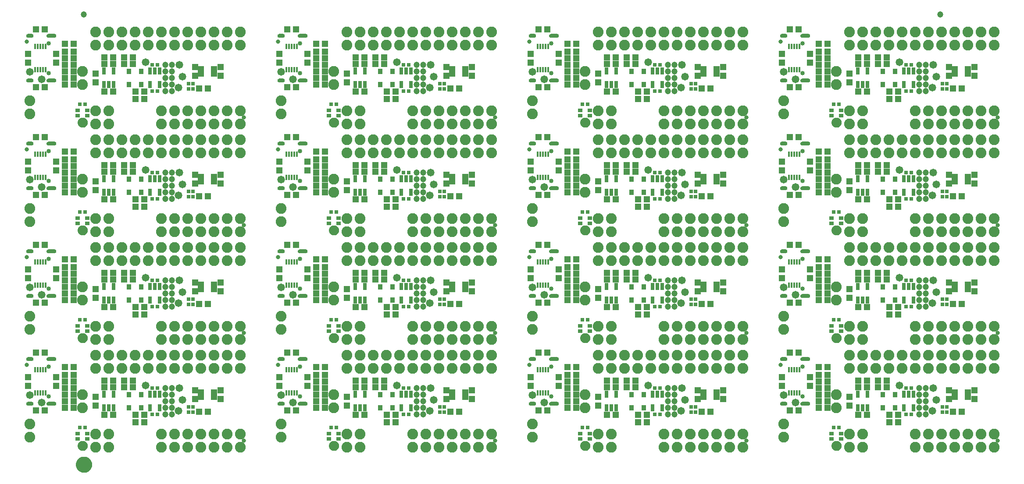
<source format=gbs>
G75*
%MOIN*%
%OFA0B0*%
%FSLAX25Y25*%
%IPPOS*%
%LPD*%
%AMOC8*
5,1,8,0,0,1.08239X$1,22.5*
%
%ADD10R,0.05131X0.04737*%
%ADD11C,0.08200*%
%ADD12R,0.02965X0.05524*%
%ADD13R,0.03280X0.04068*%
%ADD14R,0.04737X0.05131*%
%ADD15R,0.03162X0.03162*%
%ADD16R,0.04737X0.07887*%
%ADD17C,0.03359*%
%ADD18C,0.00600*%
%ADD19C,0.05800*%
%ADD20R,0.01575X0.04331*%
%ADD21C,0.04737*%
%ADD22R,0.03654X0.02855*%
%ADD23C,0.03950*%
%ADD24C,0.02362*%
%ADD25R,0.02769X0.01587*%
%ADD26R,0.01587X0.02769*%
%ADD27C,0.03300*%
%ADD28C,0.05000*%
%ADD29C,0.06706*%
D10*
X0132904Y0080933D03*
X0139596Y0080933D03*
X0139596Y0086433D03*
X0132904Y0086433D03*
X0116096Y0086433D03*
X0109404Y0086433D03*
X0086096Y0091933D03*
X0086096Y0096933D03*
X0086096Y0101933D03*
X0086096Y0106933D03*
X0086096Y0111933D03*
X0086096Y0116933D03*
X0086096Y0122933D03*
X0079404Y0122933D03*
X0079404Y0116933D03*
X0079404Y0111933D03*
X0079404Y0106933D03*
X0079404Y0101933D03*
X0079404Y0096933D03*
X0079404Y0091933D03*
X0064096Y0089933D03*
X0057404Y0089933D03*
X0109404Y0107433D03*
X0109404Y0112433D03*
X0116096Y0112433D03*
X0116096Y0107433D03*
X0124404Y0107433D03*
X0124404Y0112433D03*
X0131096Y0112433D03*
X0131096Y0107433D03*
X0181404Y0088933D03*
X0188096Y0088933D03*
X0248404Y0089933D03*
X0255096Y0089933D03*
X0270404Y0091933D03*
X0270404Y0096933D03*
X0270404Y0101933D03*
X0270404Y0106933D03*
X0270404Y0111933D03*
X0270404Y0116933D03*
X0270404Y0122933D03*
X0277096Y0122933D03*
X0277096Y0116933D03*
X0277096Y0111933D03*
X0277096Y0106933D03*
X0277096Y0101933D03*
X0277096Y0096933D03*
X0277096Y0091933D03*
X0300404Y0086433D03*
X0307096Y0086433D03*
X0323904Y0086433D03*
X0330596Y0086433D03*
X0330596Y0080933D03*
X0323904Y0080933D03*
X0372404Y0088933D03*
X0379096Y0088933D03*
X0322096Y0107433D03*
X0322096Y0112433D03*
X0315404Y0112433D03*
X0315404Y0107433D03*
X0307096Y0107433D03*
X0307096Y0112433D03*
X0300404Y0112433D03*
X0300404Y0107433D03*
X0255096Y0133933D03*
X0248404Y0133933D03*
X0323904Y0162933D03*
X0323904Y0168433D03*
X0330596Y0168433D03*
X0330596Y0162933D03*
X0307096Y0168433D03*
X0300404Y0168433D03*
X0277096Y0173933D03*
X0277096Y0178933D03*
X0277096Y0183933D03*
X0277096Y0188933D03*
X0277096Y0193933D03*
X0277096Y0198933D03*
X0277096Y0204933D03*
X0270404Y0204933D03*
X0270404Y0198933D03*
X0270404Y0193933D03*
X0270404Y0188933D03*
X0270404Y0183933D03*
X0270404Y0178933D03*
X0270404Y0173933D03*
X0255096Y0171933D03*
X0248404Y0171933D03*
X0300404Y0189433D03*
X0300404Y0194433D03*
X0307096Y0194433D03*
X0307096Y0189433D03*
X0315404Y0189433D03*
X0315404Y0194433D03*
X0322096Y0194433D03*
X0322096Y0189433D03*
X0372404Y0170933D03*
X0379096Y0170933D03*
X0439404Y0171933D03*
X0446096Y0171933D03*
X0461404Y0173933D03*
X0461404Y0178933D03*
X0461404Y0183933D03*
X0461404Y0188933D03*
X0461404Y0193933D03*
X0461404Y0198933D03*
X0461404Y0204933D03*
X0468096Y0204933D03*
X0468096Y0198933D03*
X0468096Y0193933D03*
X0468096Y0188933D03*
X0468096Y0183933D03*
X0468096Y0178933D03*
X0468096Y0173933D03*
X0491404Y0168433D03*
X0498096Y0168433D03*
X0514904Y0168433D03*
X0514904Y0162933D03*
X0521596Y0162933D03*
X0521596Y0168433D03*
X0513096Y0189433D03*
X0513096Y0194433D03*
X0506404Y0194433D03*
X0506404Y0189433D03*
X0498096Y0189433D03*
X0498096Y0194433D03*
X0491404Y0194433D03*
X0491404Y0189433D03*
X0446096Y0215933D03*
X0439404Y0215933D03*
X0514904Y0244933D03*
X0514904Y0250433D03*
X0521596Y0250433D03*
X0521596Y0244933D03*
X0498096Y0250433D03*
X0491404Y0250433D03*
X0468096Y0255933D03*
X0468096Y0260933D03*
X0468096Y0265933D03*
X0468096Y0270933D03*
X0468096Y0275933D03*
X0468096Y0280933D03*
X0468096Y0286933D03*
X0461404Y0286933D03*
X0461404Y0280933D03*
X0461404Y0275933D03*
X0461404Y0270933D03*
X0461404Y0265933D03*
X0461404Y0260933D03*
X0461404Y0255933D03*
X0446096Y0253933D03*
X0439404Y0253933D03*
X0491404Y0271433D03*
X0491404Y0276433D03*
X0498096Y0276433D03*
X0498096Y0271433D03*
X0506404Y0271433D03*
X0506404Y0276433D03*
X0513096Y0276433D03*
X0513096Y0271433D03*
X0563404Y0252933D03*
X0570096Y0252933D03*
X0630404Y0253933D03*
X0637096Y0253933D03*
X0652404Y0255933D03*
X0652404Y0260933D03*
X0652404Y0265933D03*
X0652404Y0270933D03*
X0652404Y0275933D03*
X0652404Y0280933D03*
X0652404Y0286933D03*
X0659096Y0286933D03*
X0659096Y0280933D03*
X0659096Y0275933D03*
X0659096Y0270933D03*
X0659096Y0265933D03*
X0659096Y0260933D03*
X0659096Y0255933D03*
X0682404Y0250433D03*
X0689096Y0250433D03*
X0705904Y0250433D03*
X0705904Y0244933D03*
X0712596Y0244933D03*
X0712596Y0250433D03*
X0754404Y0252933D03*
X0761096Y0252933D03*
X0704096Y0271433D03*
X0704096Y0276433D03*
X0697404Y0276433D03*
X0697404Y0271433D03*
X0689096Y0271433D03*
X0689096Y0276433D03*
X0682404Y0276433D03*
X0682404Y0271433D03*
X0637096Y0297933D03*
X0630404Y0297933D03*
X0705904Y0326933D03*
X0705904Y0332433D03*
X0712596Y0332433D03*
X0712596Y0326933D03*
X0689096Y0332433D03*
X0682404Y0332433D03*
X0659096Y0337933D03*
X0659096Y0342933D03*
X0659096Y0347933D03*
X0659096Y0352933D03*
X0659096Y0357933D03*
X0659096Y0362933D03*
X0659096Y0368933D03*
X0652404Y0368933D03*
X0652404Y0362933D03*
X0652404Y0357933D03*
X0652404Y0352933D03*
X0652404Y0347933D03*
X0652404Y0342933D03*
X0652404Y0337933D03*
X0637096Y0335933D03*
X0630404Y0335933D03*
X0682404Y0353433D03*
X0682404Y0358433D03*
X0689096Y0358433D03*
X0689096Y0353433D03*
X0697404Y0353433D03*
X0697404Y0358433D03*
X0704096Y0358433D03*
X0704096Y0353433D03*
X0754404Y0334933D03*
X0761096Y0334933D03*
X0637096Y0379933D03*
X0630404Y0379933D03*
X0570096Y0334933D03*
X0563404Y0334933D03*
X0521596Y0332433D03*
X0521596Y0326933D03*
X0514904Y0326933D03*
X0514904Y0332433D03*
X0498096Y0332433D03*
X0491404Y0332433D03*
X0468096Y0337933D03*
X0468096Y0342933D03*
X0468096Y0347933D03*
X0468096Y0352933D03*
X0468096Y0357933D03*
X0468096Y0362933D03*
X0468096Y0368933D03*
X0461404Y0368933D03*
X0461404Y0362933D03*
X0461404Y0357933D03*
X0461404Y0352933D03*
X0461404Y0347933D03*
X0461404Y0342933D03*
X0461404Y0337933D03*
X0446096Y0335933D03*
X0439404Y0335933D03*
X0491404Y0353433D03*
X0491404Y0358433D03*
X0498096Y0358433D03*
X0498096Y0353433D03*
X0506404Y0353433D03*
X0506404Y0358433D03*
X0513096Y0358433D03*
X0513096Y0353433D03*
X0446096Y0379933D03*
X0439404Y0379933D03*
X0379096Y0334933D03*
X0372404Y0334933D03*
X0330596Y0332433D03*
X0330596Y0326933D03*
X0323904Y0326933D03*
X0323904Y0332433D03*
X0307096Y0332433D03*
X0300404Y0332433D03*
X0277096Y0337933D03*
X0277096Y0342933D03*
X0277096Y0347933D03*
X0277096Y0352933D03*
X0277096Y0357933D03*
X0277096Y0362933D03*
X0277096Y0368933D03*
X0270404Y0368933D03*
X0270404Y0362933D03*
X0270404Y0357933D03*
X0270404Y0352933D03*
X0270404Y0347933D03*
X0270404Y0342933D03*
X0270404Y0337933D03*
X0255096Y0335933D03*
X0248404Y0335933D03*
X0300404Y0353433D03*
X0300404Y0358433D03*
X0307096Y0358433D03*
X0307096Y0353433D03*
X0315404Y0353433D03*
X0315404Y0358433D03*
X0322096Y0358433D03*
X0322096Y0353433D03*
X0255096Y0379933D03*
X0248404Y0379933D03*
X0188096Y0334933D03*
X0181404Y0334933D03*
X0139596Y0332433D03*
X0139596Y0326933D03*
X0132904Y0326933D03*
X0132904Y0332433D03*
X0116096Y0332433D03*
X0109404Y0332433D03*
X0086096Y0337933D03*
X0086096Y0342933D03*
X0086096Y0347933D03*
X0086096Y0352933D03*
X0086096Y0357933D03*
X0086096Y0362933D03*
X0086096Y0368933D03*
X0079404Y0368933D03*
X0079404Y0362933D03*
X0079404Y0357933D03*
X0079404Y0352933D03*
X0079404Y0347933D03*
X0079404Y0342933D03*
X0079404Y0337933D03*
X0064096Y0335933D03*
X0057404Y0335933D03*
X0109404Y0353433D03*
X0109404Y0358433D03*
X0116096Y0358433D03*
X0116096Y0353433D03*
X0124404Y0353433D03*
X0124404Y0358433D03*
X0131096Y0358433D03*
X0131096Y0353433D03*
X0064096Y0379933D03*
X0057404Y0379933D03*
X0057404Y0297933D03*
X0064096Y0297933D03*
X0079404Y0286933D03*
X0079404Y0280933D03*
X0079404Y0275933D03*
X0079404Y0270933D03*
X0079404Y0265933D03*
X0079404Y0260933D03*
X0079404Y0255933D03*
X0086096Y0255933D03*
X0086096Y0260933D03*
X0086096Y0265933D03*
X0086096Y0270933D03*
X0086096Y0275933D03*
X0086096Y0280933D03*
X0086096Y0286933D03*
X0109404Y0276433D03*
X0109404Y0271433D03*
X0116096Y0271433D03*
X0116096Y0276433D03*
X0124404Y0276433D03*
X0124404Y0271433D03*
X0131096Y0271433D03*
X0131096Y0276433D03*
X0132904Y0250433D03*
X0132904Y0244933D03*
X0139596Y0244933D03*
X0139596Y0250433D03*
X0116096Y0250433D03*
X0109404Y0250433D03*
X0064096Y0253933D03*
X0057404Y0253933D03*
X0057404Y0215933D03*
X0064096Y0215933D03*
X0079404Y0204933D03*
X0079404Y0198933D03*
X0079404Y0193933D03*
X0079404Y0188933D03*
X0079404Y0183933D03*
X0079404Y0178933D03*
X0079404Y0173933D03*
X0086096Y0173933D03*
X0086096Y0178933D03*
X0086096Y0183933D03*
X0086096Y0188933D03*
X0086096Y0193933D03*
X0086096Y0198933D03*
X0086096Y0204933D03*
X0109404Y0194433D03*
X0109404Y0189433D03*
X0116096Y0189433D03*
X0116096Y0194433D03*
X0124404Y0194433D03*
X0124404Y0189433D03*
X0131096Y0189433D03*
X0131096Y0194433D03*
X0132904Y0168433D03*
X0132904Y0162933D03*
X0139596Y0162933D03*
X0139596Y0168433D03*
X0116096Y0168433D03*
X0109404Y0168433D03*
X0064096Y0171933D03*
X0057404Y0171933D03*
X0057404Y0133933D03*
X0064096Y0133933D03*
X0181404Y0170933D03*
X0188096Y0170933D03*
X0248404Y0215933D03*
X0255096Y0215933D03*
X0323904Y0244933D03*
X0323904Y0250433D03*
X0330596Y0250433D03*
X0330596Y0244933D03*
X0307096Y0250433D03*
X0300404Y0250433D03*
X0277096Y0255933D03*
X0277096Y0260933D03*
X0277096Y0265933D03*
X0277096Y0270933D03*
X0277096Y0275933D03*
X0277096Y0280933D03*
X0277096Y0286933D03*
X0270404Y0286933D03*
X0270404Y0280933D03*
X0270404Y0275933D03*
X0270404Y0270933D03*
X0270404Y0265933D03*
X0270404Y0260933D03*
X0270404Y0255933D03*
X0255096Y0253933D03*
X0248404Y0253933D03*
X0300404Y0271433D03*
X0300404Y0276433D03*
X0307096Y0276433D03*
X0307096Y0271433D03*
X0315404Y0271433D03*
X0315404Y0276433D03*
X0322096Y0276433D03*
X0322096Y0271433D03*
X0372404Y0252933D03*
X0379096Y0252933D03*
X0439404Y0297933D03*
X0446096Y0297933D03*
X0255096Y0297933D03*
X0248404Y0297933D03*
X0188096Y0252933D03*
X0181404Y0252933D03*
X0439404Y0133933D03*
X0446096Y0133933D03*
X0461404Y0122933D03*
X0461404Y0116933D03*
X0461404Y0111933D03*
X0461404Y0106933D03*
X0461404Y0101933D03*
X0461404Y0096933D03*
X0461404Y0091933D03*
X0468096Y0091933D03*
X0468096Y0096933D03*
X0468096Y0101933D03*
X0468096Y0106933D03*
X0468096Y0111933D03*
X0468096Y0116933D03*
X0468096Y0122933D03*
X0491404Y0112433D03*
X0491404Y0107433D03*
X0498096Y0107433D03*
X0498096Y0112433D03*
X0506404Y0112433D03*
X0506404Y0107433D03*
X0513096Y0107433D03*
X0513096Y0112433D03*
X0514904Y0086433D03*
X0521596Y0086433D03*
X0521596Y0080933D03*
X0514904Y0080933D03*
X0498096Y0086433D03*
X0491404Y0086433D03*
X0446096Y0089933D03*
X0439404Y0089933D03*
X0563404Y0088933D03*
X0570096Y0088933D03*
X0630404Y0089933D03*
X0637096Y0089933D03*
X0652404Y0091933D03*
X0652404Y0096933D03*
X0652404Y0101933D03*
X0652404Y0106933D03*
X0652404Y0111933D03*
X0652404Y0116933D03*
X0652404Y0122933D03*
X0659096Y0122933D03*
X0659096Y0116933D03*
X0659096Y0111933D03*
X0659096Y0106933D03*
X0659096Y0101933D03*
X0659096Y0096933D03*
X0659096Y0091933D03*
X0682404Y0086433D03*
X0689096Y0086433D03*
X0705904Y0086433D03*
X0712596Y0086433D03*
X0712596Y0080933D03*
X0705904Y0080933D03*
X0754404Y0088933D03*
X0761096Y0088933D03*
X0704096Y0107433D03*
X0704096Y0112433D03*
X0697404Y0112433D03*
X0697404Y0107433D03*
X0689096Y0107433D03*
X0689096Y0112433D03*
X0682404Y0112433D03*
X0682404Y0107433D03*
X0637096Y0133933D03*
X0630404Y0133933D03*
X0705904Y0162933D03*
X0705904Y0168433D03*
X0712596Y0168433D03*
X0712596Y0162933D03*
X0689096Y0168433D03*
X0682404Y0168433D03*
X0659096Y0173933D03*
X0659096Y0178933D03*
X0659096Y0183933D03*
X0659096Y0188933D03*
X0659096Y0193933D03*
X0659096Y0198933D03*
X0659096Y0204933D03*
X0652404Y0204933D03*
X0652404Y0198933D03*
X0652404Y0193933D03*
X0652404Y0188933D03*
X0652404Y0183933D03*
X0652404Y0178933D03*
X0652404Y0173933D03*
X0637096Y0171933D03*
X0630404Y0171933D03*
X0682404Y0189433D03*
X0682404Y0194433D03*
X0689096Y0194433D03*
X0689096Y0189433D03*
X0697404Y0189433D03*
X0697404Y0194433D03*
X0704096Y0194433D03*
X0704096Y0189433D03*
X0754404Y0170933D03*
X0761096Y0170933D03*
X0637096Y0215933D03*
X0630404Y0215933D03*
X0570096Y0170933D03*
X0563404Y0170933D03*
D11*
X0564750Y0153933D03*
X0554750Y0153933D03*
X0544750Y0153933D03*
X0534750Y0153933D03*
X0534750Y0143933D03*
X0544750Y0143933D03*
X0554750Y0143933D03*
X0564750Y0143933D03*
X0574750Y0143933D03*
X0584750Y0143933D03*
X0594750Y0143933D03*
X0594750Y0153933D03*
X0584750Y0153933D03*
X0574750Y0153933D03*
X0625750Y0151433D03*
X0625750Y0161433D03*
X0665750Y0173933D03*
X0665750Y0183933D03*
X0675750Y0203933D03*
X0685750Y0203933D03*
X0695750Y0203933D03*
X0705750Y0203933D03*
X0715750Y0203933D03*
X0725750Y0203933D03*
X0735750Y0203933D03*
X0745750Y0203933D03*
X0755750Y0203933D03*
X0765750Y0203933D03*
X0775750Y0203933D03*
X0785750Y0203933D03*
X0785750Y0213933D03*
X0775750Y0213933D03*
X0765750Y0213933D03*
X0755750Y0213933D03*
X0745750Y0213933D03*
X0735750Y0213933D03*
X0725750Y0213933D03*
X0715750Y0213933D03*
X0705750Y0213933D03*
X0695750Y0213933D03*
X0685750Y0213933D03*
X0675750Y0213933D03*
X0675750Y0225933D03*
X0685750Y0225933D03*
X0685750Y0235933D03*
X0675750Y0235933D03*
X0665750Y0255933D03*
X0665750Y0265933D03*
X0675750Y0285933D03*
X0685750Y0285933D03*
X0695750Y0285933D03*
X0705750Y0285933D03*
X0715750Y0285933D03*
X0725750Y0285933D03*
X0735750Y0285933D03*
X0745750Y0285933D03*
X0755750Y0285933D03*
X0765750Y0285933D03*
X0775750Y0285933D03*
X0785750Y0285933D03*
X0785750Y0295933D03*
X0775750Y0295933D03*
X0765750Y0295933D03*
X0755750Y0295933D03*
X0745750Y0295933D03*
X0735750Y0295933D03*
X0725750Y0295933D03*
X0715750Y0295933D03*
X0705750Y0295933D03*
X0695750Y0295933D03*
X0685750Y0295933D03*
X0675750Y0295933D03*
X0675750Y0307933D03*
X0685750Y0307933D03*
X0685750Y0317933D03*
X0675750Y0317933D03*
X0665750Y0337933D03*
X0665750Y0347933D03*
X0675750Y0367933D03*
X0685750Y0367933D03*
X0695750Y0367933D03*
X0705750Y0367933D03*
X0715750Y0367933D03*
X0725750Y0367933D03*
X0735750Y0367933D03*
X0745750Y0367933D03*
X0755750Y0367933D03*
X0765750Y0367933D03*
X0775750Y0367933D03*
X0785750Y0367933D03*
X0785750Y0377933D03*
X0775750Y0377933D03*
X0765750Y0377933D03*
X0755750Y0377933D03*
X0745750Y0377933D03*
X0735750Y0377933D03*
X0725750Y0377933D03*
X0715750Y0377933D03*
X0705750Y0377933D03*
X0695750Y0377933D03*
X0685750Y0377933D03*
X0675750Y0377933D03*
X0594750Y0377933D03*
X0584750Y0377933D03*
X0574750Y0377933D03*
X0564750Y0377933D03*
X0554750Y0377933D03*
X0544750Y0377933D03*
X0534750Y0377933D03*
X0524750Y0377933D03*
X0514750Y0377933D03*
X0504750Y0377933D03*
X0494750Y0377933D03*
X0484750Y0377933D03*
X0484750Y0367933D03*
X0494750Y0367933D03*
X0504750Y0367933D03*
X0514750Y0367933D03*
X0524750Y0367933D03*
X0534750Y0367933D03*
X0544750Y0367933D03*
X0554750Y0367933D03*
X0564750Y0367933D03*
X0574750Y0367933D03*
X0584750Y0367933D03*
X0594750Y0367933D03*
X0625750Y0325433D03*
X0625750Y0315433D03*
X0594750Y0317933D03*
X0584750Y0317933D03*
X0574750Y0317933D03*
X0564750Y0317933D03*
X0554750Y0317933D03*
X0544750Y0317933D03*
X0534750Y0317933D03*
X0534750Y0307933D03*
X0544750Y0307933D03*
X0554750Y0307933D03*
X0564750Y0307933D03*
X0574750Y0307933D03*
X0584750Y0307933D03*
X0594750Y0307933D03*
X0594750Y0295933D03*
X0584750Y0295933D03*
X0574750Y0295933D03*
X0564750Y0295933D03*
X0554750Y0295933D03*
X0544750Y0295933D03*
X0534750Y0295933D03*
X0524750Y0295933D03*
X0514750Y0295933D03*
X0504750Y0295933D03*
X0494750Y0295933D03*
X0484750Y0295933D03*
X0484750Y0285933D03*
X0494750Y0285933D03*
X0504750Y0285933D03*
X0514750Y0285933D03*
X0524750Y0285933D03*
X0534750Y0285933D03*
X0544750Y0285933D03*
X0554750Y0285933D03*
X0564750Y0285933D03*
X0574750Y0285933D03*
X0584750Y0285933D03*
X0594750Y0285933D03*
X0494750Y0307933D03*
X0484750Y0307933D03*
X0484750Y0317933D03*
X0494750Y0317933D03*
X0474750Y0337933D03*
X0474750Y0347933D03*
X0434750Y0325433D03*
X0434750Y0315433D03*
X0403750Y0317933D03*
X0393750Y0317933D03*
X0383750Y0317933D03*
X0373750Y0317933D03*
X0363750Y0317933D03*
X0353750Y0317933D03*
X0343750Y0317933D03*
X0343750Y0307933D03*
X0353750Y0307933D03*
X0363750Y0307933D03*
X0373750Y0307933D03*
X0383750Y0307933D03*
X0393750Y0307933D03*
X0403750Y0307933D03*
X0403750Y0295933D03*
X0393750Y0295933D03*
X0383750Y0295933D03*
X0373750Y0295933D03*
X0363750Y0295933D03*
X0353750Y0295933D03*
X0343750Y0295933D03*
X0333750Y0295933D03*
X0323750Y0295933D03*
X0313750Y0295933D03*
X0303750Y0295933D03*
X0293750Y0295933D03*
X0293750Y0285933D03*
X0303750Y0285933D03*
X0313750Y0285933D03*
X0323750Y0285933D03*
X0333750Y0285933D03*
X0343750Y0285933D03*
X0353750Y0285933D03*
X0363750Y0285933D03*
X0373750Y0285933D03*
X0383750Y0285933D03*
X0393750Y0285933D03*
X0403750Y0285933D03*
X0474750Y0265933D03*
X0474750Y0255933D03*
X0484750Y0235933D03*
X0494750Y0235933D03*
X0494750Y0225933D03*
X0484750Y0225933D03*
X0484750Y0213933D03*
X0494750Y0213933D03*
X0504750Y0213933D03*
X0514750Y0213933D03*
X0524750Y0213933D03*
X0534750Y0213933D03*
X0544750Y0213933D03*
X0554750Y0213933D03*
X0564750Y0213933D03*
X0574750Y0213933D03*
X0584750Y0213933D03*
X0594750Y0213933D03*
X0594750Y0203933D03*
X0584750Y0203933D03*
X0574750Y0203933D03*
X0564750Y0203933D03*
X0554750Y0203933D03*
X0544750Y0203933D03*
X0534750Y0203933D03*
X0524750Y0203933D03*
X0514750Y0203933D03*
X0504750Y0203933D03*
X0494750Y0203933D03*
X0484750Y0203933D03*
X0474750Y0183933D03*
X0474750Y0173933D03*
X0484750Y0153933D03*
X0494750Y0153933D03*
X0494750Y0143933D03*
X0484750Y0143933D03*
X0484750Y0131933D03*
X0484750Y0121933D03*
X0494750Y0121933D03*
X0504750Y0121933D03*
X0514750Y0121933D03*
X0524750Y0121933D03*
X0534750Y0121933D03*
X0544750Y0121933D03*
X0554750Y0121933D03*
X0564750Y0121933D03*
X0574750Y0121933D03*
X0584750Y0121933D03*
X0594750Y0121933D03*
X0594750Y0131933D03*
X0584750Y0131933D03*
X0574750Y0131933D03*
X0564750Y0131933D03*
X0554750Y0131933D03*
X0544750Y0131933D03*
X0534750Y0131933D03*
X0524750Y0131933D03*
X0514750Y0131933D03*
X0504750Y0131933D03*
X0494750Y0131933D03*
X0474750Y0101933D03*
X0474750Y0091933D03*
X0484750Y0071933D03*
X0494750Y0071933D03*
X0494750Y0061933D03*
X0484750Y0061933D03*
X0534750Y0061933D03*
X0544750Y0061933D03*
X0554750Y0061933D03*
X0564750Y0061933D03*
X0574750Y0061933D03*
X0584750Y0061933D03*
X0594750Y0061933D03*
X0594750Y0071933D03*
X0584750Y0071933D03*
X0574750Y0071933D03*
X0564750Y0071933D03*
X0554750Y0071933D03*
X0544750Y0071933D03*
X0534750Y0071933D03*
X0625750Y0069433D03*
X0625750Y0079433D03*
X0665750Y0091933D03*
X0665750Y0101933D03*
X0675750Y0121933D03*
X0685750Y0121933D03*
X0695750Y0121933D03*
X0705750Y0121933D03*
X0715750Y0121933D03*
X0725750Y0121933D03*
X0735750Y0121933D03*
X0745750Y0121933D03*
X0755750Y0121933D03*
X0765750Y0121933D03*
X0775750Y0121933D03*
X0785750Y0121933D03*
X0785750Y0131933D03*
X0775750Y0131933D03*
X0765750Y0131933D03*
X0755750Y0131933D03*
X0745750Y0131933D03*
X0735750Y0131933D03*
X0725750Y0131933D03*
X0715750Y0131933D03*
X0705750Y0131933D03*
X0695750Y0131933D03*
X0685750Y0131933D03*
X0675750Y0131933D03*
X0675750Y0143933D03*
X0685750Y0143933D03*
X0685750Y0153933D03*
X0675750Y0153933D03*
X0725750Y0153933D03*
X0735750Y0153933D03*
X0745750Y0153933D03*
X0755750Y0153933D03*
X0765750Y0153933D03*
X0775750Y0153933D03*
X0785750Y0153933D03*
X0785750Y0143933D03*
X0775750Y0143933D03*
X0765750Y0143933D03*
X0755750Y0143933D03*
X0745750Y0143933D03*
X0735750Y0143933D03*
X0725750Y0143933D03*
X0725750Y0071933D03*
X0735750Y0071933D03*
X0745750Y0071933D03*
X0755750Y0071933D03*
X0765750Y0071933D03*
X0775750Y0071933D03*
X0785750Y0071933D03*
X0785750Y0061933D03*
X0775750Y0061933D03*
X0765750Y0061933D03*
X0755750Y0061933D03*
X0745750Y0061933D03*
X0735750Y0061933D03*
X0725750Y0061933D03*
X0685750Y0061933D03*
X0675750Y0061933D03*
X0675750Y0071933D03*
X0685750Y0071933D03*
X0434750Y0069433D03*
X0434750Y0079433D03*
X0403750Y0071933D03*
X0393750Y0071933D03*
X0383750Y0071933D03*
X0373750Y0071933D03*
X0363750Y0071933D03*
X0353750Y0071933D03*
X0343750Y0071933D03*
X0343750Y0061933D03*
X0353750Y0061933D03*
X0363750Y0061933D03*
X0373750Y0061933D03*
X0383750Y0061933D03*
X0393750Y0061933D03*
X0403750Y0061933D03*
X0303750Y0061933D03*
X0293750Y0061933D03*
X0293750Y0071933D03*
X0303750Y0071933D03*
X0283750Y0091933D03*
X0283750Y0101933D03*
X0293750Y0121933D03*
X0303750Y0121933D03*
X0313750Y0121933D03*
X0323750Y0121933D03*
X0333750Y0121933D03*
X0343750Y0121933D03*
X0353750Y0121933D03*
X0363750Y0121933D03*
X0373750Y0121933D03*
X0383750Y0121933D03*
X0393750Y0121933D03*
X0403750Y0121933D03*
X0403750Y0131933D03*
X0393750Y0131933D03*
X0383750Y0131933D03*
X0373750Y0131933D03*
X0363750Y0131933D03*
X0353750Y0131933D03*
X0343750Y0131933D03*
X0333750Y0131933D03*
X0323750Y0131933D03*
X0313750Y0131933D03*
X0303750Y0131933D03*
X0293750Y0131933D03*
X0293750Y0143933D03*
X0303750Y0143933D03*
X0303750Y0153933D03*
X0293750Y0153933D03*
X0283750Y0173933D03*
X0283750Y0183933D03*
X0293750Y0203933D03*
X0303750Y0203933D03*
X0313750Y0203933D03*
X0323750Y0203933D03*
X0333750Y0203933D03*
X0343750Y0203933D03*
X0353750Y0203933D03*
X0363750Y0203933D03*
X0373750Y0203933D03*
X0383750Y0203933D03*
X0393750Y0203933D03*
X0403750Y0203933D03*
X0403750Y0213933D03*
X0393750Y0213933D03*
X0383750Y0213933D03*
X0373750Y0213933D03*
X0363750Y0213933D03*
X0353750Y0213933D03*
X0343750Y0213933D03*
X0333750Y0213933D03*
X0323750Y0213933D03*
X0313750Y0213933D03*
X0303750Y0213933D03*
X0293750Y0213933D03*
X0293750Y0225933D03*
X0303750Y0225933D03*
X0303750Y0235933D03*
X0293750Y0235933D03*
X0283750Y0255933D03*
X0283750Y0265933D03*
X0243750Y0243433D03*
X0243750Y0233433D03*
X0212750Y0235933D03*
X0202750Y0235933D03*
X0192750Y0235933D03*
X0182750Y0235933D03*
X0172750Y0235933D03*
X0162750Y0235933D03*
X0152750Y0235933D03*
X0152750Y0225933D03*
X0162750Y0225933D03*
X0172750Y0225933D03*
X0182750Y0225933D03*
X0192750Y0225933D03*
X0202750Y0225933D03*
X0212750Y0225933D03*
X0212750Y0213933D03*
X0202750Y0213933D03*
X0192750Y0213933D03*
X0182750Y0213933D03*
X0172750Y0213933D03*
X0162750Y0213933D03*
X0152750Y0213933D03*
X0142750Y0213933D03*
X0132750Y0213933D03*
X0122750Y0213933D03*
X0112750Y0213933D03*
X0102750Y0213933D03*
X0102750Y0203933D03*
X0112750Y0203933D03*
X0122750Y0203933D03*
X0132750Y0203933D03*
X0142750Y0203933D03*
X0152750Y0203933D03*
X0162750Y0203933D03*
X0172750Y0203933D03*
X0182750Y0203933D03*
X0192750Y0203933D03*
X0202750Y0203933D03*
X0212750Y0203933D03*
X0112750Y0225933D03*
X0102750Y0225933D03*
X0102750Y0235933D03*
X0112750Y0235933D03*
X0092750Y0255933D03*
X0092750Y0265933D03*
X0102750Y0285933D03*
X0112750Y0285933D03*
X0122750Y0285933D03*
X0132750Y0285933D03*
X0142750Y0285933D03*
X0152750Y0285933D03*
X0162750Y0285933D03*
X0172750Y0285933D03*
X0182750Y0285933D03*
X0192750Y0285933D03*
X0202750Y0285933D03*
X0212750Y0285933D03*
X0212750Y0295933D03*
X0202750Y0295933D03*
X0192750Y0295933D03*
X0182750Y0295933D03*
X0172750Y0295933D03*
X0162750Y0295933D03*
X0152750Y0295933D03*
X0142750Y0295933D03*
X0132750Y0295933D03*
X0122750Y0295933D03*
X0112750Y0295933D03*
X0102750Y0295933D03*
X0102750Y0307933D03*
X0112750Y0307933D03*
X0112750Y0317933D03*
X0102750Y0317933D03*
X0092750Y0337933D03*
X0092750Y0347933D03*
X0102750Y0367933D03*
X0112750Y0367933D03*
X0122750Y0367933D03*
X0132750Y0367933D03*
X0142750Y0367933D03*
X0152750Y0367933D03*
X0162750Y0367933D03*
X0172750Y0367933D03*
X0182750Y0367933D03*
X0192750Y0367933D03*
X0202750Y0367933D03*
X0212750Y0367933D03*
X0212750Y0377933D03*
X0202750Y0377933D03*
X0192750Y0377933D03*
X0182750Y0377933D03*
X0172750Y0377933D03*
X0162750Y0377933D03*
X0152750Y0377933D03*
X0142750Y0377933D03*
X0132750Y0377933D03*
X0122750Y0377933D03*
X0112750Y0377933D03*
X0102750Y0377933D03*
X0052750Y0325433D03*
X0052750Y0315433D03*
X0152750Y0317933D03*
X0162750Y0317933D03*
X0172750Y0317933D03*
X0182750Y0317933D03*
X0192750Y0317933D03*
X0202750Y0317933D03*
X0212750Y0317933D03*
X0212750Y0307933D03*
X0202750Y0307933D03*
X0192750Y0307933D03*
X0182750Y0307933D03*
X0172750Y0307933D03*
X0162750Y0307933D03*
X0152750Y0307933D03*
X0243750Y0315433D03*
X0243750Y0325433D03*
X0283750Y0337933D03*
X0283750Y0347933D03*
X0293750Y0367933D03*
X0303750Y0367933D03*
X0313750Y0367933D03*
X0323750Y0367933D03*
X0333750Y0367933D03*
X0343750Y0367933D03*
X0353750Y0367933D03*
X0363750Y0367933D03*
X0373750Y0367933D03*
X0383750Y0367933D03*
X0393750Y0367933D03*
X0403750Y0367933D03*
X0403750Y0377933D03*
X0393750Y0377933D03*
X0383750Y0377933D03*
X0373750Y0377933D03*
X0363750Y0377933D03*
X0353750Y0377933D03*
X0343750Y0377933D03*
X0333750Y0377933D03*
X0323750Y0377933D03*
X0313750Y0377933D03*
X0303750Y0377933D03*
X0293750Y0377933D03*
X0293750Y0317933D03*
X0303750Y0317933D03*
X0303750Y0307933D03*
X0293750Y0307933D03*
X0434750Y0243433D03*
X0434750Y0233433D03*
X0403750Y0235933D03*
X0393750Y0235933D03*
X0383750Y0235933D03*
X0373750Y0235933D03*
X0363750Y0235933D03*
X0353750Y0235933D03*
X0343750Y0235933D03*
X0343750Y0225933D03*
X0353750Y0225933D03*
X0363750Y0225933D03*
X0373750Y0225933D03*
X0383750Y0225933D03*
X0393750Y0225933D03*
X0403750Y0225933D03*
X0534750Y0225933D03*
X0544750Y0225933D03*
X0554750Y0225933D03*
X0564750Y0225933D03*
X0574750Y0225933D03*
X0584750Y0225933D03*
X0594750Y0225933D03*
X0594750Y0235933D03*
X0584750Y0235933D03*
X0574750Y0235933D03*
X0564750Y0235933D03*
X0554750Y0235933D03*
X0544750Y0235933D03*
X0534750Y0235933D03*
X0625750Y0233433D03*
X0625750Y0243433D03*
X0725750Y0235933D03*
X0735750Y0235933D03*
X0745750Y0235933D03*
X0755750Y0235933D03*
X0765750Y0235933D03*
X0775750Y0235933D03*
X0785750Y0235933D03*
X0785750Y0225933D03*
X0775750Y0225933D03*
X0765750Y0225933D03*
X0755750Y0225933D03*
X0745750Y0225933D03*
X0735750Y0225933D03*
X0725750Y0225933D03*
X0725750Y0307933D03*
X0735750Y0307933D03*
X0745750Y0307933D03*
X0755750Y0307933D03*
X0765750Y0307933D03*
X0775750Y0307933D03*
X0785750Y0307933D03*
X0785750Y0317933D03*
X0775750Y0317933D03*
X0765750Y0317933D03*
X0755750Y0317933D03*
X0745750Y0317933D03*
X0735750Y0317933D03*
X0725750Y0317933D03*
X0434750Y0161433D03*
X0434750Y0151433D03*
X0403750Y0153933D03*
X0393750Y0153933D03*
X0383750Y0153933D03*
X0373750Y0153933D03*
X0363750Y0153933D03*
X0353750Y0153933D03*
X0343750Y0153933D03*
X0343750Y0143933D03*
X0353750Y0143933D03*
X0363750Y0143933D03*
X0373750Y0143933D03*
X0383750Y0143933D03*
X0393750Y0143933D03*
X0403750Y0143933D03*
X0243750Y0151433D03*
X0243750Y0161433D03*
X0212750Y0153933D03*
X0202750Y0153933D03*
X0192750Y0153933D03*
X0182750Y0153933D03*
X0172750Y0153933D03*
X0162750Y0153933D03*
X0152750Y0153933D03*
X0152750Y0143933D03*
X0162750Y0143933D03*
X0172750Y0143933D03*
X0182750Y0143933D03*
X0192750Y0143933D03*
X0202750Y0143933D03*
X0212750Y0143933D03*
X0212750Y0131933D03*
X0212750Y0121933D03*
X0202750Y0121933D03*
X0192750Y0121933D03*
X0182750Y0121933D03*
X0172750Y0121933D03*
X0162750Y0121933D03*
X0152750Y0121933D03*
X0142750Y0121933D03*
X0132750Y0121933D03*
X0122750Y0121933D03*
X0112750Y0121933D03*
X0102750Y0121933D03*
X0102750Y0131933D03*
X0112750Y0131933D03*
X0122750Y0131933D03*
X0132750Y0131933D03*
X0142750Y0131933D03*
X0152750Y0131933D03*
X0162750Y0131933D03*
X0172750Y0131933D03*
X0182750Y0131933D03*
X0192750Y0131933D03*
X0202750Y0131933D03*
X0112750Y0143933D03*
X0102750Y0143933D03*
X0102750Y0153933D03*
X0112750Y0153933D03*
X0092750Y0173933D03*
X0092750Y0183933D03*
X0052750Y0161433D03*
X0052750Y0151433D03*
X0092750Y0101933D03*
X0092750Y0091933D03*
X0052750Y0079433D03*
X0052750Y0069433D03*
X0102750Y0071933D03*
X0112750Y0071933D03*
X0112750Y0061933D03*
X0102750Y0061933D03*
X0152750Y0061933D03*
X0162750Y0061933D03*
X0172750Y0061933D03*
X0182750Y0061933D03*
X0192750Y0061933D03*
X0202750Y0061933D03*
X0212750Y0061933D03*
X0212750Y0071933D03*
X0202750Y0071933D03*
X0192750Y0071933D03*
X0182750Y0071933D03*
X0172750Y0071933D03*
X0162750Y0071933D03*
X0152750Y0071933D03*
X0243750Y0069433D03*
X0243750Y0079433D03*
X0052750Y0233433D03*
X0052750Y0243433D03*
D12*
X0109010Y0255815D03*
X0112750Y0255815D03*
X0116490Y0255815D03*
X0116490Y0266052D03*
X0109010Y0266052D03*
X0144010Y0266052D03*
X0147750Y0266052D03*
X0151490Y0266052D03*
X0151490Y0255815D03*
X0144010Y0255815D03*
X0300010Y0255815D03*
X0303750Y0255815D03*
X0307490Y0255815D03*
X0307490Y0266052D03*
X0300010Y0266052D03*
X0335010Y0266052D03*
X0338750Y0266052D03*
X0342490Y0266052D03*
X0342490Y0255815D03*
X0335010Y0255815D03*
X0491010Y0255815D03*
X0494750Y0255815D03*
X0498490Y0255815D03*
X0498490Y0266052D03*
X0491010Y0266052D03*
X0526010Y0266052D03*
X0529750Y0266052D03*
X0533490Y0266052D03*
X0533490Y0255815D03*
X0526010Y0255815D03*
X0682010Y0255815D03*
X0685750Y0255815D03*
X0689490Y0255815D03*
X0689490Y0266052D03*
X0682010Y0266052D03*
X0717010Y0266052D03*
X0720750Y0266052D03*
X0724490Y0266052D03*
X0724490Y0255815D03*
X0717010Y0255815D03*
X0717010Y0184052D03*
X0720750Y0184052D03*
X0724490Y0184052D03*
X0724490Y0173815D03*
X0717010Y0173815D03*
X0689490Y0173815D03*
X0685750Y0173815D03*
X0682010Y0173815D03*
X0682010Y0184052D03*
X0689490Y0184052D03*
X0533490Y0184052D03*
X0529750Y0184052D03*
X0526010Y0184052D03*
X0526010Y0173815D03*
X0533490Y0173815D03*
X0498490Y0173815D03*
X0494750Y0173815D03*
X0491010Y0173815D03*
X0491010Y0184052D03*
X0498490Y0184052D03*
X0342490Y0184052D03*
X0338750Y0184052D03*
X0335010Y0184052D03*
X0335010Y0173815D03*
X0342490Y0173815D03*
X0307490Y0173815D03*
X0303750Y0173815D03*
X0300010Y0173815D03*
X0300010Y0184052D03*
X0307490Y0184052D03*
X0151490Y0184052D03*
X0147750Y0184052D03*
X0144010Y0184052D03*
X0144010Y0173815D03*
X0151490Y0173815D03*
X0116490Y0173815D03*
X0112750Y0173815D03*
X0109010Y0173815D03*
X0109010Y0184052D03*
X0116490Y0184052D03*
X0116490Y0102052D03*
X0109010Y0102052D03*
X0109010Y0091815D03*
X0112750Y0091815D03*
X0116490Y0091815D03*
X0144010Y0091815D03*
X0151490Y0091815D03*
X0151490Y0102052D03*
X0147750Y0102052D03*
X0144010Y0102052D03*
X0300010Y0102052D03*
X0307490Y0102052D03*
X0307490Y0091815D03*
X0303750Y0091815D03*
X0300010Y0091815D03*
X0335010Y0091815D03*
X0342490Y0091815D03*
X0342490Y0102052D03*
X0338750Y0102052D03*
X0335010Y0102052D03*
X0491010Y0102052D03*
X0498490Y0102052D03*
X0498490Y0091815D03*
X0494750Y0091815D03*
X0491010Y0091815D03*
X0526010Y0091815D03*
X0533490Y0091815D03*
X0533490Y0102052D03*
X0529750Y0102052D03*
X0526010Y0102052D03*
X0682010Y0102052D03*
X0689490Y0102052D03*
X0689490Y0091815D03*
X0685750Y0091815D03*
X0682010Y0091815D03*
X0717010Y0091815D03*
X0724490Y0091815D03*
X0724490Y0102052D03*
X0720750Y0102052D03*
X0717010Y0102052D03*
X0717010Y0337815D03*
X0724490Y0337815D03*
X0724490Y0348052D03*
X0720750Y0348052D03*
X0717010Y0348052D03*
X0689490Y0348052D03*
X0682010Y0348052D03*
X0682010Y0337815D03*
X0685750Y0337815D03*
X0689490Y0337815D03*
X0533490Y0337815D03*
X0526010Y0337815D03*
X0526010Y0348052D03*
X0529750Y0348052D03*
X0533490Y0348052D03*
X0498490Y0348052D03*
X0491010Y0348052D03*
X0491010Y0337815D03*
X0494750Y0337815D03*
X0498490Y0337815D03*
X0342490Y0337815D03*
X0335010Y0337815D03*
X0335010Y0348052D03*
X0338750Y0348052D03*
X0342490Y0348052D03*
X0307490Y0348052D03*
X0300010Y0348052D03*
X0300010Y0337815D03*
X0303750Y0337815D03*
X0307490Y0337815D03*
X0151490Y0337815D03*
X0144010Y0337815D03*
X0144010Y0348052D03*
X0147750Y0348052D03*
X0151490Y0348052D03*
X0116490Y0348052D03*
X0109010Y0348052D03*
X0109010Y0337815D03*
X0112750Y0337815D03*
X0116490Y0337815D03*
D13*
X0128222Y0337933D03*
X0137278Y0337933D03*
X0137278Y0347933D03*
X0128222Y0347933D03*
X0128222Y0265933D03*
X0137278Y0265933D03*
X0137278Y0255933D03*
X0128222Y0255933D03*
X0128222Y0183933D03*
X0137278Y0183933D03*
X0137278Y0173933D03*
X0128222Y0173933D03*
X0128222Y0101933D03*
X0137278Y0101933D03*
X0137278Y0091933D03*
X0128222Y0091933D03*
X0319222Y0091933D03*
X0328278Y0091933D03*
X0328278Y0101933D03*
X0319222Y0101933D03*
X0319222Y0173933D03*
X0328278Y0173933D03*
X0328278Y0183933D03*
X0319222Y0183933D03*
X0319222Y0255933D03*
X0328278Y0255933D03*
X0328278Y0265933D03*
X0319222Y0265933D03*
X0319222Y0337933D03*
X0328278Y0337933D03*
X0328278Y0347933D03*
X0319222Y0347933D03*
X0510222Y0347933D03*
X0519278Y0347933D03*
X0519278Y0337933D03*
X0510222Y0337933D03*
X0510222Y0265933D03*
X0519278Y0265933D03*
X0519278Y0255933D03*
X0510222Y0255933D03*
X0510222Y0183933D03*
X0519278Y0183933D03*
X0519278Y0173933D03*
X0510222Y0173933D03*
X0510222Y0101933D03*
X0519278Y0101933D03*
X0519278Y0091933D03*
X0510222Y0091933D03*
X0701222Y0091933D03*
X0710278Y0091933D03*
X0710278Y0101933D03*
X0701222Y0101933D03*
X0701222Y0173933D03*
X0710278Y0173933D03*
X0710278Y0183933D03*
X0701222Y0183933D03*
X0701222Y0255933D03*
X0710278Y0255933D03*
X0710278Y0265933D03*
X0701222Y0265933D03*
X0701222Y0337933D03*
X0710278Y0337933D03*
X0710278Y0347933D03*
X0701222Y0347933D03*
D14*
X0675750Y0346280D03*
X0675750Y0339587D03*
X0645750Y0354587D03*
X0645750Y0361280D03*
X0624250Y0361280D03*
X0624250Y0354587D03*
X0579750Y0351280D03*
X0560250Y0351280D03*
X0560250Y0344587D03*
X0579750Y0344587D03*
X0484750Y0346280D03*
X0484750Y0339587D03*
X0454750Y0354587D03*
X0454750Y0361280D03*
X0433250Y0361280D03*
X0433250Y0354587D03*
X0388750Y0351280D03*
X0369250Y0351280D03*
X0369250Y0344587D03*
X0388750Y0344587D03*
X0293750Y0346280D03*
X0293750Y0339587D03*
X0263750Y0354587D03*
X0263750Y0361280D03*
X0242250Y0361280D03*
X0242250Y0354587D03*
X0197750Y0351280D03*
X0197750Y0344587D03*
X0178250Y0344587D03*
X0178250Y0351280D03*
X0102750Y0346280D03*
X0102750Y0339587D03*
X0072750Y0354587D03*
X0051250Y0354587D03*
X0051250Y0361280D03*
X0072750Y0361280D03*
X0072750Y0279280D03*
X0072750Y0272587D03*
X0051250Y0272587D03*
X0051250Y0279280D03*
X0102750Y0264280D03*
X0102750Y0257587D03*
X0178250Y0262587D03*
X0178250Y0269280D03*
X0197750Y0269280D03*
X0197750Y0262587D03*
X0242250Y0272587D03*
X0242250Y0279280D03*
X0263750Y0279280D03*
X0263750Y0272587D03*
X0293750Y0264280D03*
X0293750Y0257587D03*
X0369250Y0262587D03*
X0388750Y0262587D03*
X0388750Y0269280D03*
X0369250Y0269280D03*
X0433250Y0272587D03*
X0433250Y0279280D03*
X0454750Y0279280D03*
X0454750Y0272587D03*
X0484750Y0264280D03*
X0484750Y0257587D03*
X0560250Y0262587D03*
X0579750Y0262587D03*
X0579750Y0269280D03*
X0560250Y0269280D03*
X0624250Y0272587D03*
X0624250Y0279280D03*
X0645750Y0279280D03*
X0645750Y0272587D03*
X0675750Y0264280D03*
X0675750Y0257587D03*
X0751250Y0262587D03*
X0751250Y0269280D03*
X0770750Y0269280D03*
X0770750Y0262587D03*
X0645750Y0197280D03*
X0645750Y0190587D03*
X0624250Y0190587D03*
X0624250Y0197280D03*
X0579750Y0187280D03*
X0579750Y0180587D03*
X0560250Y0180587D03*
X0560250Y0187280D03*
X0484750Y0182280D03*
X0484750Y0175587D03*
X0454750Y0190587D03*
X0454750Y0197280D03*
X0433250Y0197280D03*
X0433250Y0190587D03*
X0388750Y0187280D03*
X0388750Y0180587D03*
X0369250Y0180587D03*
X0369250Y0187280D03*
X0293750Y0182280D03*
X0293750Y0175587D03*
X0263750Y0190587D03*
X0263750Y0197280D03*
X0242250Y0197280D03*
X0242250Y0190587D03*
X0197750Y0187280D03*
X0197750Y0180587D03*
X0178250Y0180587D03*
X0178250Y0187280D03*
X0102750Y0182280D03*
X0102750Y0175587D03*
X0072750Y0190587D03*
X0072750Y0197280D03*
X0051250Y0197280D03*
X0051250Y0190587D03*
X0051250Y0115280D03*
X0051250Y0108587D03*
X0072750Y0108587D03*
X0072750Y0115280D03*
X0102750Y0100280D03*
X0102750Y0093587D03*
X0178250Y0098587D03*
X0178250Y0105280D03*
X0197750Y0105280D03*
X0197750Y0098587D03*
X0242250Y0108587D03*
X0242250Y0115280D03*
X0263750Y0115280D03*
X0263750Y0108587D03*
X0293750Y0100280D03*
X0293750Y0093587D03*
X0369250Y0098587D03*
X0369250Y0105280D03*
X0388750Y0105280D03*
X0388750Y0098587D03*
X0433250Y0108587D03*
X0433250Y0115280D03*
X0454750Y0115280D03*
X0454750Y0108587D03*
X0484750Y0100280D03*
X0484750Y0093587D03*
X0560250Y0098587D03*
X0560250Y0105280D03*
X0579750Y0105280D03*
X0579750Y0098587D03*
X0624250Y0108587D03*
X0624250Y0115280D03*
X0645750Y0115280D03*
X0645750Y0108587D03*
X0675750Y0100280D03*
X0675750Y0093587D03*
X0751250Y0098587D03*
X0751250Y0105280D03*
X0770750Y0105280D03*
X0770750Y0098587D03*
X0675750Y0175587D03*
X0675750Y0182280D03*
X0751250Y0180587D03*
X0751250Y0187280D03*
X0770750Y0187280D03*
X0770750Y0180587D03*
X0770750Y0344587D03*
X0770750Y0351280D03*
X0751250Y0351280D03*
X0751250Y0344587D03*
D15*
X0749750Y0338402D03*
X0746250Y0338402D03*
X0746250Y0334465D03*
X0749750Y0334465D03*
X0722719Y0332933D03*
X0718781Y0332933D03*
X0718781Y0352933D03*
X0722719Y0352933D03*
X0667719Y0322933D03*
X0663781Y0322933D03*
X0558750Y0334465D03*
X0555250Y0334465D03*
X0555250Y0338402D03*
X0558750Y0338402D03*
X0531719Y0332933D03*
X0527781Y0332933D03*
X0527781Y0352933D03*
X0531719Y0352933D03*
X0476719Y0322933D03*
X0472781Y0322933D03*
X0367750Y0334465D03*
X0364250Y0334465D03*
X0364250Y0338402D03*
X0367750Y0338402D03*
X0340719Y0332933D03*
X0336781Y0332933D03*
X0336781Y0352933D03*
X0340719Y0352933D03*
X0285719Y0322933D03*
X0281781Y0322933D03*
X0176750Y0334465D03*
X0173250Y0334465D03*
X0173250Y0338402D03*
X0176750Y0338402D03*
X0149719Y0332933D03*
X0145781Y0332933D03*
X0145781Y0352933D03*
X0149719Y0352933D03*
X0094719Y0322933D03*
X0090781Y0322933D03*
X0145781Y0270933D03*
X0149719Y0270933D03*
X0173250Y0256402D03*
X0176750Y0256402D03*
X0176750Y0252465D03*
X0173250Y0252465D03*
X0149719Y0250933D03*
X0145781Y0250933D03*
X0094719Y0240933D03*
X0090781Y0240933D03*
X0145781Y0188933D03*
X0149719Y0188933D03*
X0173250Y0174402D03*
X0176750Y0174402D03*
X0176750Y0170465D03*
X0173250Y0170465D03*
X0149719Y0168933D03*
X0145781Y0168933D03*
X0094719Y0158933D03*
X0090781Y0158933D03*
X0145781Y0106933D03*
X0149719Y0106933D03*
X0173250Y0092402D03*
X0176750Y0092402D03*
X0176750Y0088465D03*
X0173250Y0088465D03*
X0149719Y0086933D03*
X0145781Y0086933D03*
X0094719Y0076933D03*
X0090781Y0076933D03*
X0281781Y0076933D03*
X0285719Y0076933D03*
X0336781Y0086933D03*
X0340719Y0086933D03*
X0364250Y0088465D03*
X0367750Y0088465D03*
X0367750Y0092402D03*
X0364250Y0092402D03*
X0340719Y0106933D03*
X0336781Y0106933D03*
X0285719Y0158933D03*
X0281781Y0158933D03*
X0336781Y0168933D03*
X0340719Y0168933D03*
X0364250Y0170465D03*
X0367750Y0170465D03*
X0367750Y0174402D03*
X0364250Y0174402D03*
X0340719Y0188933D03*
X0336781Y0188933D03*
X0285719Y0240933D03*
X0281781Y0240933D03*
X0336781Y0250933D03*
X0340719Y0250933D03*
X0364250Y0252465D03*
X0367750Y0252465D03*
X0367750Y0256402D03*
X0364250Y0256402D03*
X0340719Y0270933D03*
X0336781Y0270933D03*
X0472781Y0240933D03*
X0476719Y0240933D03*
X0527781Y0250933D03*
X0531719Y0250933D03*
X0555250Y0252465D03*
X0558750Y0252465D03*
X0558750Y0256402D03*
X0555250Y0256402D03*
X0531719Y0270933D03*
X0527781Y0270933D03*
X0663781Y0240933D03*
X0667719Y0240933D03*
X0718781Y0250933D03*
X0722719Y0250933D03*
X0746250Y0252465D03*
X0749750Y0252465D03*
X0749750Y0256402D03*
X0746250Y0256402D03*
X0722719Y0270933D03*
X0718781Y0270933D03*
X0718781Y0188933D03*
X0722719Y0188933D03*
X0746250Y0174402D03*
X0749750Y0174402D03*
X0749750Y0170465D03*
X0746250Y0170465D03*
X0722719Y0168933D03*
X0718781Y0168933D03*
X0667719Y0158933D03*
X0663781Y0158933D03*
X0558750Y0170465D03*
X0555250Y0170465D03*
X0555250Y0174402D03*
X0558750Y0174402D03*
X0531719Y0168933D03*
X0527781Y0168933D03*
X0527781Y0188933D03*
X0531719Y0188933D03*
X0476719Y0158933D03*
X0472781Y0158933D03*
X0527781Y0106933D03*
X0531719Y0106933D03*
X0555250Y0092402D03*
X0558750Y0092402D03*
X0558750Y0088465D03*
X0555250Y0088465D03*
X0531719Y0086933D03*
X0527781Y0086933D03*
X0476719Y0076933D03*
X0472781Y0076933D03*
X0663781Y0076933D03*
X0667719Y0076933D03*
X0718781Y0086933D03*
X0722719Y0086933D03*
X0746250Y0088465D03*
X0749750Y0088465D03*
X0749750Y0092402D03*
X0746250Y0092402D03*
X0722719Y0106933D03*
X0718781Y0106933D03*
D16*
X0755829Y0101933D03*
X0765671Y0101933D03*
X0574671Y0101933D03*
X0564829Y0101933D03*
X0383671Y0101933D03*
X0373829Y0101933D03*
X0192671Y0101933D03*
X0182829Y0101933D03*
X0182829Y0183933D03*
X0192671Y0183933D03*
X0373829Y0183933D03*
X0383671Y0183933D03*
X0564829Y0183933D03*
X0574671Y0183933D03*
X0755829Y0183933D03*
X0765671Y0183933D03*
X0765671Y0265933D03*
X0755829Y0265933D03*
X0574671Y0265933D03*
X0564829Y0265933D03*
X0383671Y0265933D03*
X0373829Y0265933D03*
X0192671Y0265933D03*
X0182829Y0265933D03*
X0182829Y0347933D03*
X0192671Y0347933D03*
X0373829Y0347933D03*
X0383671Y0347933D03*
X0564829Y0347933D03*
X0574671Y0347933D03*
X0755829Y0347933D03*
X0765671Y0347933D03*
D17*
X0640061Y0346555D03*
X0640061Y0369311D03*
X0640061Y0287311D03*
X0640061Y0264555D03*
X0640061Y0205311D03*
X0640061Y0182555D03*
X0640061Y0123311D03*
X0640061Y0100555D03*
X0449061Y0100555D03*
X0449061Y0123311D03*
X0449061Y0182555D03*
X0449061Y0205311D03*
X0449061Y0264555D03*
X0449061Y0287311D03*
X0449061Y0346555D03*
X0449061Y0369311D03*
X0258061Y0369311D03*
X0258061Y0346555D03*
X0258061Y0287311D03*
X0258061Y0264555D03*
X0258061Y0205311D03*
X0258061Y0182555D03*
X0258061Y0123311D03*
X0258061Y0100555D03*
X0067061Y0100555D03*
X0067061Y0123311D03*
X0067061Y0182555D03*
X0067061Y0205311D03*
X0067061Y0264555D03*
X0067061Y0287311D03*
X0067061Y0346555D03*
X0067061Y0369311D03*
D18*
X0066982Y0373760D02*
X0071313Y0373760D01*
X0071596Y0373794D01*
X0071862Y0373895D01*
X0072096Y0374057D01*
X0072285Y0374270D01*
X0072417Y0374522D01*
X0072485Y0374799D01*
X0072485Y0375083D01*
X0072417Y0375360D01*
X0072285Y0375612D01*
X0072096Y0375825D01*
X0071862Y0375987D01*
X0071596Y0376088D01*
X0071313Y0376122D01*
X0066982Y0376122D01*
X0066700Y0376088D01*
X0066433Y0375987D01*
X0066199Y0375825D01*
X0066010Y0375612D01*
X0065878Y0375360D01*
X0065810Y0375083D01*
X0065810Y0374799D01*
X0065878Y0374522D01*
X0066010Y0374270D01*
X0066199Y0374057D01*
X0066433Y0373895D01*
X0066700Y0373794D01*
X0066982Y0373760D01*
X0066122Y0374144D02*
X0072173Y0374144D01*
X0072472Y0374743D02*
X0065824Y0374743D01*
X0065873Y0375341D02*
X0072422Y0375341D01*
X0071930Y0375940D02*
X0066365Y0375940D01*
X0055104Y0375083D02*
X0055104Y0374799D01*
X0055035Y0374522D01*
X0054903Y0374270D01*
X0054714Y0374057D01*
X0054480Y0373895D01*
X0054214Y0373794D01*
X0053931Y0373760D01*
X0051490Y0373760D01*
X0051208Y0373794D01*
X0050941Y0373895D01*
X0050707Y0374057D01*
X0050518Y0374270D01*
X0050386Y0374522D01*
X0050318Y0374799D01*
X0050318Y0375083D01*
X0050386Y0375360D01*
X0050518Y0375612D01*
X0050707Y0375825D01*
X0050941Y0375987D01*
X0051208Y0376088D01*
X0051490Y0376122D01*
X0053931Y0376122D01*
X0054214Y0376088D01*
X0054480Y0375987D01*
X0054714Y0375825D01*
X0054903Y0375612D01*
X0055035Y0375360D01*
X0055104Y0375083D01*
X0055040Y0375341D02*
X0050381Y0375341D01*
X0050331Y0374743D02*
X0055090Y0374743D01*
X0054792Y0374144D02*
X0050630Y0374144D01*
X0050873Y0375940D02*
X0054548Y0375940D01*
X0053931Y0342106D02*
X0054214Y0342072D01*
X0054480Y0341971D01*
X0054714Y0341809D01*
X0054903Y0341596D01*
X0055035Y0341344D01*
X0055104Y0341068D01*
X0055104Y0340783D01*
X0055035Y0340506D01*
X0054903Y0340254D01*
X0054714Y0340041D01*
X0054480Y0339879D01*
X0054214Y0339778D01*
X0053931Y0339744D01*
X0051490Y0339744D01*
X0051208Y0339778D01*
X0050941Y0339879D01*
X0050707Y0340041D01*
X0050518Y0340254D01*
X0050386Y0340506D01*
X0050318Y0340783D01*
X0050318Y0341068D01*
X0050386Y0341344D01*
X0050518Y0341596D01*
X0050707Y0341809D01*
X0050941Y0341971D01*
X0051208Y0342072D01*
X0051490Y0342106D01*
X0053931Y0342106D01*
X0054692Y0341824D02*
X0050729Y0341824D01*
X0050357Y0341226D02*
X0055065Y0341226D01*
X0055065Y0340627D02*
X0050356Y0340627D01*
X0050725Y0340029D02*
X0054697Y0340029D01*
X0065810Y0340783D02*
X0065810Y0341068D01*
X0065878Y0341344D01*
X0066010Y0341596D01*
X0066199Y0341809D01*
X0066433Y0341971D01*
X0066700Y0342072D01*
X0066982Y0342106D01*
X0071313Y0342106D01*
X0071596Y0342072D01*
X0071862Y0341971D01*
X0072096Y0341809D01*
X0072285Y0341596D01*
X0072417Y0341344D01*
X0072485Y0341068D01*
X0072485Y0340783D01*
X0072417Y0340506D01*
X0072285Y0340254D01*
X0072096Y0340041D01*
X0071862Y0339879D01*
X0071596Y0339778D01*
X0071313Y0339744D01*
X0066982Y0339744D01*
X0066700Y0339778D01*
X0066433Y0339879D01*
X0066199Y0340041D01*
X0066010Y0340254D01*
X0065878Y0340506D01*
X0065810Y0340783D01*
X0065848Y0340627D02*
X0072447Y0340627D01*
X0072446Y0341226D02*
X0065849Y0341226D01*
X0066221Y0341824D02*
X0072074Y0341824D01*
X0072079Y0340029D02*
X0066217Y0340029D01*
X0066982Y0294122D02*
X0071313Y0294122D01*
X0071596Y0294088D01*
X0071862Y0293987D01*
X0072096Y0293825D01*
X0072285Y0293612D01*
X0072417Y0293360D01*
X0072485Y0293083D01*
X0072485Y0292799D01*
X0072417Y0292522D01*
X0072285Y0292270D01*
X0072096Y0292057D01*
X0071862Y0291895D01*
X0071596Y0291794D01*
X0071313Y0291760D01*
X0066982Y0291760D01*
X0066700Y0291794D01*
X0066433Y0291895D01*
X0066199Y0292057D01*
X0066010Y0292270D01*
X0065878Y0292522D01*
X0065810Y0292799D01*
X0065810Y0293083D01*
X0065878Y0293360D01*
X0066010Y0293612D01*
X0066199Y0293825D01*
X0066433Y0293987D01*
X0066700Y0294088D01*
X0066982Y0294122D01*
X0066371Y0293944D02*
X0071924Y0293944D01*
X0072421Y0293345D02*
X0065874Y0293345D01*
X0065823Y0292747D02*
X0072473Y0292747D01*
X0072177Y0292148D02*
X0066118Y0292148D01*
X0055104Y0292799D02*
X0055035Y0292522D01*
X0054903Y0292270D01*
X0054714Y0292057D01*
X0054480Y0291895D01*
X0054214Y0291794D01*
X0053931Y0291760D01*
X0051490Y0291760D01*
X0051208Y0291794D01*
X0050941Y0291895D01*
X0050707Y0292057D01*
X0050518Y0292270D01*
X0050386Y0292522D01*
X0050318Y0292799D01*
X0050318Y0293083D01*
X0050386Y0293360D01*
X0050518Y0293612D01*
X0050707Y0293825D01*
X0050941Y0293987D01*
X0051208Y0294088D01*
X0051490Y0294122D01*
X0053931Y0294122D01*
X0054214Y0294088D01*
X0054480Y0293987D01*
X0054714Y0293825D01*
X0054903Y0293612D01*
X0055035Y0293360D01*
X0055104Y0293083D01*
X0055104Y0292799D01*
X0055091Y0292747D02*
X0050330Y0292747D01*
X0050382Y0293345D02*
X0055039Y0293345D01*
X0054543Y0293944D02*
X0050879Y0293944D01*
X0050626Y0292148D02*
X0054795Y0292148D01*
X0053931Y0260106D02*
X0054214Y0260072D01*
X0054480Y0259971D01*
X0054714Y0259809D01*
X0054903Y0259596D01*
X0055035Y0259344D01*
X0055104Y0259068D01*
X0055104Y0258783D01*
X0055035Y0258506D01*
X0054903Y0258254D01*
X0054714Y0258041D01*
X0054480Y0257879D01*
X0054214Y0257778D01*
X0053931Y0257744D01*
X0051490Y0257744D01*
X0051208Y0257778D01*
X0050941Y0257879D01*
X0050707Y0258041D01*
X0050518Y0258254D01*
X0050386Y0258506D01*
X0050318Y0258783D01*
X0050318Y0259068D01*
X0050386Y0259344D01*
X0050518Y0259596D01*
X0050707Y0259809D01*
X0050941Y0259971D01*
X0051208Y0260072D01*
X0051490Y0260106D01*
X0053931Y0260106D01*
X0054687Y0259828D02*
X0050735Y0259828D01*
X0050358Y0259230D02*
X0055064Y0259230D01*
X0055066Y0258631D02*
X0050355Y0258631D01*
X0050719Y0258033D02*
X0054702Y0258033D01*
X0065810Y0258783D02*
X0065810Y0259068D01*
X0065878Y0259344D01*
X0066010Y0259596D01*
X0066199Y0259809D01*
X0066433Y0259971D01*
X0066700Y0260072D01*
X0066982Y0260106D01*
X0071313Y0260106D01*
X0071596Y0260072D01*
X0071862Y0259971D01*
X0072096Y0259809D01*
X0072285Y0259596D01*
X0072417Y0259344D01*
X0072485Y0259068D01*
X0072485Y0258783D01*
X0072417Y0258506D01*
X0072285Y0258254D01*
X0072096Y0258041D01*
X0071862Y0257879D01*
X0071596Y0257778D01*
X0071313Y0257744D01*
X0066982Y0257744D01*
X0066700Y0257778D01*
X0066433Y0257879D01*
X0066199Y0258041D01*
X0066010Y0258254D01*
X0065878Y0258506D01*
X0065810Y0258783D01*
X0065847Y0258631D02*
X0072448Y0258631D01*
X0072445Y0259230D02*
X0065850Y0259230D01*
X0066227Y0259828D02*
X0072068Y0259828D01*
X0072084Y0258033D02*
X0066211Y0258033D01*
X0066982Y0212122D02*
X0071313Y0212122D01*
X0071596Y0212088D01*
X0071862Y0211987D01*
X0072096Y0211825D01*
X0072285Y0211612D01*
X0072417Y0211360D01*
X0072485Y0211083D01*
X0072485Y0210799D01*
X0072417Y0210522D01*
X0072285Y0210270D01*
X0072096Y0210057D01*
X0071862Y0209895D01*
X0071596Y0209794D01*
X0071313Y0209760D01*
X0066982Y0209760D01*
X0066700Y0209794D01*
X0066433Y0209895D01*
X0066199Y0210057D01*
X0066010Y0210270D01*
X0065878Y0210522D01*
X0065810Y0210799D01*
X0065810Y0211083D01*
X0065878Y0211360D01*
X0066010Y0211612D01*
X0066199Y0211825D01*
X0066433Y0211987D01*
X0066700Y0212088D01*
X0066982Y0212122D01*
X0066377Y0211948D02*
X0071919Y0211948D01*
X0072420Y0211349D02*
X0065875Y0211349D01*
X0065822Y0210750D02*
X0072474Y0210750D01*
X0072180Y0210152D02*
X0066115Y0210152D01*
X0055104Y0210799D02*
X0055035Y0210522D01*
X0054903Y0210270D01*
X0054714Y0210057D01*
X0054480Y0209895D01*
X0054214Y0209794D01*
X0053931Y0209760D01*
X0051490Y0209760D01*
X0051208Y0209794D01*
X0050941Y0209895D01*
X0050707Y0210057D01*
X0050518Y0210270D01*
X0050386Y0210522D01*
X0050318Y0210799D01*
X0050318Y0211083D01*
X0050386Y0211360D01*
X0050518Y0211612D01*
X0050707Y0211825D01*
X0050941Y0211987D01*
X0051208Y0212088D01*
X0051490Y0212122D01*
X0053931Y0212122D01*
X0054214Y0212088D01*
X0054480Y0211987D01*
X0054714Y0211825D01*
X0054903Y0211612D01*
X0055035Y0211360D01*
X0055104Y0211083D01*
X0055104Y0210799D01*
X0055092Y0210750D02*
X0050330Y0210750D01*
X0050383Y0211349D02*
X0055038Y0211349D01*
X0054537Y0211948D02*
X0050884Y0211948D01*
X0050623Y0210152D02*
X0054799Y0210152D01*
X0053931Y0178106D02*
X0054214Y0178072D01*
X0054480Y0177971D01*
X0054714Y0177809D01*
X0054903Y0177596D01*
X0055035Y0177344D01*
X0055104Y0177068D01*
X0055104Y0176783D01*
X0055035Y0176506D01*
X0054903Y0176254D01*
X0054714Y0176041D01*
X0054480Y0175879D01*
X0054214Y0175778D01*
X0053931Y0175744D01*
X0051490Y0175744D01*
X0051208Y0175778D01*
X0050941Y0175879D01*
X0050707Y0176041D01*
X0050518Y0176254D01*
X0050386Y0176506D01*
X0050318Y0176783D01*
X0050318Y0177068D01*
X0050386Y0177344D01*
X0050518Y0177596D01*
X0050707Y0177809D01*
X0050941Y0177971D01*
X0051208Y0178072D01*
X0051490Y0178106D01*
X0053931Y0178106D01*
X0054681Y0177832D02*
X0050740Y0177832D01*
X0050359Y0177234D02*
X0055063Y0177234D01*
X0055067Y0176635D02*
X0050354Y0176635D01*
X0050713Y0176037D02*
X0054708Y0176037D01*
X0065810Y0176783D02*
X0065810Y0177068D01*
X0065878Y0177344D01*
X0066010Y0177596D01*
X0066199Y0177809D01*
X0066433Y0177971D01*
X0066700Y0178072D01*
X0066982Y0178106D01*
X0071313Y0178106D01*
X0071596Y0178072D01*
X0071862Y0177971D01*
X0072096Y0177809D01*
X0072285Y0177596D01*
X0072417Y0177344D01*
X0072485Y0177068D01*
X0072485Y0176783D01*
X0072417Y0176506D01*
X0072285Y0176254D01*
X0072096Y0176041D01*
X0071862Y0175879D01*
X0071596Y0175778D01*
X0071313Y0175744D01*
X0066982Y0175744D01*
X0066700Y0175778D01*
X0066433Y0175879D01*
X0066199Y0176041D01*
X0066010Y0176254D01*
X0065878Y0176506D01*
X0065810Y0176783D01*
X0065846Y0176635D02*
X0072449Y0176635D01*
X0072445Y0177234D02*
X0065851Y0177234D01*
X0066233Y0177832D02*
X0072063Y0177832D01*
X0072090Y0176037D02*
X0066205Y0176037D01*
X0066982Y0130122D02*
X0071313Y0130122D01*
X0071596Y0130088D01*
X0071862Y0129987D01*
X0072096Y0129825D01*
X0072285Y0129612D01*
X0072417Y0129360D01*
X0072485Y0129083D01*
X0072485Y0128799D01*
X0072417Y0128522D01*
X0072285Y0128270D01*
X0072096Y0128057D01*
X0071862Y0127895D01*
X0071596Y0127794D01*
X0071313Y0127760D01*
X0066982Y0127760D01*
X0066700Y0127794D01*
X0066433Y0127895D01*
X0066199Y0128057D01*
X0066010Y0128270D01*
X0065878Y0128522D01*
X0065810Y0128799D01*
X0065810Y0129083D01*
X0065878Y0129360D01*
X0066010Y0129612D01*
X0066199Y0129825D01*
X0066433Y0129987D01*
X0066700Y0130088D01*
X0066982Y0130122D01*
X0066382Y0129951D02*
X0071913Y0129951D01*
X0072419Y0129353D02*
X0065876Y0129353D01*
X0065821Y0128754D02*
X0072475Y0128754D01*
X0072184Y0128156D02*
X0066111Y0128156D01*
X0055104Y0128799D02*
X0055035Y0128522D01*
X0054903Y0128270D01*
X0054714Y0128057D01*
X0054480Y0127895D01*
X0054214Y0127794D01*
X0053931Y0127760D01*
X0051490Y0127760D01*
X0051208Y0127794D01*
X0050941Y0127895D01*
X0050707Y0128057D01*
X0050518Y0128270D01*
X0050386Y0128522D01*
X0050318Y0128799D01*
X0050318Y0129083D01*
X0050386Y0129360D01*
X0050518Y0129612D01*
X0050707Y0129825D01*
X0050941Y0129987D01*
X0051208Y0130088D01*
X0051490Y0130122D01*
X0053931Y0130122D01*
X0054214Y0130088D01*
X0054480Y0129987D01*
X0054714Y0129825D01*
X0054903Y0129612D01*
X0055035Y0129360D01*
X0055104Y0129083D01*
X0055104Y0128799D01*
X0055093Y0128754D02*
X0050329Y0128754D01*
X0050384Y0129353D02*
X0055037Y0129353D01*
X0054531Y0129951D02*
X0050890Y0129951D01*
X0050619Y0128156D02*
X0054802Y0128156D01*
X0053931Y0096106D02*
X0054214Y0096072D01*
X0054480Y0095971D01*
X0054714Y0095809D01*
X0054903Y0095596D01*
X0055035Y0095344D01*
X0055104Y0095068D01*
X0055104Y0094783D01*
X0055035Y0094506D01*
X0054903Y0094254D01*
X0054714Y0094041D01*
X0050707Y0094041D01*
X0050941Y0093879D01*
X0051208Y0093778D01*
X0051490Y0093744D01*
X0053931Y0093744D01*
X0054214Y0093778D01*
X0054480Y0093879D01*
X0054714Y0094041D01*
X0055068Y0094639D02*
X0050353Y0094639D01*
X0050386Y0094506D02*
X0050518Y0094254D01*
X0050707Y0094041D01*
X0050386Y0094506D02*
X0050318Y0094783D01*
X0050318Y0095068D01*
X0050386Y0095344D01*
X0050518Y0095596D01*
X0050707Y0095809D01*
X0050941Y0095971D01*
X0051208Y0096072D01*
X0051490Y0096106D01*
X0053931Y0096106D01*
X0054675Y0095836D02*
X0050746Y0095836D01*
X0050360Y0095238D02*
X0055062Y0095238D01*
X0065810Y0095068D02*
X0065878Y0095344D01*
X0066010Y0095596D01*
X0066199Y0095809D01*
X0066433Y0095971D01*
X0066700Y0096072D01*
X0066982Y0096106D01*
X0071313Y0096106D01*
X0071596Y0096072D01*
X0071862Y0095971D01*
X0072096Y0095809D01*
X0072285Y0095596D01*
X0072417Y0095344D01*
X0072485Y0095068D01*
X0072485Y0094783D01*
X0072417Y0094506D01*
X0072285Y0094254D01*
X0072096Y0094041D01*
X0071862Y0093879D01*
X0071596Y0093778D01*
X0071313Y0093744D01*
X0066982Y0093744D01*
X0066700Y0093778D01*
X0066433Y0093879D01*
X0066199Y0094041D01*
X0066010Y0094254D01*
X0065878Y0094506D01*
X0065810Y0094783D01*
X0065810Y0095068D01*
X0065852Y0095238D02*
X0072444Y0095238D01*
X0072450Y0094639D02*
X0065845Y0094639D01*
X0066200Y0094041D02*
X0072096Y0094041D01*
X0072057Y0095836D02*
X0066238Y0095836D01*
X0241318Y0095068D02*
X0241318Y0094783D01*
X0241386Y0094506D01*
X0241518Y0094254D01*
X0241707Y0094041D01*
X0241941Y0093879D01*
X0242208Y0093778D01*
X0242490Y0093744D01*
X0244931Y0093744D01*
X0245214Y0093778D01*
X0245480Y0093879D01*
X0245714Y0094041D01*
X0241707Y0094041D01*
X0241353Y0094639D02*
X0246068Y0094639D01*
X0246035Y0094506D02*
X0246104Y0094783D01*
X0246104Y0095068D01*
X0246035Y0095344D01*
X0245903Y0095596D01*
X0245714Y0095809D01*
X0245480Y0095971D01*
X0245214Y0096072D01*
X0244931Y0096106D01*
X0242490Y0096106D01*
X0242208Y0096072D01*
X0241941Y0095971D01*
X0241707Y0095809D01*
X0241518Y0095596D01*
X0241386Y0095344D01*
X0241318Y0095068D01*
X0241360Y0095238D02*
X0246062Y0095238D01*
X0245675Y0095836D02*
X0241746Y0095836D01*
X0245714Y0094041D02*
X0245903Y0094254D01*
X0246035Y0094506D01*
X0256810Y0094783D02*
X0256810Y0095068D01*
X0256878Y0095344D01*
X0257010Y0095596D01*
X0257199Y0095809D01*
X0257433Y0095971D01*
X0257700Y0096072D01*
X0257982Y0096106D01*
X0262313Y0096106D01*
X0262596Y0096072D01*
X0262862Y0095971D01*
X0263096Y0095809D01*
X0263285Y0095596D01*
X0263417Y0095344D01*
X0263485Y0095068D01*
X0263485Y0094783D01*
X0263417Y0094506D01*
X0263285Y0094254D01*
X0263096Y0094041D01*
X0262862Y0093879D01*
X0262596Y0093778D01*
X0262313Y0093744D01*
X0257982Y0093744D01*
X0257700Y0093778D01*
X0257433Y0093879D01*
X0257199Y0094041D01*
X0257010Y0094254D01*
X0256878Y0094506D01*
X0256810Y0094783D01*
X0256845Y0094639D02*
X0263450Y0094639D01*
X0263444Y0095238D02*
X0256852Y0095238D01*
X0257238Y0095836D02*
X0263057Y0095836D01*
X0263096Y0094041D02*
X0257200Y0094041D01*
X0257982Y0127760D02*
X0262313Y0127760D01*
X0262596Y0127794D01*
X0262862Y0127895D01*
X0263096Y0128057D01*
X0263285Y0128270D01*
X0263417Y0128522D01*
X0263485Y0128799D01*
X0263485Y0129083D01*
X0263417Y0129360D01*
X0263285Y0129612D01*
X0263096Y0129825D01*
X0262862Y0129987D01*
X0262596Y0130088D01*
X0262313Y0130122D01*
X0257982Y0130122D01*
X0257700Y0130088D01*
X0257433Y0129987D01*
X0257199Y0129825D01*
X0257010Y0129612D01*
X0256878Y0129360D01*
X0256810Y0129083D01*
X0256810Y0128799D01*
X0256878Y0128522D01*
X0257010Y0128270D01*
X0257199Y0128057D01*
X0257433Y0127895D01*
X0257700Y0127794D01*
X0257982Y0127760D01*
X0257111Y0128156D02*
X0263184Y0128156D01*
X0263475Y0128754D02*
X0256821Y0128754D01*
X0256876Y0129353D02*
X0263419Y0129353D01*
X0262913Y0129951D02*
X0257382Y0129951D01*
X0246104Y0129083D02*
X0246104Y0128799D01*
X0246035Y0128522D01*
X0245903Y0128270D01*
X0245714Y0128057D01*
X0245480Y0127895D01*
X0245214Y0127794D01*
X0244931Y0127760D01*
X0242490Y0127760D01*
X0242208Y0127794D01*
X0241941Y0127895D01*
X0241707Y0128057D01*
X0241518Y0128270D01*
X0241386Y0128522D01*
X0241318Y0128799D01*
X0241318Y0129083D01*
X0241386Y0129360D01*
X0241518Y0129612D01*
X0241707Y0129825D01*
X0241941Y0129987D01*
X0242208Y0130088D01*
X0242490Y0130122D01*
X0244931Y0130122D01*
X0245214Y0130088D01*
X0245480Y0129987D01*
X0245714Y0129825D01*
X0245903Y0129612D01*
X0246035Y0129360D01*
X0246104Y0129083D01*
X0246037Y0129353D02*
X0241384Y0129353D01*
X0241329Y0128754D02*
X0246093Y0128754D01*
X0245802Y0128156D02*
X0241619Y0128156D01*
X0241890Y0129951D02*
X0245531Y0129951D01*
X0244931Y0175744D02*
X0242490Y0175744D01*
X0242208Y0175778D01*
X0241941Y0175879D01*
X0241707Y0176041D01*
X0241518Y0176254D01*
X0241386Y0176506D01*
X0241318Y0176783D01*
X0241318Y0177068D01*
X0241386Y0177344D01*
X0241518Y0177596D01*
X0241707Y0177809D01*
X0241941Y0177971D01*
X0242208Y0178072D01*
X0242490Y0178106D01*
X0244931Y0178106D01*
X0245214Y0178072D01*
X0245480Y0177971D01*
X0245714Y0177809D01*
X0245903Y0177596D01*
X0246035Y0177344D01*
X0246104Y0177068D01*
X0246104Y0176783D01*
X0246035Y0176506D01*
X0245903Y0176254D01*
X0245714Y0176041D01*
X0245480Y0175879D01*
X0245214Y0175778D01*
X0244931Y0175744D01*
X0245708Y0176037D02*
X0241713Y0176037D01*
X0241354Y0176635D02*
X0246067Y0176635D01*
X0246063Y0177234D02*
X0241359Y0177234D01*
X0241740Y0177832D02*
X0245681Y0177832D01*
X0256810Y0177068D02*
X0256878Y0177344D01*
X0257010Y0177596D01*
X0257199Y0177809D01*
X0257433Y0177971D01*
X0257700Y0178072D01*
X0257982Y0178106D01*
X0262313Y0178106D01*
X0262596Y0178072D01*
X0262862Y0177971D01*
X0263096Y0177809D01*
X0263285Y0177596D01*
X0263417Y0177344D01*
X0263485Y0177068D01*
X0263485Y0176783D01*
X0263417Y0176506D01*
X0263285Y0176254D01*
X0263096Y0176041D01*
X0262862Y0175879D01*
X0262596Y0175778D01*
X0262313Y0175744D01*
X0257982Y0175744D01*
X0257700Y0175778D01*
X0257433Y0175879D01*
X0257199Y0176041D01*
X0257010Y0176254D01*
X0256878Y0176506D01*
X0256810Y0176783D01*
X0256810Y0177068D01*
X0256851Y0177234D02*
X0263445Y0177234D01*
X0263449Y0176635D02*
X0256846Y0176635D01*
X0257205Y0176037D02*
X0263090Y0176037D01*
X0263063Y0177832D02*
X0257233Y0177832D01*
X0257982Y0209760D02*
X0262313Y0209760D01*
X0262596Y0209794D01*
X0262862Y0209895D01*
X0263096Y0210057D01*
X0263285Y0210270D01*
X0263417Y0210522D01*
X0263485Y0210799D01*
X0263485Y0211083D01*
X0263417Y0211360D01*
X0263285Y0211612D01*
X0263096Y0211825D01*
X0262862Y0211987D01*
X0262596Y0212088D01*
X0262313Y0212122D01*
X0257982Y0212122D01*
X0257700Y0212088D01*
X0257433Y0211987D01*
X0257199Y0211825D01*
X0257010Y0211612D01*
X0256878Y0211360D01*
X0256810Y0211083D01*
X0256810Y0210799D01*
X0256878Y0210522D01*
X0257010Y0210270D01*
X0257199Y0210057D01*
X0257433Y0209895D01*
X0257700Y0209794D01*
X0257982Y0209760D01*
X0257115Y0210152D02*
X0263180Y0210152D01*
X0263474Y0210750D02*
X0256822Y0210750D01*
X0256875Y0211349D02*
X0263420Y0211349D01*
X0262919Y0211948D02*
X0257377Y0211948D01*
X0246104Y0211083D02*
X0246104Y0210799D01*
X0246035Y0210522D01*
X0245903Y0210270D01*
X0245714Y0210057D01*
X0245480Y0209895D01*
X0245214Y0209794D01*
X0244931Y0209760D01*
X0242490Y0209760D01*
X0242208Y0209794D01*
X0241941Y0209895D01*
X0241707Y0210057D01*
X0241518Y0210270D01*
X0241386Y0210522D01*
X0241318Y0210799D01*
X0241318Y0211083D01*
X0241386Y0211360D01*
X0241518Y0211612D01*
X0241707Y0211825D01*
X0241941Y0211987D01*
X0242208Y0212088D01*
X0242490Y0212122D01*
X0244931Y0212122D01*
X0245214Y0212088D01*
X0245480Y0211987D01*
X0245714Y0211825D01*
X0245903Y0211612D01*
X0246035Y0211360D01*
X0246104Y0211083D01*
X0246038Y0211349D02*
X0241383Y0211349D01*
X0241330Y0210750D02*
X0246092Y0210750D01*
X0245799Y0210152D02*
X0241623Y0210152D01*
X0241884Y0211948D02*
X0245537Y0211948D01*
X0244931Y0257744D02*
X0242490Y0257744D01*
X0242208Y0257778D01*
X0241941Y0257879D01*
X0241707Y0258041D01*
X0241518Y0258254D01*
X0241386Y0258506D01*
X0241318Y0258783D01*
X0241318Y0259068D01*
X0241386Y0259344D01*
X0241518Y0259596D01*
X0241707Y0259809D01*
X0241941Y0259971D01*
X0242208Y0260072D01*
X0242490Y0260106D01*
X0244931Y0260106D01*
X0245214Y0260072D01*
X0245480Y0259971D01*
X0245714Y0259809D01*
X0245903Y0259596D01*
X0246035Y0259344D01*
X0246104Y0259068D01*
X0246104Y0258783D01*
X0246035Y0258506D01*
X0245903Y0258254D01*
X0245714Y0258041D01*
X0245480Y0257879D01*
X0245214Y0257778D01*
X0244931Y0257744D01*
X0245702Y0258033D02*
X0241719Y0258033D01*
X0241355Y0258631D02*
X0246066Y0258631D01*
X0246064Y0259230D02*
X0241358Y0259230D01*
X0241735Y0259828D02*
X0245687Y0259828D01*
X0256810Y0259068D02*
X0256810Y0258783D01*
X0256878Y0258506D01*
X0257010Y0258254D01*
X0257199Y0258041D01*
X0257433Y0257879D01*
X0257700Y0257778D01*
X0257982Y0257744D01*
X0262313Y0257744D01*
X0262596Y0257778D01*
X0262862Y0257879D01*
X0263096Y0258041D01*
X0263285Y0258254D01*
X0263417Y0258506D01*
X0263485Y0258783D01*
X0263485Y0259068D01*
X0263417Y0259344D01*
X0263285Y0259596D01*
X0263096Y0259809D01*
X0262862Y0259971D01*
X0262596Y0260072D01*
X0262313Y0260106D01*
X0257982Y0260106D01*
X0257700Y0260072D01*
X0257433Y0259971D01*
X0257199Y0259809D01*
X0257010Y0259596D01*
X0256878Y0259344D01*
X0256810Y0259068D01*
X0256850Y0259230D02*
X0263445Y0259230D01*
X0263448Y0258631D02*
X0256847Y0258631D01*
X0257211Y0258033D02*
X0263084Y0258033D01*
X0263068Y0259828D02*
X0257227Y0259828D01*
X0257982Y0291760D02*
X0262313Y0291760D01*
X0262596Y0291794D01*
X0262862Y0291895D01*
X0263096Y0292057D01*
X0263285Y0292270D01*
X0263417Y0292522D01*
X0263485Y0292799D01*
X0263485Y0293083D01*
X0263417Y0293360D01*
X0263285Y0293612D01*
X0263096Y0293825D01*
X0262862Y0293987D01*
X0262596Y0294088D01*
X0262313Y0294122D01*
X0257982Y0294122D01*
X0257700Y0294088D01*
X0257433Y0293987D01*
X0257199Y0293825D01*
X0257010Y0293612D01*
X0256878Y0293360D01*
X0256810Y0293083D01*
X0256810Y0292799D01*
X0256878Y0292522D01*
X0257010Y0292270D01*
X0257199Y0292057D01*
X0257433Y0291895D01*
X0257700Y0291794D01*
X0257982Y0291760D01*
X0257118Y0292148D02*
X0263177Y0292148D01*
X0263473Y0292747D02*
X0256823Y0292747D01*
X0256874Y0293345D02*
X0263421Y0293345D01*
X0262924Y0293944D02*
X0257371Y0293944D01*
X0246104Y0293083D02*
X0246104Y0292799D01*
X0246035Y0292522D01*
X0245903Y0292270D01*
X0245714Y0292057D01*
X0245480Y0291895D01*
X0245214Y0291794D01*
X0244931Y0291760D01*
X0242490Y0291760D01*
X0242208Y0291794D01*
X0241941Y0291895D01*
X0241707Y0292057D01*
X0241518Y0292270D01*
X0241386Y0292522D01*
X0241318Y0292799D01*
X0241318Y0293083D01*
X0241386Y0293360D01*
X0241518Y0293612D01*
X0241707Y0293825D01*
X0241941Y0293987D01*
X0242208Y0294088D01*
X0242490Y0294122D01*
X0244931Y0294122D01*
X0245214Y0294088D01*
X0245480Y0293987D01*
X0245714Y0293825D01*
X0245903Y0293612D01*
X0246035Y0293360D01*
X0246104Y0293083D01*
X0246039Y0293345D02*
X0241382Y0293345D01*
X0241330Y0292747D02*
X0246091Y0292747D01*
X0245795Y0292148D02*
X0241626Y0292148D01*
X0241879Y0293944D02*
X0245543Y0293944D01*
X0244931Y0339744D02*
X0242490Y0339744D01*
X0242208Y0339778D01*
X0241941Y0339879D01*
X0241707Y0340041D01*
X0241518Y0340254D01*
X0241386Y0340506D01*
X0241318Y0340783D01*
X0241318Y0341068D01*
X0241386Y0341344D01*
X0241518Y0341596D01*
X0241707Y0341809D01*
X0241941Y0341971D01*
X0242208Y0342072D01*
X0242490Y0342106D01*
X0244931Y0342106D01*
X0245214Y0342072D01*
X0245480Y0341971D01*
X0245714Y0341809D01*
X0245903Y0341596D01*
X0246035Y0341344D01*
X0246104Y0341068D01*
X0246104Y0340783D01*
X0246035Y0340506D01*
X0245903Y0340254D01*
X0245714Y0340041D01*
X0245480Y0339879D01*
X0245214Y0339778D01*
X0244931Y0339744D01*
X0245697Y0340029D02*
X0241725Y0340029D01*
X0241356Y0340627D02*
X0246065Y0340627D01*
X0246065Y0341226D02*
X0241357Y0341226D01*
X0241729Y0341824D02*
X0245692Y0341824D01*
X0256810Y0341068D02*
X0256878Y0341344D01*
X0257010Y0341596D01*
X0257199Y0341809D01*
X0257433Y0341971D01*
X0257700Y0342072D01*
X0257982Y0342106D01*
X0262313Y0342106D01*
X0262596Y0342072D01*
X0262862Y0341971D01*
X0263096Y0341809D01*
X0263285Y0341596D01*
X0263417Y0341344D01*
X0263485Y0341068D01*
X0263485Y0340783D01*
X0263417Y0340506D01*
X0263285Y0340254D01*
X0263096Y0340041D01*
X0262862Y0339879D01*
X0262596Y0339778D01*
X0262313Y0339744D01*
X0257982Y0339744D01*
X0257700Y0339778D01*
X0257433Y0339879D01*
X0257199Y0340041D01*
X0257010Y0340254D01*
X0256878Y0340506D01*
X0256810Y0340783D01*
X0256810Y0341068D01*
X0256849Y0341226D02*
X0263446Y0341226D01*
X0263447Y0340627D02*
X0256848Y0340627D01*
X0257217Y0340029D02*
X0263079Y0340029D01*
X0263074Y0341824D02*
X0257221Y0341824D01*
X0257982Y0373760D02*
X0262313Y0373760D01*
X0262596Y0373794D01*
X0262862Y0373895D01*
X0263096Y0374057D01*
X0263285Y0374270D01*
X0263417Y0374522D01*
X0263485Y0374799D01*
X0263485Y0375083D01*
X0263417Y0375360D01*
X0263285Y0375612D01*
X0263096Y0375825D01*
X0262862Y0375987D01*
X0262596Y0376088D01*
X0262313Y0376122D01*
X0257982Y0376122D01*
X0257700Y0376088D01*
X0257433Y0375987D01*
X0257199Y0375825D01*
X0257010Y0375612D01*
X0256878Y0375360D01*
X0256810Y0375083D01*
X0256810Y0374799D01*
X0256878Y0374522D01*
X0257010Y0374270D01*
X0257199Y0374057D01*
X0257433Y0373895D01*
X0257700Y0373794D01*
X0257982Y0373760D01*
X0257122Y0374144D02*
X0263173Y0374144D01*
X0263472Y0374743D02*
X0256824Y0374743D01*
X0256873Y0375341D02*
X0263422Y0375341D01*
X0262930Y0375940D02*
X0257365Y0375940D01*
X0246104Y0375083D02*
X0246104Y0374799D01*
X0246035Y0374522D01*
X0245903Y0374270D01*
X0245714Y0374057D01*
X0245480Y0373895D01*
X0245214Y0373794D01*
X0244931Y0373760D01*
X0242490Y0373760D01*
X0242208Y0373794D01*
X0241941Y0373895D01*
X0241707Y0374057D01*
X0241518Y0374270D01*
X0241386Y0374522D01*
X0241318Y0374799D01*
X0241318Y0375083D01*
X0241386Y0375360D01*
X0241518Y0375612D01*
X0241707Y0375825D01*
X0241941Y0375987D01*
X0242208Y0376088D01*
X0242490Y0376122D01*
X0244931Y0376122D01*
X0245214Y0376088D01*
X0245480Y0375987D01*
X0245714Y0375825D01*
X0245903Y0375612D01*
X0246035Y0375360D01*
X0246104Y0375083D01*
X0246040Y0375341D02*
X0241381Y0375341D01*
X0241331Y0374743D02*
X0246090Y0374743D01*
X0245792Y0374144D02*
X0241630Y0374144D01*
X0241873Y0375940D02*
X0245548Y0375940D01*
X0432318Y0375083D02*
X0432386Y0375360D01*
X0432518Y0375612D01*
X0432707Y0375825D01*
X0432941Y0375987D01*
X0433208Y0376088D01*
X0433490Y0376122D01*
X0435931Y0376122D01*
X0436214Y0376088D01*
X0436480Y0375987D01*
X0436714Y0375825D01*
X0436903Y0375612D01*
X0437035Y0375360D01*
X0437104Y0375083D01*
X0437104Y0374799D01*
X0437035Y0374522D01*
X0436903Y0374270D01*
X0436714Y0374057D01*
X0436480Y0373895D01*
X0436214Y0373794D01*
X0435931Y0373760D01*
X0433490Y0373760D01*
X0433208Y0373794D01*
X0432941Y0373895D01*
X0432707Y0374057D01*
X0432518Y0374270D01*
X0432386Y0374522D01*
X0432318Y0374799D01*
X0432318Y0375083D01*
X0432381Y0375341D02*
X0437040Y0375341D01*
X0437090Y0374743D02*
X0432331Y0374743D01*
X0432630Y0374144D02*
X0436792Y0374144D01*
X0436548Y0375940D02*
X0432873Y0375940D01*
X0447810Y0375083D02*
X0447878Y0375360D01*
X0448010Y0375612D01*
X0448199Y0375825D01*
X0448433Y0375987D01*
X0448700Y0376088D01*
X0448982Y0376122D01*
X0453313Y0376122D01*
X0453596Y0376088D01*
X0453862Y0375987D01*
X0454096Y0375825D01*
X0454285Y0375612D01*
X0454417Y0375360D01*
X0454485Y0375083D01*
X0454485Y0374799D01*
X0454417Y0374522D01*
X0454285Y0374270D01*
X0454096Y0374057D01*
X0453862Y0373895D01*
X0453596Y0373794D01*
X0453313Y0373760D01*
X0448982Y0373760D01*
X0448700Y0373794D01*
X0448433Y0373895D01*
X0448199Y0374057D01*
X0448010Y0374270D01*
X0447878Y0374522D01*
X0447810Y0374799D01*
X0447810Y0375083D01*
X0447873Y0375341D02*
X0454422Y0375341D01*
X0454472Y0374743D02*
X0447824Y0374743D01*
X0448122Y0374144D02*
X0454173Y0374144D01*
X0453930Y0375940D02*
X0448365Y0375940D01*
X0448982Y0342106D02*
X0453313Y0342106D01*
X0453596Y0342072D01*
X0453862Y0341971D01*
X0454096Y0341809D01*
X0454285Y0341596D01*
X0454417Y0341344D01*
X0454485Y0341068D01*
X0454485Y0340783D01*
X0454417Y0340506D01*
X0454285Y0340254D01*
X0454096Y0340041D01*
X0453862Y0339879D01*
X0453596Y0339778D01*
X0453313Y0339744D01*
X0448982Y0339744D01*
X0448700Y0339778D01*
X0448433Y0339879D01*
X0448199Y0340041D01*
X0448010Y0340254D01*
X0447878Y0340506D01*
X0447810Y0340783D01*
X0447810Y0341068D01*
X0447878Y0341344D01*
X0448010Y0341596D01*
X0448199Y0341809D01*
X0448433Y0341971D01*
X0448700Y0342072D01*
X0448982Y0342106D01*
X0448221Y0341824D02*
X0454074Y0341824D01*
X0454446Y0341226D02*
X0447849Y0341226D01*
X0447848Y0340627D02*
X0454447Y0340627D01*
X0454079Y0340029D02*
X0448217Y0340029D01*
X0437104Y0340783D02*
X0437104Y0341068D01*
X0437035Y0341344D01*
X0436903Y0341596D01*
X0436714Y0341809D01*
X0436480Y0341971D01*
X0436214Y0342072D01*
X0435931Y0342106D01*
X0433490Y0342106D01*
X0433208Y0342072D01*
X0432941Y0341971D01*
X0432707Y0341809D01*
X0432518Y0341596D01*
X0432386Y0341344D01*
X0432318Y0341068D01*
X0432318Y0340783D01*
X0432386Y0340506D01*
X0432518Y0340254D01*
X0432707Y0340041D01*
X0432941Y0339879D01*
X0433208Y0339778D01*
X0433490Y0339744D01*
X0435931Y0339744D01*
X0436214Y0339778D01*
X0436480Y0339879D01*
X0436714Y0340041D01*
X0436903Y0340254D01*
X0437035Y0340506D01*
X0437104Y0340783D01*
X0437065Y0340627D02*
X0432356Y0340627D01*
X0432357Y0341226D02*
X0437065Y0341226D01*
X0436692Y0341824D02*
X0432729Y0341824D01*
X0432725Y0340029D02*
X0436697Y0340029D01*
X0435931Y0294122D02*
X0436214Y0294088D01*
X0436480Y0293987D01*
X0436714Y0293825D01*
X0436903Y0293612D01*
X0437035Y0293360D01*
X0437104Y0293083D01*
X0437104Y0292799D01*
X0437035Y0292522D01*
X0436903Y0292270D01*
X0436714Y0292057D01*
X0436480Y0291895D01*
X0436214Y0291794D01*
X0435931Y0291760D01*
X0433490Y0291760D01*
X0433208Y0291794D01*
X0432941Y0291895D01*
X0432707Y0292057D01*
X0432518Y0292270D01*
X0432386Y0292522D01*
X0432318Y0292799D01*
X0432318Y0293083D01*
X0432386Y0293360D01*
X0432518Y0293612D01*
X0432707Y0293825D01*
X0432941Y0293987D01*
X0433208Y0294088D01*
X0433490Y0294122D01*
X0435931Y0294122D01*
X0436543Y0293944D02*
X0432879Y0293944D01*
X0432382Y0293345D02*
X0437039Y0293345D01*
X0437091Y0292747D02*
X0432330Y0292747D01*
X0432626Y0292148D02*
X0436795Y0292148D01*
X0447810Y0292799D02*
X0447810Y0293083D01*
X0447878Y0293360D01*
X0448010Y0293612D01*
X0448199Y0293825D01*
X0448433Y0293987D01*
X0448700Y0294088D01*
X0448982Y0294122D01*
X0453313Y0294122D01*
X0453596Y0294088D01*
X0453862Y0293987D01*
X0454096Y0293825D01*
X0454285Y0293612D01*
X0454417Y0293360D01*
X0454485Y0293083D01*
X0454485Y0292799D01*
X0454417Y0292522D01*
X0454285Y0292270D01*
X0454096Y0292057D01*
X0453862Y0291895D01*
X0453596Y0291794D01*
X0453313Y0291760D01*
X0448982Y0291760D01*
X0448700Y0291794D01*
X0448433Y0291895D01*
X0448199Y0292057D01*
X0448010Y0292270D01*
X0447878Y0292522D01*
X0447810Y0292799D01*
X0447823Y0292747D02*
X0454473Y0292747D01*
X0454421Y0293345D02*
X0447874Y0293345D01*
X0448371Y0293944D02*
X0453924Y0293944D01*
X0454177Y0292148D02*
X0448118Y0292148D01*
X0448982Y0260106D02*
X0453313Y0260106D01*
X0453596Y0260072D01*
X0453862Y0259971D01*
X0454096Y0259809D01*
X0454285Y0259596D01*
X0454417Y0259344D01*
X0454485Y0259068D01*
X0454485Y0258783D01*
X0454417Y0258506D01*
X0454285Y0258254D01*
X0454096Y0258041D01*
X0453862Y0257879D01*
X0453596Y0257778D01*
X0453313Y0257744D01*
X0448982Y0257744D01*
X0448700Y0257778D01*
X0448433Y0257879D01*
X0448199Y0258041D01*
X0448010Y0258254D01*
X0447878Y0258506D01*
X0447810Y0258783D01*
X0447810Y0259068D01*
X0447878Y0259344D01*
X0448010Y0259596D01*
X0448199Y0259809D01*
X0448433Y0259971D01*
X0448700Y0260072D01*
X0448982Y0260106D01*
X0448227Y0259828D02*
X0454068Y0259828D01*
X0454445Y0259230D02*
X0447850Y0259230D01*
X0447847Y0258631D02*
X0454448Y0258631D01*
X0454084Y0258033D02*
X0448211Y0258033D01*
X0437104Y0258783D02*
X0437104Y0259068D01*
X0437035Y0259344D01*
X0436903Y0259596D01*
X0436714Y0259809D01*
X0436480Y0259971D01*
X0436214Y0260072D01*
X0435931Y0260106D01*
X0433490Y0260106D01*
X0433208Y0260072D01*
X0432941Y0259971D01*
X0432707Y0259809D01*
X0432518Y0259596D01*
X0432386Y0259344D01*
X0432318Y0259068D01*
X0432318Y0258783D01*
X0432386Y0258506D01*
X0432518Y0258254D01*
X0432707Y0258041D01*
X0432941Y0257879D01*
X0433208Y0257778D01*
X0433490Y0257744D01*
X0435931Y0257744D01*
X0436214Y0257778D01*
X0436480Y0257879D01*
X0436714Y0258041D01*
X0436903Y0258254D01*
X0437035Y0258506D01*
X0437104Y0258783D01*
X0437066Y0258631D02*
X0432355Y0258631D01*
X0432358Y0259230D02*
X0437064Y0259230D01*
X0436687Y0259828D02*
X0432735Y0259828D01*
X0432719Y0258033D02*
X0436702Y0258033D01*
X0435931Y0212122D02*
X0436214Y0212088D01*
X0436480Y0211987D01*
X0436714Y0211825D01*
X0436903Y0211612D01*
X0437035Y0211360D01*
X0437104Y0211083D01*
X0437104Y0210799D01*
X0437035Y0210522D01*
X0436903Y0210270D01*
X0436714Y0210057D01*
X0436480Y0209895D01*
X0436214Y0209794D01*
X0435931Y0209760D01*
X0433490Y0209760D01*
X0433208Y0209794D01*
X0432941Y0209895D01*
X0432707Y0210057D01*
X0432518Y0210270D01*
X0432386Y0210522D01*
X0432318Y0210799D01*
X0432318Y0211083D01*
X0432386Y0211360D01*
X0432518Y0211612D01*
X0432707Y0211825D01*
X0432941Y0211987D01*
X0433208Y0212088D01*
X0433490Y0212122D01*
X0435931Y0212122D01*
X0436537Y0211948D02*
X0432884Y0211948D01*
X0432383Y0211349D02*
X0437038Y0211349D01*
X0437092Y0210750D02*
X0432330Y0210750D01*
X0432623Y0210152D02*
X0436799Y0210152D01*
X0447810Y0210799D02*
X0447810Y0211083D01*
X0447878Y0211360D01*
X0448010Y0211612D01*
X0448199Y0211825D01*
X0448433Y0211987D01*
X0448700Y0212088D01*
X0448982Y0212122D01*
X0453313Y0212122D01*
X0453596Y0212088D01*
X0453862Y0211987D01*
X0454096Y0211825D01*
X0454285Y0211612D01*
X0454417Y0211360D01*
X0454485Y0211083D01*
X0454485Y0210799D01*
X0454417Y0210522D01*
X0454285Y0210270D01*
X0454096Y0210057D01*
X0453862Y0209895D01*
X0453596Y0209794D01*
X0453313Y0209760D01*
X0448982Y0209760D01*
X0448700Y0209794D01*
X0448433Y0209895D01*
X0448199Y0210057D01*
X0448010Y0210270D01*
X0447878Y0210522D01*
X0447810Y0210799D01*
X0447822Y0210750D02*
X0454474Y0210750D01*
X0454420Y0211349D02*
X0447875Y0211349D01*
X0448377Y0211948D02*
X0453919Y0211948D01*
X0454180Y0210152D02*
X0448115Y0210152D01*
X0448982Y0178106D02*
X0453313Y0178106D01*
X0453596Y0178072D01*
X0453862Y0177971D01*
X0454096Y0177809D01*
X0454285Y0177596D01*
X0454417Y0177344D01*
X0454485Y0177068D01*
X0454485Y0176783D01*
X0454417Y0176506D01*
X0454285Y0176254D01*
X0454096Y0176041D01*
X0453862Y0175879D01*
X0453596Y0175778D01*
X0453313Y0175744D01*
X0448982Y0175744D01*
X0448700Y0175778D01*
X0448433Y0175879D01*
X0448199Y0176041D01*
X0448010Y0176254D01*
X0447878Y0176506D01*
X0447810Y0176783D01*
X0447810Y0177068D01*
X0447878Y0177344D01*
X0448010Y0177596D01*
X0448199Y0177809D01*
X0448433Y0177971D01*
X0448700Y0178072D01*
X0448982Y0178106D01*
X0448233Y0177832D02*
X0454063Y0177832D01*
X0454445Y0177234D02*
X0447851Y0177234D01*
X0447846Y0176635D02*
X0454449Y0176635D01*
X0454090Y0176037D02*
X0448205Y0176037D01*
X0437104Y0176783D02*
X0437104Y0177068D01*
X0437035Y0177344D01*
X0436903Y0177596D01*
X0436714Y0177809D01*
X0436480Y0177971D01*
X0436214Y0178072D01*
X0435931Y0178106D01*
X0433490Y0178106D01*
X0433208Y0178072D01*
X0432941Y0177971D01*
X0432707Y0177809D01*
X0432518Y0177596D01*
X0432386Y0177344D01*
X0432318Y0177068D01*
X0432318Y0176783D01*
X0432386Y0176506D01*
X0432518Y0176254D01*
X0432707Y0176041D01*
X0432941Y0175879D01*
X0433208Y0175778D01*
X0433490Y0175744D01*
X0435931Y0175744D01*
X0436214Y0175778D01*
X0436480Y0175879D01*
X0436714Y0176041D01*
X0436903Y0176254D01*
X0437035Y0176506D01*
X0437104Y0176783D01*
X0437067Y0176635D02*
X0432354Y0176635D01*
X0432359Y0177234D02*
X0437063Y0177234D01*
X0436681Y0177832D02*
X0432740Y0177832D01*
X0432713Y0176037D02*
X0436708Y0176037D01*
X0435931Y0130122D02*
X0436214Y0130088D01*
X0436480Y0129987D01*
X0436714Y0129825D01*
X0436903Y0129612D01*
X0437035Y0129360D01*
X0437104Y0129083D01*
X0437104Y0128799D01*
X0437035Y0128522D01*
X0436903Y0128270D01*
X0436714Y0128057D01*
X0436480Y0127895D01*
X0436214Y0127794D01*
X0435931Y0127760D01*
X0433490Y0127760D01*
X0433208Y0127794D01*
X0432941Y0127895D01*
X0432707Y0128057D01*
X0432518Y0128270D01*
X0432386Y0128522D01*
X0432318Y0128799D01*
X0432318Y0129083D01*
X0432386Y0129360D01*
X0432518Y0129612D01*
X0432707Y0129825D01*
X0432941Y0129987D01*
X0433208Y0130088D01*
X0433490Y0130122D01*
X0435931Y0130122D01*
X0436531Y0129951D02*
X0432890Y0129951D01*
X0432384Y0129353D02*
X0437037Y0129353D01*
X0437093Y0128754D02*
X0432329Y0128754D01*
X0432619Y0128156D02*
X0436802Y0128156D01*
X0447810Y0128799D02*
X0447810Y0129083D01*
X0447878Y0129360D01*
X0448010Y0129612D01*
X0448199Y0129825D01*
X0448433Y0129987D01*
X0448700Y0130088D01*
X0448982Y0130122D01*
X0453313Y0130122D01*
X0453596Y0130088D01*
X0453862Y0129987D01*
X0454096Y0129825D01*
X0454285Y0129612D01*
X0454417Y0129360D01*
X0454485Y0129083D01*
X0454485Y0128799D01*
X0454417Y0128522D01*
X0454285Y0128270D01*
X0454096Y0128057D01*
X0453862Y0127895D01*
X0453596Y0127794D01*
X0453313Y0127760D01*
X0448982Y0127760D01*
X0448700Y0127794D01*
X0448433Y0127895D01*
X0448199Y0128057D01*
X0448010Y0128270D01*
X0447878Y0128522D01*
X0447810Y0128799D01*
X0447821Y0128754D02*
X0454475Y0128754D01*
X0454419Y0129353D02*
X0447876Y0129353D01*
X0448382Y0129951D02*
X0453913Y0129951D01*
X0454184Y0128156D02*
X0448111Y0128156D01*
X0448982Y0096106D02*
X0453313Y0096106D01*
X0453596Y0096072D01*
X0453862Y0095971D01*
X0454096Y0095809D01*
X0454285Y0095596D01*
X0454417Y0095344D01*
X0454485Y0095068D01*
X0454485Y0094783D01*
X0454417Y0094506D01*
X0454285Y0094254D01*
X0454096Y0094041D01*
X0453862Y0093879D01*
X0453596Y0093778D01*
X0453313Y0093744D01*
X0448982Y0093744D01*
X0448700Y0093778D01*
X0448433Y0093879D01*
X0448199Y0094041D01*
X0448010Y0094254D01*
X0447878Y0094506D01*
X0447810Y0094783D01*
X0447810Y0095068D01*
X0447878Y0095344D01*
X0448010Y0095596D01*
X0448199Y0095809D01*
X0448433Y0095971D01*
X0448700Y0096072D01*
X0448982Y0096106D01*
X0448238Y0095836D02*
X0454057Y0095836D01*
X0454444Y0095238D02*
X0447852Y0095238D01*
X0447845Y0094639D02*
X0454450Y0094639D01*
X0454096Y0094041D02*
X0448200Y0094041D01*
X0437104Y0094783D02*
X0437104Y0095068D01*
X0437035Y0095344D01*
X0436903Y0095596D01*
X0436714Y0095809D01*
X0436480Y0095971D01*
X0436214Y0096072D01*
X0435931Y0096106D01*
X0433490Y0096106D01*
X0433208Y0096072D01*
X0432941Y0095971D01*
X0432707Y0095809D01*
X0432518Y0095596D01*
X0432386Y0095344D01*
X0432318Y0095068D01*
X0432318Y0094783D01*
X0432386Y0094506D01*
X0432518Y0094254D01*
X0432707Y0094041D01*
X0432941Y0093879D01*
X0433208Y0093778D01*
X0433490Y0093744D01*
X0435931Y0093744D01*
X0436214Y0093778D01*
X0436480Y0093879D01*
X0436714Y0094041D01*
X0432707Y0094041D01*
X0432353Y0094639D02*
X0437068Y0094639D01*
X0437035Y0094506D02*
X0437104Y0094783D01*
X0437035Y0094506D02*
X0436903Y0094254D01*
X0436714Y0094041D01*
X0437062Y0095238D02*
X0432360Y0095238D01*
X0432746Y0095836D02*
X0436675Y0095836D01*
X0623318Y0095068D02*
X0623318Y0094783D01*
X0623386Y0094506D01*
X0623518Y0094254D01*
X0623707Y0094041D01*
X0623941Y0093879D01*
X0624208Y0093778D01*
X0624490Y0093744D01*
X0626931Y0093744D01*
X0627214Y0093778D01*
X0627480Y0093879D01*
X0627714Y0094041D01*
X0623707Y0094041D01*
X0623353Y0094639D02*
X0628068Y0094639D01*
X0628035Y0094506D02*
X0628104Y0094783D01*
X0628104Y0095068D01*
X0628035Y0095344D01*
X0627903Y0095596D01*
X0627714Y0095809D01*
X0627480Y0095971D01*
X0627214Y0096072D01*
X0626931Y0096106D01*
X0624490Y0096106D01*
X0624208Y0096072D01*
X0623941Y0095971D01*
X0623707Y0095809D01*
X0623518Y0095596D01*
X0623386Y0095344D01*
X0623318Y0095068D01*
X0623360Y0095238D02*
X0628062Y0095238D01*
X0627675Y0095836D02*
X0623746Y0095836D01*
X0627714Y0094041D02*
X0627903Y0094254D01*
X0628035Y0094506D01*
X0638810Y0094783D02*
X0638810Y0095068D01*
X0638878Y0095344D01*
X0639010Y0095596D01*
X0639199Y0095809D01*
X0639433Y0095971D01*
X0639700Y0096072D01*
X0639982Y0096106D01*
X0644313Y0096106D01*
X0644596Y0096072D01*
X0644862Y0095971D01*
X0645096Y0095809D01*
X0645285Y0095596D01*
X0645417Y0095344D01*
X0645485Y0095068D01*
X0645485Y0094783D01*
X0645417Y0094506D01*
X0645285Y0094254D01*
X0645096Y0094041D01*
X0644862Y0093879D01*
X0644596Y0093778D01*
X0644313Y0093744D01*
X0639982Y0093744D01*
X0639700Y0093778D01*
X0639433Y0093879D01*
X0639199Y0094041D01*
X0639010Y0094254D01*
X0638878Y0094506D01*
X0638810Y0094783D01*
X0638845Y0094639D02*
X0645450Y0094639D01*
X0645444Y0095238D02*
X0638852Y0095238D01*
X0639238Y0095836D02*
X0645057Y0095836D01*
X0645096Y0094041D02*
X0639200Y0094041D01*
X0639982Y0127760D02*
X0644313Y0127760D01*
X0644596Y0127794D01*
X0644862Y0127895D01*
X0645096Y0128057D01*
X0645285Y0128270D01*
X0645417Y0128522D01*
X0645485Y0128799D01*
X0645485Y0129083D01*
X0645417Y0129360D01*
X0645285Y0129612D01*
X0645096Y0129825D01*
X0644862Y0129987D01*
X0644596Y0130088D01*
X0644313Y0130122D01*
X0639982Y0130122D01*
X0639700Y0130088D01*
X0639433Y0129987D01*
X0639199Y0129825D01*
X0639010Y0129612D01*
X0638878Y0129360D01*
X0638810Y0129083D01*
X0638810Y0128799D01*
X0638878Y0128522D01*
X0639010Y0128270D01*
X0639199Y0128057D01*
X0639433Y0127895D01*
X0639700Y0127794D01*
X0639982Y0127760D01*
X0639111Y0128156D02*
X0645184Y0128156D01*
X0645475Y0128754D02*
X0638821Y0128754D01*
X0638876Y0129353D02*
X0645419Y0129353D01*
X0644913Y0129951D02*
X0639382Y0129951D01*
X0628104Y0129083D02*
X0628104Y0128799D01*
X0628035Y0128522D01*
X0627903Y0128270D01*
X0627714Y0128057D01*
X0627480Y0127895D01*
X0627214Y0127794D01*
X0626931Y0127760D01*
X0624490Y0127760D01*
X0624208Y0127794D01*
X0623941Y0127895D01*
X0623707Y0128057D01*
X0623518Y0128270D01*
X0623386Y0128522D01*
X0623318Y0128799D01*
X0623318Y0129083D01*
X0623386Y0129360D01*
X0623518Y0129612D01*
X0623707Y0129825D01*
X0623941Y0129987D01*
X0624208Y0130088D01*
X0624490Y0130122D01*
X0626931Y0130122D01*
X0627214Y0130088D01*
X0627480Y0129987D01*
X0627714Y0129825D01*
X0627903Y0129612D01*
X0628035Y0129360D01*
X0628104Y0129083D01*
X0628037Y0129353D02*
X0623384Y0129353D01*
X0623329Y0128754D02*
X0628093Y0128754D01*
X0627802Y0128156D02*
X0623619Y0128156D01*
X0623890Y0129951D02*
X0627531Y0129951D01*
X0626931Y0175744D02*
X0627214Y0175778D01*
X0627480Y0175879D01*
X0627714Y0176041D01*
X0627903Y0176254D01*
X0628035Y0176506D01*
X0628104Y0176783D01*
X0628104Y0177068D01*
X0628035Y0177344D01*
X0627903Y0177596D01*
X0627714Y0177809D01*
X0627480Y0177971D01*
X0627214Y0178072D01*
X0626931Y0178106D01*
X0624490Y0178106D01*
X0624208Y0178072D01*
X0623941Y0177971D01*
X0623707Y0177809D01*
X0623518Y0177596D01*
X0623386Y0177344D01*
X0623318Y0177068D01*
X0623318Y0176783D01*
X0623386Y0176506D01*
X0623518Y0176254D01*
X0623707Y0176041D01*
X0623941Y0175879D01*
X0624208Y0175778D01*
X0624490Y0175744D01*
X0626931Y0175744D01*
X0627708Y0176037D02*
X0623713Y0176037D01*
X0623354Y0176635D02*
X0628067Y0176635D01*
X0628063Y0177234D02*
X0623359Y0177234D01*
X0623740Y0177832D02*
X0627681Y0177832D01*
X0638810Y0177068D02*
X0638878Y0177344D01*
X0639010Y0177596D01*
X0639199Y0177809D01*
X0639433Y0177971D01*
X0639700Y0178072D01*
X0639982Y0178106D01*
X0644313Y0178106D01*
X0644596Y0178072D01*
X0644862Y0177971D01*
X0645096Y0177809D01*
X0645285Y0177596D01*
X0645417Y0177344D01*
X0645485Y0177068D01*
X0645485Y0176783D01*
X0645417Y0176506D01*
X0645285Y0176254D01*
X0645096Y0176041D01*
X0644862Y0175879D01*
X0644596Y0175778D01*
X0644313Y0175744D01*
X0639982Y0175744D01*
X0639700Y0175778D01*
X0639433Y0175879D01*
X0639199Y0176041D01*
X0639010Y0176254D01*
X0638878Y0176506D01*
X0638810Y0176783D01*
X0638810Y0177068D01*
X0638851Y0177234D02*
X0645445Y0177234D01*
X0645449Y0176635D02*
X0638846Y0176635D01*
X0639205Y0176037D02*
X0645090Y0176037D01*
X0645063Y0177832D02*
X0639233Y0177832D01*
X0639982Y0209760D02*
X0644313Y0209760D01*
X0644596Y0209794D01*
X0644862Y0209895D01*
X0645096Y0210057D01*
X0645285Y0210270D01*
X0645417Y0210522D01*
X0645485Y0210799D01*
X0645485Y0211083D01*
X0645417Y0211360D01*
X0645285Y0211612D01*
X0645096Y0211825D01*
X0644862Y0211987D01*
X0644596Y0212088D01*
X0644313Y0212122D01*
X0639982Y0212122D01*
X0639700Y0212088D01*
X0639433Y0211987D01*
X0639199Y0211825D01*
X0639010Y0211612D01*
X0638878Y0211360D01*
X0638810Y0211083D01*
X0638810Y0210799D01*
X0638878Y0210522D01*
X0639010Y0210270D01*
X0639199Y0210057D01*
X0639433Y0209895D01*
X0639700Y0209794D01*
X0639982Y0209760D01*
X0639115Y0210152D02*
X0645180Y0210152D01*
X0645474Y0210750D02*
X0638822Y0210750D01*
X0638875Y0211349D02*
X0645420Y0211349D01*
X0644919Y0211948D02*
X0639377Y0211948D01*
X0628104Y0211083D02*
X0628104Y0210799D01*
X0628035Y0210522D01*
X0627903Y0210270D01*
X0627714Y0210057D01*
X0627480Y0209895D01*
X0627214Y0209794D01*
X0626931Y0209760D01*
X0624490Y0209760D01*
X0624208Y0209794D01*
X0623941Y0209895D01*
X0623707Y0210057D01*
X0623518Y0210270D01*
X0623386Y0210522D01*
X0623318Y0210799D01*
X0623318Y0211083D01*
X0623386Y0211360D01*
X0623518Y0211612D01*
X0623707Y0211825D01*
X0623941Y0211987D01*
X0624208Y0212088D01*
X0624490Y0212122D01*
X0626931Y0212122D01*
X0627214Y0212088D01*
X0627480Y0211987D01*
X0627714Y0211825D01*
X0627903Y0211612D01*
X0628035Y0211360D01*
X0628104Y0211083D01*
X0628038Y0211349D02*
X0623383Y0211349D01*
X0623330Y0210750D02*
X0628092Y0210750D01*
X0627799Y0210152D02*
X0623623Y0210152D01*
X0623884Y0211948D02*
X0627537Y0211948D01*
X0626931Y0257744D02*
X0627214Y0257778D01*
X0627480Y0257879D01*
X0627714Y0258041D01*
X0627903Y0258254D01*
X0628035Y0258506D01*
X0628104Y0258783D01*
X0628104Y0259068D01*
X0628035Y0259344D01*
X0627903Y0259596D01*
X0627714Y0259809D01*
X0627480Y0259971D01*
X0627214Y0260072D01*
X0626931Y0260106D01*
X0624490Y0260106D01*
X0624208Y0260072D01*
X0623941Y0259971D01*
X0623707Y0259809D01*
X0623518Y0259596D01*
X0623386Y0259344D01*
X0623318Y0259068D01*
X0623318Y0258783D01*
X0623386Y0258506D01*
X0623518Y0258254D01*
X0623707Y0258041D01*
X0623941Y0257879D01*
X0624208Y0257778D01*
X0624490Y0257744D01*
X0626931Y0257744D01*
X0627702Y0258033D02*
X0623719Y0258033D01*
X0623355Y0258631D02*
X0628066Y0258631D01*
X0628064Y0259230D02*
X0623358Y0259230D01*
X0623735Y0259828D02*
X0627687Y0259828D01*
X0638810Y0259068D02*
X0638810Y0258783D01*
X0638878Y0258506D01*
X0639010Y0258254D01*
X0639199Y0258041D01*
X0639433Y0257879D01*
X0639700Y0257778D01*
X0639982Y0257744D01*
X0644313Y0257744D01*
X0644596Y0257778D01*
X0644862Y0257879D01*
X0645096Y0258041D01*
X0645285Y0258254D01*
X0645417Y0258506D01*
X0645485Y0258783D01*
X0645485Y0259068D01*
X0645417Y0259344D01*
X0645285Y0259596D01*
X0645096Y0259809D01*
X0644862Y0259971D01*
X0644596Y0260072D01*
X0644313Y0260106D01*
X0639982Y0260106D01*
X0639700Y0260072D01*
X0639433Y0259971D01*
X0639199Y0259809D01*
X0639010Y0259596D01*
X0638878Y0259344D01*
X0638810Y0259068D01*
X0638850Y0259230D02*
X0645445Y0259230D01*
X0645448Y0258631D02*
X0638847Y0258631D01*
X0639211Y0258033D02*
X0645084Y0258033D01*
X0645068Y0259828D02*
X0639227Y0259828D01*
X0639982Y0291760D02*
X0644313Y0291760D01*
X0644596Y0291794D01*
X0644862Y0291895D01*
X0645096Y0292057D01*
X0645285Y0292270D01*
X0645417Y0292522D01*
X0645485Y0292799D01*
X0645485Y0293083D01*
X0645417Y0293360D01*
X0645285Y0293612D01*
X0645096Y0293825D01*
X0644862Y0293987D01*
X0644596Y0294088D01*
X0644313Y0294122D01*
X0639982Y0294122D01*
X0639700Y0294088D01*
X0639433Y0293987D01*
X0639199Y0293825D01*
X0639010Y0293612D01*
X0638878Y0293360D01*
X0638810Y0293083D01*
X0638810Y0292799D01*
X0638878Y0292522D01*
X0639010Y0292270D01*
X0639199Y0292057D01*
X0639433Y0291895D01*
X0639700Y0291794D01*
X0639982Y0291760D01*
X0639118Y0292148D02*
X0645177Y0292148D01*
X0645473Y0292747D02*
X0638823Y0292747D01*
X0638874Y0293345D02*
X0645421Y0293345D01*
X0644924Y0293944D02*
X0639371Y0293944D01*
X0628104Y0293083D02*
X0628104Y0292799D01*
X0628035Y0292522D01*
X0627903Y0292270D01*
X0627714Y0292057D01*
X0627480Y0291895D01*
X0627214Y0291794D01*
X0626931Y0291760D01*
X0624490Y0291760D01*
X0624208Y0291794D01*
X0623941Y0291895D01*
X0623707Y0292057D01*
X0623518Y0292270D01*
X0623386Y0292522D01*
X0623318Y0292799D01*
X0623318Y0293083D01*
X0623386Y0293360D01*
X0623518Y0293612D01*
X0623707Y0293825D01*
X0623941Y0293987D01*
X0624208Y0294088D01*
X0624490Y0294122D01*
X0626931Y0294122D01*
X0627214Y0294088D01*
X0627480Y0293987D01*
X0627714Y0293825D01*
X0627903Y0293612D01*
X0628035Y0293360D01*
X0628104Y0293083D01*
X0628039Y0293345D02*
X0623382Y0293345D01*
X0623330Y0292747D02*
X0628091Y0292747D01*
X0627795Y0292148D02*
X0623626Y0292148D01*
X0623879Y0293944D02*
X0627543Y0293944D01*
X0626931Y0339744D02*
X0627214Y0339778D01*
X0627480Y0339879D01*
X0627714Y0340041D01*
X0627903Y0340254D01*
X0628035Y0340506D01*
X0628104Y0340783D01*
X0628104Y0341068D01*
X0628035Y0341344D01*
X0627903Y0341596D01*
X0627714Y0341809D01*
X0627480Y0341971D01*
X0627214Y0342072D01*
X0626931Y0342106D01*
X0624490Y0342106D01*
X0624208Y0342072D01*
X0623941Y0341971D01*
X0623707Y0341809D01*
X0623518Y0341596D01*
X0623386Y0341344D01*
X0623318Y0341068D01*
X0623318Y0340783D01*
X0623386Y0340506D01*
X0623518Y0340254D01*
X0623707Y0340041D01*
X0623941Y0339879D01*
X0624208Y0339778D01*
X0624490Y0339744D01*
X0626931Y0339744D01*
X0627697Y0340029D02*
X0623725Y0340029D01*
X0623356Y0340627D02*
X0628065Y0340627D01*
X0628065Y0341226D02*
X0623357Y0341226D01*
X0623729Y0341824D02*
X0627692Y0341824D01*
X0638810Y0341068D02*
X0638878Y0341344D01*
X0639010Y0341596D01*
X0639199Y0341809D01*
X0639433Y0341971D01*
X0639700Y0342072D01*
X0639982Y0342106D01*
X0644313Y0342106D01*
X0644596Y0342072D01*
X0644862Y0341971D01*
X0645096Y0341809D01*
X0645285Y0341596D01*
X0645417Y0341344D01*
X0645485Y0341068D01*
X0645485Y0340783D01*
X0645417Y0340506D01*
X0645285Y0340254D01*
X0645096Y0340041D01*
X0644862Y0339879D01*
X0644596Y0339778D01*
X0644313Y0339744D01*
X0639982Y0339744D01*
X0639700Y0339778D01*
X0639433Y0339879D01*
X0639199Y0340041D01*
X0639010Y0340254D01*
X0638878Y0340506D01*
X0638810Y0340783D01*
X0638810Y0341068D01*
X0638849Y0341226D02*
X0645446Y0341226D01*
X0645447Y0340627D02*
X0638848Y0340627D01*
X0639217Y0340029D02*
X0645079Y0340029D01*
X0645074Y0341824D02*
X0639221Y0341824D01*
X0639982Y0373760D02*
X0644313Y0373760D01*
X0644596Y0373794D01*
X0644862Y0373895D01*
X0645096Y0374057D01*
X0645285Y0374270D01*
X0645417Y0374522D01*
X0645485Y0374799D01*
X0645485Y0375083D01*
X0645417Y0375360D01*
X0645285Y0375612D01*
X0645096Y0375825D01*
X0644862Y0375987D01*
X0644596Y0376088D01*
X0644313Y0376122D01*
X0639982Y0376122D01*
X0639700Y0376088D01*
X0639433Y0375987D01*
X0639199Y0375825D01*
X0639010Y0375612D01*
X0638878Y0375360D01*
X0638810Y0375083D01*
X0638810Y0374799D01*
X0638878Y0374522D01*
X0639010Y0374270D01*
X0639199Y0374057D01*
X0639433Y0373895D01*
X0639700Y0373794D01*
X0639982Y0373760D01*
X0639122Y0374144D02*
X0645173Y0374144D01*
X0645472Y0374743D02*
X0638824Y0374743D01*
X0638873Y0375341D02*
X0645422Y0375341D01*
X0644930Y0375940D02*
X0639365Y0375940D01*
X0628104Y0375083D02*
X0628104Y0374799D01*
X0628035Y0374522D01*
X0627903Y0374270D01*
X0627714Y0374057D01*
X0627480Y0373895D01*
X0627214Y0373794D01*
X0626931Y0373760D01*
X0624490Y0373760D01*
X0624208Y0373794D01*
X0623941Y0373895D01*
X0623707Y0374057D01*
X0623518Y0374270D01*
X0623386Y0374522D01*
X0623318Y0374799D01*
X0623318Y0375083D01*
X0623386Y0375360D01*
X0623518Y0375612D01*
X0623707Y0375825D01*
X0623941Y0375987D01*
X0624208Y0376088D01*
X0624490Y0376122D01*
X0626931Y0376122D01*
X0627214Y0376088D01*
X0627480Y0375987D01*
X0627714Y0375825D01*
X0627903Y0375612D01*
X0628035Y0375360D01*
X0628104Y0375083D01*
X0628040Y0375341D02*
X0623381Y0375341D01*
X0623331Y0374743D02*
X0628090Y0374743D01*
X0627792Y0374144D02*
X0623630Y0374144D01*
X0623873Y0375940D02*
X0627548Y0375940D01*
D19*
X0625750Y0347433D03*
X0634750Y0341933D03*
X0713750Y0354933D03*
X0739250Y0352933D03*
X0741750Y0343933D03*
X0738750Y0335433D03*
X0739250Y0270933D03*
X0741750Y0261933D03*
X0738750Y0253433D03*
X0713750Y0272933D03*
X0634750Y0259933D03*
X0625750Y0265433D03*
X0550750Y0261933D03*
X0547750Y0253433D03*
X0548250Y0270933D03*
X0522750Y0272933D03*
X0443750Y0259933D03*
X0434750Y0265433D03*
X0359750Y0261933D03*
X0356750Y0253433D03*
X0357250Y0270933D03*
X0331750Y0272933D03*
X0252750Y0259933D03*
X0243750Y0265433D03*
X0168750Y0261933D03*
X0165750Y0253433D03*
X0166250Y0270933D03*
X0140750Y0272933D03*
X0061750Y0259933D03*
X0052750Y0265433D03*
X0165750Y0335433D03*
X0168750Y0343933D03*
X0166250Y0352933D03*
X0140750Y0354933D03*
X0061750Y0341933D03*
X0052750Y0347433D03*
X0243750Y0347433D03*
X0252750Y0341933D03*
X0331750Y0354933D03*
X0357250Y0352933D03*
X0359750Y0343933D03*
X0356750Y0335433D03*
X0434750Y0347433D03*
X0443750Y0341933D03*
X0522750Y0354933D03*
X0548250Y0352933D03*
X0550750Y0343933D03*
X0547750Y0335433D03*
X0548250Y0188933D03*
X0550750Y0179933D03*
X0547750Y0171433D03*
X0522750Y0190933D03*
X0443750Y0177933D03*
X0434750Y0183433D03*
X0359750Y0179933D03*
X0356750Y0171433D03*
X0357250Y0188933D03*
X0331750Y0190933D03*
X0252750Y0177933D03*
X0243750Y0183433D03*
X0168750Y0179933D03*
X0165750Y0171433D03*
X0166250Y0188933D03*
X0140750Y0190933D03*
X0061750Y0177933D03*
X0052750Y0183433D03*
X0140750Y0108933D03*
X0166250Y0106933D03*
X0168750Y0097933D03*
X0165750Y0089433D03*
X0243750Y0101433D03*
X0252750Y0095933D03*
X0331750Y0108933D03*
X0357250Y0106933D03*
X0359750Y0097933D03*
X0356750Y0089433D03*
X0434750Y0101433D03*
X0443750Y0095933D03*
X0522750Y0108933D03*
X0548250Y0106933D03*
X0550750Y0097933D03*
X0547750Y0089433D03*
X0625750Y0101433D03*
X0634750Y0095933D03*
X0713750Y0108933D03*
X0739250Y0106933D03*
X0741750Y0097933D03*
X0738750Y0089433D03*
X0738750Y0171433D03*
X0741750Y0179933D03*
X0739250Y0188933D03*
X0713750Y0190933D03*
X0634750Y0177933D03*
X0625750Y0183433D03*
X0061750Y0095933D03*
X0052750Y0101433D03*
D20*
X0056813Y0103075D03*
X0058781Y0103075D03*
X0060750Y0103075D03*
X0062719Y0103075D03*
X0064687Y0103075D03*
X0064687Y0120791D03*
X0062719Y0120791D03*
X0060750Y0120791D03*
X0058781Y0120791D03*
X0056813Y0120791D03*
X0056813Y0185075D03*
X0058781Y0185075D03*
X0060750Y0185075D03*
X0062719Y0185075D03*
X0064687Y0185075D03*
X0064687Y0202791D03*
X0062719Y0202791D03*
X0060750Y0202791D03*
X0058781Y0202791D03*
X0056813Y0202791D03*
X0056813Y0267075D03*
X0058781Y0267075D03*
X0060750Y0267075D03*
X0062719Y0267075D03*
X0064687Y0267075D03*
X0064687Y0284791D03*
X0062719Y0284791D03*
X0060750Y0284791D03*
X0058781Y0284791D03*
X0056813Y0284791D03*
X0056813Y0349075D03*
X0058781Y0349075D03*
X0060750Y0349075D03*
X0062719Y0349075D03*
X0064687Y0349075D03*
X0064687Y0366791D03*
X0062719Y0366791D03*
X0060750Y0366791D03*
X0058781Y0366791D03*
X0056813Y0366791D03*
X0247813Y0366791D03*
X0249781Y0366791D03*
X0251750Y0366791D03*
X0253719Y0366791D03*
X0255687Y0366791D03*
X0255687Y0349075D03*
X0253719Y0349075D03*
X0251750Y0349075D03*
X0249781Y0349075D03*
X0247813Y0349075D03*
X0247813Y0284791D03*
X0249781Y0284791D03*
X0251750Y0284791D03*
X0253719Y0284791D03*
X0255687Y0284791D03*
X0255687Y0267075D03*
X0253719Y0267075D03*
X0251750Y0267075D03*
X0249781Y0267075D03*
X0247813Y0267075D03*
X0247813Y0202791D03*
X0249781Y0202791D03*
X0251750Y0202791D03*
X0253719Y0202791D03*
X0255687Y0202791D03*
X0255687Y0185075D03*
X0253719Y0185075D03*
X0251750Y0185075D03*
X0249781Y0185075D03*
X0247813Y0185075D03*
X0247813Y0120791D03*
X0249781Y0120791D03*
X0251750Y0120791D03*
X0253719Y0120791D03*
X0255687Y0120791D03*
X0255687Y0103075D03*
X0253719Y0103075D03*
X0251750Y0103075D03*
X0249781Y0103075D03*
X0247813Y0103075D03*
X0438813Y0103075D03*
X0440781Y0103075D03*
X0442750Y0103075D03*
X0444719Y0103075D03*
X0446687Y0103075D03*
X0446687Y0120791D03*
X0444719Y0120791D03*
X0442750Y0120791D03*
X0440781Y0120791D03*
X0438813Y0120791D03*
X0438813Y0185075D03*
X0440781Y0185075D03*
X0442750Y0185075D03*
X0444719Y0185075D03*
X0446687Y0185075D03*
X0446687Y0202791D03*
X0444719Y0202791D03*
X0442750Y0202791D03*
X0440781Y0202791D03*
X0438813Y0202791D03*
X0438813Y0267075D03*
X0440781Y0267075D03*
X0442750Y0267075D03*
X0444719Y0267075D03*
X0446687Y0267075D03*
X0446687Y0284791D03*
X0444719Y0284791D03*
X0442750Y0284791D03*
X0440781Y0284791D03*
X0438813Y0284791D03*
X0438813Y0349075D03*
X0440781Y0349075D03*
X0442750Y0349075D03*
X0444719Y0349075D03*
X0446687Y0349075D03*
X0446687Y0366791D03*
X0444719Y0366791D03*
X0442750Y0366791D03*
X0440781Y0366791D03*
X0438813Y0366791D03*
X0629813Y0366791D03*
X0631781Y0366791D03*
X0633750Y0366791D03*
X0635719Y0366791D03*
X0637687Y0366791D03*
X0637687Y0349075D03*
X0635719Y0349075D03*
X0633750Y0349075D03*
X0631781Y0349075D03*
X0629813Y0349075D03*
X0629813Y0284791D03*
X0631781Y0284791D03*
X0633750Y0284791D03*
X0635719Y0284791D03*
X0637687Y0284791D03*
X0637687Y0267075D03*
X0635719Y0267075D03*
X0633750Y0267075D03*
X0631781Y0267075D03*
X0629813Y0267075D03*
X0629813Y0202791D03*
X0631781Y0202791D03*
X0633750Y0202791D03*
X0635719Y0202791D03*
X0637687Y0202791D03*
X0637687Y0185075D03*
X0635719Y0185075D03*
X0633750Y0185075D03*
X0631781Y0185075D03*
X0629813Y0185075D03*
X0629813Y0120791D03*
X0631781Y0120791D03*
X0633750Y0120791D03*
X0635719Y0120791D03*
X0637687Y0120791D03*
X0637687Y0103075D03*
X0635719Y0103075D03*
X0633750Y0103075D03*
X0631781Y0103075D03*
X0629813Y0103075D03*
D21*
X0542750Y0101933D03*
X0542750Y0096933D03*
X0542750Y0091933D03*
X0542750Y0086933D03*
X0537750Y0086933D03*
X0537750Y0091933D03*
X0537750Y0096933D03*
X0537750Y0101933D03*
X0537750Y0106933D03*
X0542750Y0106933D03*
X0542750Y0168933D03*
X0537750Y0168933D03*
X0537750Y0173933D03*
X0542750Y0173933D03*
X0542750Y0178933D03*
X0537750Y0178933D03*
X0537750Y0183933D03*
X0542750Y0183933D03*
X0542750Y0188933D03*
X0537750Y0188933D03*
X0537750Y0250933D03*
X0542750Y0250933D03*
X0542750Y0255933D03*
X0537750Y0255933D03*
X0537750Y0260933D03*
X0542750Y0260933D03*
X0542750Y0265933D03*
X0537750Y0265933D03*
X0537750Y0270933D03*
X0542750Y0270933D03*
X0542750Y0332933D03*
X0537750Y0332933D03*
X0537750Y0337933D03*
X0542750Y0337933D03*
X0542750Y0342933D03*
X0537750Y0342933D03*
X0537750Y0347933D03*
X0542750Y0347933D03*
X0542750Y0352933D03*
X0537750Y0352933D03*
X0728750Y0352933D03*
X0728750Y0347933D03*
X0728750Y0342933D03*
X0728750Y0337933D03*
X0728750Y0332933D03*
X0733750Y0332933D03*
X0733750Y0337933D03*
X0733750Y0342933D03*
X0733750Y0347933D03*
X0733750Y0352933D03*
X0744750Y0391183D03*
X0733750Y0270933D03*
X0733750Y0265933D03*
X0733750Y0260933D03*
X0733750Y0255933D03*
X0733750Y0250933D03*
X0728750Y0250933D03*
X0728750Y0255933D03*
X0728750Y0260933D03*
X0728750Y0265933D03*
X0728750Y0270933D03*
X0728750Y0188933D03*
X0728750Y0183933D03*
X0728750Y0178933D03*
X0728750Y0173933D03*
X0728750Y0168933D03*
X0733750Y0168933D03*
X0733750Y0173933D03*
X0733750Y0178933D03*
X0733750Y0183933D03*
X0733750Y0188933D03*
X0733750Y0106933D03*
X0733750Y0101933D03*
X0733750Y0096933D03*
X0733750Y0091933D03*
X0733750Y0086933D03*
X0728750Y0086933D03*
X0728750Y0091933D03*
X0728750Y0096933D03*
X0728750Y0101933D03*
X0728750Y0106933D03*
X0351750Y0106933D03*
X0351750Y0101933D03*
X0351750Y0096933D03*
X0351750Y0091933D03*
X0351750Y0086933D03*
X0346750Y0086933D03*
X0346750Y0091933D03*
X0346750Y0096933D03*
X0346750Y0101933D03*
X0346750Y0106933D03*
X0346750Y0168933D03*
X0351750Y0168933D03*
X0351750Y0173933D03*
X0346750Y0173933D03*
X0346750Y0178933D03*
X0351750Y0178933D03*
X0351750Y0183933D03*
X0346750Y0183933D03*
X0346750Y0188933D03*
X0351750Y0188933D03*
X0351750Y0250933D03*
X0346750Y0250933D03*
X0346750Y0255933D03*
X0351750Y0255933D03*
X0351750Y0260933D03*
X0346750Y0260933D03*
X0346750Y0265933D03*
X0351750Y0265933D03*
X0351750Y0270933D03*
X0346750Y0270933D03*
X0346750Y0332933D03*
X0351750Y0332933D03*
X0351750Y0337933D03*
X0346750Y0337933D03*
X0346750Y0342933D03*
X0351750Y0342933D03*
X0351750Y0347933D03*
X0346750Y0347933D03*
X0346750Y0352933D03*
X0351750Y0352933D03*
X0160750Y0352933D03*
X0160750Y0347933D03*
X0160750Y0342933D03*
X0160750Y0337933D03*
X0160750Y0332933D03*
X0155750Y0332933D03*
X0155750Y0337933D03*
X0155750Y0342933D03*
X0155750Y0347933D03*
X0155750Y0352933D03*
X0093750Y0391183D03*
X0155750Y0270933D03*
X0155750Y0265933D03*
X0155750Y0260933D03*
X0155750Y0255933D03*
X0155750Y0250933D03*
X0160750Y0250933D03*
X0160750Y0255933D03*
X0160750Y0260933D03*
X0160750Y0265933D03*
X0160750Y0270933D03*
X0160750Y0188933D03*
X0160750Y0183933D03*
X0160750Y0178933D03*
X0160750Y0173933D03*
X0160750Y0168933D03*
X0155750Y0168933D03*
X0155750Y0173933D03*
X0155750Y0178933D03*
X0155750Y0183933D03*
X0155750Y0188933D03*
X0155750Y0106933D03*
X0155750Y0101933D03*
X0155750Y0096933D03*
X0155750Y0091933D03*
X0155750Y0086933D03*
X0160750Y0086933D03*
X0160750Y0091933D03*
X0160750Y0096933D03*
X0160750Y0101933D03*
X0160750Y0106933D03*
D22*
X0096293Y0072051D03*
X0096293Y0068114D03*
X0089207Y0068114D03*
X0089207Y0072051D03*
X0089207Y0150114D03*
X0089207Y0154051D03*
X0096293Y0154051D03*
X0096293Y0150114D03*
X0096293Y0232114D03*
X0096293Y0236051D03*
X0089207Y0236051D03*
X0089207Y0232114D03*
X0089207Y0314114D03*
X0089207Y0318051D03*
X0096293Y0318051D03*
X0096293Y0314114D03*
X0280207Y0314114D03*
X0280207Y0318051D03*
X0287293Y0318051D03*
X0287293Y0314114D03*
X0287293Y0236051D03*
X0287293Y0232114D03*
X0280207Y0232114D03*
X0280207Y0236051D03*
X0471207Y0236051D03*
X0471207Y0232114D03*
X0478293Y0232114D03*
X0478293Y0236051D03*
X0478293Y0314114D03*
X0478293Y0318051D03*
X0471207Y0318051D03*
X0471207Y0314114D03*
X0662207Y0314114D03*
X0662207Y0318051D03*
X0669293Y0318051D03*
X0669293Y0314114D03*
X0669293Y0236051D03*
X0669293Y0232114D03*
X0662207Y0232114D03*
X0662207Y0236051D03*
X0662207Y0154051D03*
X0662207Y0150114D03*
X0669293Y0150114D03*
X0669293Y0154051D03*
X0478293Y0154051D03*
X0478293Y0150114D03*
X0471207Y0150114D03*
X0471207Y0154051D03*
X0287293Y0154051D03*
X0287293Y0150114D03*
X0280207Y0150114D03*
X0280207Y0154051D03*
X0280207Y0072051D03*
X0280207Y0068114D03*
X0287293Y0068114D03*
X0287293Y0072051D03*
X0471207Y0072051D03*
X0471207Y0068114D03*
X0478293Y0068114D03*
X0478293Y0072051D03*
X0662207Y0072051D03*
X0662207Y0068114D03*
X0669293Y0068114D03*
X0669293Y0072051D03*
D23*
X0665750Y0062996D03*
X0474750Y0062996D03*
X0474750Y0144996D03*
X0665750Y0144996D03*
X0665750Y0226996D03*
X0474750Y0226996D03*
X0474750Y0308996D03*
X0665750Y0308996D03*
X0283750Y0308996D03*
X0283750Y0226996D03*
X0283750Y0144996D03*
X0283750Y0062996D03*
X0092750Y0062996D03*
X0092750Y0144996D03*
X0092750Y0226996D03*
X0092750Y0308996D03*
D24*
X0090142Y0308996D02*
X0090144Y0309098D01*
X0090150Y0309199D01*
X0090160Y0309301D01*
X0090174Y0309401D01*
X0090191Y0309502D01*
X0090213Y0309601D01*
X0090239Y0309700D01*
X0090268Y0309797D01*
X0090301Y0309893D01*
X0090338Y0309988D01*
X0090379Y0310082D01*
X0090423Y0310173D01*
X0090471Y0310263D01*
X0090522Y0310351D01*
X0090576Y0310437D01*
X0090634Y0310521D01*
X0090695Y0310602D01*
X0090759Y0310681D01*
X0090827Y0310757D01*
X0090897Y0310831D01*
X0090970Y0310902D01*
X0091046Y0310970D01*
X0091124Y0311035D01*
X0091205Y0311097D01*
X0091288Y0311156D01*
X0091373Y0311211D01*
X0091461Y0311263D01*
X0091550Y0311312D01*
X0091641Y0311357D01*
X0091734Y0311398D01*
X0091829Y0311436D01*
X0091925Y0311470D01*
X0092022Y0311500D01*
X0092120Y0311527D01*
X0092219Y0311549D01*
X0092319Y0311568D01*
X0092420Y0311583D01*
X0092521Y0311594D01*
X0092623Y0311601D01*
X0092725Y0311604D01*
X0092826Y0311603D01*
X0092928Y0311598D01*
X0093029Y0311589D01*
X0093130Y0311576D01*
X0093231Y0311559D01*
X0093330Y0311539D01*
X0093429Y0311514D01*
X0093527Y0311486D01*
X0093623Y0311453D01*
X0093719Y0311417D01*
X0093812Y0311378D01*
X0093904Y0311335D01*
X0093995Y0311288D01*
X0094083Y0311237D01*
X0094170Y0311184D01*
X0094254Y0311127D01*
X0094336Y0311066D01*
X0094416Y0311003D01*
X0094493Y0310936D01*
X0094567Y0310867D01*
X0094639Y0310795D01*
X0094707Y0310720D01*
X0094773Y0310642D01*
X0094836Y0310562D01*
X0094895Y0310479D01*
X0094951Y0310394D01*
X0095004Y0310307D01*
X0095054Y0310218D01*
X0095100Y0310128D01*
X0095142Y0310035D01*
X0095181Y0309941D01*
X0095216Y0309845D01*
X0095247Y0309748D01*
X0095275Y0309650D01*
X0095298Y0309552D01*
X0095318Y0309452D01*
X0095334Y0309351D01*
X0095346Y0309250D01*
X0095354Y0309149D01*
X0095358Y0309047D01*
X0095358Y0308945D01*
X0095354Y0308843D01*
X0095346Y0308742D01*
X0095334Y0308641D01*
X0095318Y0308540D01*
X0095298Y0308440D01*
X0095275Y0308342D01*
X0095247Y0308244D01*
X0095216Y0308147D01*
X0095181Y0308051D01*
X0095142Y0307957D01*
X0095100Y0307864D01*
X0095054Y0307774D01*
X0095004Y0307685D01*
X0094951Y0307598D01*
X0094895Y0307513D01*
X0094836Y0307430D01*
X0094773Y0307350D01*
X0094707Y0307272D01*
X0094639Y0307197D01*
X0094567Y0307125D01*
X0094493Y0307056D01*
X0094416Y0306989D01*
X0094336Y0306926D01*
X0094254Y0306865D01*
X0094170Y0306808D01*
X0094083Y0306755D01*
X0093995Y0306704D01*
X0093904Y0306657D01*
X0093812Y0306614D01*
X0093719Y0306575D01*
X0093623Y0306539D01*
X0093527Y0306506D01*
X0093429Y0306478D01*
X0093330Y0306453D01*
X0093231Y0306433D01*
X0093130Y0306416D01*
X0093029Y0306403D01*
X0092928Y0306394D01*
X0092826Y0306389D01*
X0092725Y0306388D01*
X0092623Y0306391D01*
X0092521Y0306398D01*
X0092420Y0306409D01*
X0092319Y0306424D01*
X0092219Y0306443D01*
X0092120Y0306465D01*
X0092022Y0306492D01*
X0091925Y0306522D01*
X0091829Y0306556D01*
X0091734Y0306594D01*
X0091641Y0306635D01*
X0091550Y0306680D01*
X0091461Y0306729D01*
X0091373Y0306781D01*
X0091288Y0306836D01*
X0091205Y0306895D01*
X0091124Y0306957D01*
X0091046Y0307022D01*
X0090970Y0307090D01*
X0090897Y0307161D01*
X0090827Y0307235D01*
X0090759Y0307311D01*
X0090695Y0307390D01*
X0090634Y0307471D01*
X0090576Y0307555D01*
X0090522Y0307641D01*
X0090471Y0307729D01*
X0090423Y0307819D01*
X0090379Y0307910D01*
X0090338Y0308004D01*
X0090301Y0308099D01*
X0090268Y0308195D01*
X0090239Y0308292D01*
X0090213Y0308391D01*
X0090191Y0308490D01*
X0090174Y0308591D01*
X0090160Y0308691D01*
X0090150Y0308793D01*
X0090144Y0308894D01*
X0090142Y0308996D01*
X0090142Y0226996D02*
X0090144Y0227098D01*
X0090150Y0227199D01*
X0090160Y0227301D01*
X0090174Y0227401D01*
X0090191Y0227502D01*
X0090213Y0227601D01*
X0090239Y0227700D01*
X0090268Y0227797D01*
X0090301Y0227893D01*
X0090338Y0227988D01*
X0090379Y0228082D01*
X0090423Y0228173D01*
X0090471Y0228263D01*
X0090522Y0228351D01*
X0090576Y0228437D01*
X0090634Y0228521D01*
X0090695Y0228602D01*
X0090759Y0228681D01*
X0090827Y0228757D01*
X0090897Y0228831D01*
X0090970Y0228902D01*
X0091046Y0228970D01*
X0091124Y0229035D01*
X0091205Y0229097D01*
X0091288Y0229156D01*
X0091373Y0229211D01*
X0091461Y0229263D01*
X0091550Y0229312D01*
X0091641Y0229357D01*
X0091734Y0229398D01*
X0091829Y0229436D01*
X0091925Y0229470D01*
X0092022Y0229500D01*
X0092120Y0229527D01*
X0092219Y0229549D01*
X0092319Y0229568D01*
X0092420Y0229583D01*
X0092521Y0229594D01*
X0092623Y0229601D01*
X0092725Y0229604D01*
X0092826Y0229603D01*
X0092928Y0229598D01*
X0093029Y0229589D01*
X0093130Y0229576D01*
X0093231Y0229559D01*
X0093330Y0229539D01*
X0093429Y0229514D01*
X0093527Y0229486D01*
X0093623Y0229453D01*
X0093719Y0229417D01*
X0093812Y0229378D01*
X0093904Y0229335D01*
X0093995Y0229288D01*
X0094083Y0229237D01*
X0094170Y0229184D01*
X0094254Y0229127D01*
X0094336Y0229066D01*
X0094416Y0229003D01*
X0094493Y0228936D01*
X0094567Y0228867D01*
X0094639Y0228795D01*
X0094707Y0228720D01*
X0094773Y0228642D01*
X0094836Y0228562D01*
X0094895Y0228479D01*
X0094951Y0228394D01*
X0095004Y0228307D01*
X0095054Y0228218D01*
X0095100Y0228128D01*
X0095142Y0228035D01*
X0095181Y0227941D01*
X0095216Y0227845D01*
X0095247Y0227748D01*
X0095275Y0227650D01*
X0095298Y0227552D01*
X0095318Y0227452D01*
X0095334Y0227351D01*
X0095346Y0227250D01*
X0095354Y0227149D01*
X0095358Y0227047D01*
X0095358Y0226945D01*
X0095354Y0226843D01*
X0095346Y0226742D01*
X0095334Y0226641D01*
X0095318Y0226540D01*
X0095298Y0226440D01*
X0095275Y0226342D01*
X0095247Y0226244D01*
X0095216Y0226147D01*
X0095181Y0226051D01*
X0095142Y0225957D01*
X0095100Y0225864D01*
X0095054Y0225774D01*
X0095004Y0225685D01*
X0094951Y0225598D01*
X0094895Y0225513D01*
X0094836Y0225430D01*
X0094773Y0225350D01*
X0094707Y0225272D01*
X0094639Y0225197D01*
X0094567Y0225125D01*
X0094493Y0225056D01*
X0094416Y0224989D01*
X0094336Y0224926D01*
X0094254Y0224865D01*
X0094170Y0224808D01*
X0094083Y0224755D01*
X0093995Y0224704D01*
X0093904Y0224657D01*
X0093812Y0224614D01*
X0093719Y0224575D01*
X0093623Y0224539D01*
X0093527Y0224506D01*
X0093429Y0224478D01*
X0093330Y0224453D01*
X0093231Y0224433D01*
X0093130Y0224416D01*
X0093029Y0224403D01*
X0092928Y0224394D01*
X0092826Y0224389D01*
X0092725Y0224388D01*
X0092623Y0224391D01*
X0092521Y0224398D01*
X0092420Y0224409D01*
X0092319Y0224424D01*
X0092219Y0224443D01*
X0092120Y0224465D01*
X0092022Y0224492D01*
X0091925Y0224522D01*
X0091829Y0224556D01*
X0091734Y0224594D01*
X0091641Y0224635D01*
X0091550Y0224680D01*
X0091461Y0224729D01*
X0091373Y0224781D01*
X0091288Y0224836D01*
X0091205Y0224895D01*
X0091124Y0224957D01*
X0091046Y0225022D01*
X0090970Y0225090D01*
X0090897Y0225161D01*
X0090827Y0225235D01*
X0090759Y0225311D01*
X0090695Y0225390D01*
X0090634Y0225471D01*
X0090576Y0225555D01*
X0090522Y0225641D01*
X0090471Y0225729D01*
X0090423Y0225819D01*
X0090379Y0225910D01*
X0090338Y0226004D01*
X0090301Y0226099D01*
X0090268Y0226195D01*
X0090239Y0226292D01*
X0090213Y0226391D01*
X0090191Y0226490D01*
X0090174Y0226591D01*
X0090160Y0226691D01*
X0090150Y0226793D01*
X0090144Y0226894D01*
X0090142Y0226996D01*
X0090142Y0144996D02*
X0090144Y0145098D01*
X0090150Y0145199D01*
X0090160Y0145301D01*
X0090174Y0145401D01*
X0090191Y0145502D01*
X0090213Y0145601D01*
X0090239Y0145700D01*
X0090268Y0145797D01*
X0090301Y0145893D01*
X0090338Y0145988D01*
X0090379Y0146082D01*
X0090423Y0146173D01*
X0090471Y0146263D01*
X0090522Y0146351D01*
X0090576Y0146437D01*
X0090634Y0146521D01*
X0090695Y0146602D01*
X0090759Y0146681D01*
X0090827Y0146757D01*
X0090897Y0146831D01*
X0090970Y0146902D01*
X0091046Y0146970D01*
X0091124Y0147035D01*
X0091205Y0147097D01*
X0091288Y0147156D01*
X0091373Y0147211D01*
X0091461Y0147263D01*
X0091550Y0147312D01*
X0091641Y0147357D01*
X0091734Y0147398D01*
X0091829Y0147436D01*
X0091925Y0147470D01*
X0092022Y0147500D01*
X0092120Y0147527D01*
X0092219Y0147549D01*
X0092319Y0147568D01*
X0092420Y0147583D01*
X0092521Y0147594D01*
X0092623Y0147601D01*
X0092725Y0147604D01*
X0092826Y0147603D01*
X0092928Y0147598D01*
X0093029Y0147589D01*
X0093130Y0147576D01*
X0093231Y0147559D01*
X0093330Y0147539D01*
X0093429Y0147514D01*
X0093527Y0147486D01*
X0093623Y0147453D01*
X0093719Y0147417D01*
X0093812Y0147378D01*
X0093904Y0147335D01*
X0093995Y0147288D01*
X0094083Y0147237D01*
X0094170Y0147184D01*
X0094254Y0147127D01*
X0094336Y0147066D01*
X0094416Y0147003D01*
X0094493Y0146936D01*
X0094567Y0146867D01*
X0094639Y0146795D01*
X0094707Y0146720D01*
X0094773Y0146642D01*
X0094836Y0146562D01*
X0094895Y0146479D01*
X0094951Y0146394D01*
X0095004Y0146307D01*
X0095054Y0146218D01*
X0095100Y0146128D01*
X0095142Y0146035D01*
X0095181Y0145941D01*
X0095216Y0145845D01*
X0095247Y0145748D01*
X0095275Y0145650D01*
X0095298Y0145552D01*
X0095318Y0145452D01*
X0095334Y0145351D01*
X0095346Y0145250D01*
X0095354Y0145149D01*
X0095358Y0145047D01*
X0095358Y0144945D01*
X0095354Y0144843D01*
X0095346Y0144742D01*
X0095334Y0144641D01*
X0095318Y0144540D01*
X0095298Y0144440D01*
X0095275Y0144342D01*
X0095247Y0144244D01*
X0095216Y0144147D01*
X0095181Y0144051D01*
X0095142Y0143957D01*
X0095100Y0143864D01*
X0095054Y0143774D01*
X0095004Y0143685D01*
X0094951Y0143598D01*
X0094895Y0143513D01*
X0094836Y0143430D01*
X0094773Y0143350D01*
X0094707Y0143272D01*
X0094639Y0143197D01*
X0094567Y0143125D01*
X0094493Y0143056D01*
X0094416Y0142989D01*
X0094336Y0142926D01*
X0094254Y0142865D01*
X0094170Y0142808D01*
X0094083Y0142755D01*
X0093995Y0142704D01*
X0093904Y0142657D01*
X0093812Y0142614D01*
X0093719Y0142575D01*
X0093623Y0142539D01*
X0093527Y0142506D01*
X0093429Y0142478D01*
X0093330Y0142453D01*
X0093231Y0142433D01*
X0093130Y0142416D01*
X0093029Y0142403D01*
X0092928Y0142394D01*
X0092826Y0142389D01*
X0092725Y0142388D01*
X0092623Y0142391D01*
X0092521Y0142398D01*
X0092420Y0142409D01*
X0092319Y0142424D01*
X0092219Y0142443D01*
X0092120Y0142465D01*
X0092022Y0142492D01*
X0091925Y0142522D01*
X0091829Y0142556D01*
X0091734Y0142594D01*
X0091641Y0142635D01*
X0091550Y0142680D01*
X0091461Y0142729D01*
X0091373Y0142781D01*
X0091288Y0142836D01*
X0091205Y0142895D01*
X0091124Y0142957D01*
X0091046Y0143022D01*
X0090970Y0143090D01*
X0090897Y0143161D01*
X0090827Y0143235D01*
X0090759Y0143311D01*
X0090695Y0143390D01*
X0090634Y0143471D01*
X0090576Y0143555D01*
X0090522Y0143641D01*
X0090471Y0143729D01*
X0090423Y0143819D01*
X0090379Y0143910D01*
X0090338Y0144004D01*
X0090301Y0144099D01*
X0090268Y0144195D01*
X0090239Y0144292D01*
X0090213Y0144391D01*
X0090191Y0144490D01*
X0090174Y0144591D01*
X0090160Y0144691D01*
X0090150Y0144793D01*
X0090144Y0144894D01*
X0090142Y0144996D01*
X0090142Y0062996D02*
X0090144Y0063098D01*
X0090150Y0063199D01*
X0090160Y0063301D01*
X0090174Y0063401D01*
X0090191Y0063502D01*
X0090213Y0063601D01*
X0090239Y0063700D01*
X0090268Y0063797D01*
X0090301Y0063893D01*
X0090338Y0063988D01*
X0090379Y0064082D01*
X0090423Y0064173D01*
X0090471Y0064263D01*
X0090522Y0064351D01*
X0090576Y0064437D01*
X0090634Y0064521D01*
X0090695Y0064602D01*
X0090759Y0064681D01*
X0090827Y0064757D01*
X0090897Y0064831D01*
X0090970Y0064902D01*
X0091046Y0064970D01*
X0091124Y0065035D01*
X0091205Y0065097D01*
X0091288Y0065156D01*
X0091373Y0065211D01*
X0091461Y0065263D01*
X0091550Y0065312D01*
X0091641Y0065357D01*
X0091734Y0065398D01*
X0091829Y0065436D01*
X0091925Y0065470D01*
X0092022Y0065500D01*
X0092120Y0065527D01*
X0092219Y0065549D01*
X0092319Y0065568D01*
X0092420Y0065583D01*
X0092521Y0065594D01*
X0092623Y0065601D01*
X0092725Y0065604D01*
X0092826Y0065603D01*
X0092928Y0065598D01*
X0093029Y0065589D01*
X0093130Y0065576D01*
X0093231Y0065559D01*
X0093330Y0065539D01*
X0093429Y0065514D01*
X0093527Y0065486D01*
X0093623Y0065453D01*
X0093719Y0065417D01*
X0093812Y0065378D01*
X0093904Y0065335D01*
X0093995Y0065288D01*
X0094083Y0065237D01*
X0094170Y0065184D01*
X0094254Y0065127D01*
X0094336Y0065066D01*
X0094416Y0065003D01*
X0094493Y0064936D01*
X0094567Y0064867D01*
X0094639Y0064795D01*
X0094707Y0064720D01*
X0094773Y0064642D01*
X0094836Y0064562D01*
X0094895Y0064479D01*
X0094951Y0064394D01*
X0095004Y0064307D01*
X0095054Y0064218D01*
X0095100Y0064128D01*
X0095142Y0064035D01*
X0095181Y0063941D01*
X0095216Y0063845D01*
X0095247Y0063748D01*
X0095275Y0063650D01*
X0095298Y0063552D01*
X0095318Y0063452D01*
X0095334Y0063351D01*
X0095346Y0063250D01*
X0095354Y0063149D01*
X0095358Y0063047D01*
X0095358Y0062945D01*
X0095354Y0062843D01*
X0095346Y0062742D01*
X0095334Y0062641D01*
X0095318Y0062540D01*
X0095298Y0062440D01*
X0095275Y0062342D01*
X0095247Y0062244D01*
X0095216Y0062147D01*
X0095181Y0062051D01*
X0095142Y0061957D01*
X0095100Y0061864D01*
X0095054Y0061774D01*
X0095004Y0061685D01*
X0094951Y0061598D01*
X0094895Y0061513D01*
X0094836Y0061430D01*
X0094773Y0061350D01*
X0094707Y0061272D01*
X0094639Y0061197D01*
X0094567Y0061125D01*
X0094493Y0061056D01*
X0094416Y0060989D01*
X0094336Y0060926D01*
X0094254Y0060865D01*
X0094170Y0060808D01*
X0094083Y0060755D01*
X0093995Y0060704D01*
X0093904Y0060657D01*
X0093812Y0060614D01*
X0093719Y0060575D01*
X0093623Y0060539D01*
X0093527Y0060506D01*
X0093429Y0060478D01*
X0093330Y0060453D01*
X0093231Y0060433D01*
X0093130Y0060416D01*
X0093029Y0060403D01*
X0092928Y0060394D01*
X0092826Y0060389D01*
X0092725Y0060388D01*
X0092623Y0060391D01*
X0092521Y0060398D01*
X0092420Y0060409D01*
X0092319Y0060424D01*
X0092219Y0060443D01*
X0092120Y0060465D01*
X0092022Y0060492D01*
X0091925Y0060522D01*
X0091829Y0060556D01*
X0091734Y0060594D01*
X0091641Y0060635D01*
X0091550Y0060680D01*
X0091461Y0060729D01*
X0091373Y0060781D01*
X0091288Y0060836D01*
X0091205Y0060895D01*
X0091124Y0060957D01*
X0091046Y0061022D01*
X0090970Y0061090D01*
X0090897Y0061161D01*
X0090827Y0061235D01*
X0090759Y0061311D01*
X0090695Y0061390D01*
X0090634Y0061471D01*
X0090576Y0061555D01*
X0090522Y0061641D01*
X0090471Y0061729D01*
X0090423Y0061819D01*
X0090379Y0061910D01*
X0090338Y0062004D01*
X0090301Y0062099D01*
X0090268Y0062195D01*
X0090239Y0062292D01*
X0090213Y0062391D01*
X0090191Y0062490D01*
X0090174Y0062591D01*
X0090160Y0062691D01*
X0090150Y0062793D01*
X0090144Y0062894D01*
X0090142Y0062996D01*
X0281142Y0062996D02*
X0281144Y0063098D01*
X0281150Y0063199D01*
X0281160Y0063301D01*
X0281174Y0063401D01*
X0281191Y0063502D01*
X0281213Y0063601D01*
X0281239Y0063700D01*
X0281268Y0063797D01*
X0281301Y0063893D01*
X0281338Y0063988D01*
X0281379Y0064082D01*
X0281423Y0064173D01*
X0281471Y0064263D01*
X0281522Y0064351D01*
X0281576Y0064437D01*
X0281634Y0064521D01*
X0281695Y0064602D01*
X0281759Y0064681D01*
X0281827Y0064757D01*
X0281897Y0064831D01*
X0281970Y0064902D01*
X0282046Y0064970D01*
X0282124Y0065035D01*
X0282205Y0065097D01*
X0282288Y0065156D01*
X0282373Y0065211D01*
X0282461Y0065263D01*
X0282550Y0065312D01*
X0282641Y0065357D01*
X0282734Y0065398D01*
X0282829Y0065436D01*
X0282925Y0065470D01*
X0283022Y0065500D01*
X0283120Y0065527D01*
X0283219Y0065549D01*
X0283319Y0065568D01*
X0283420Y0065583D01*
X0283521Y0065594D01*
X0283623Y0065601D01*
X0283725Y0065604D01*
X0283826Y0065603D01*
X0283928Y0065598D01*
X0284029Y0065589D01*
X0284130Y0065576D01*
X0284231Y0065559D01*
X0284330Y0065539D01*
X0284429Y0065514D01*
X0284527Y0065486D01*
X0284623Y0065453D01*
X0284719Y0065417D01*
X0284812Y0065378D01*
X0284904Y0065335D01*
X0284995Y0065288D01*
X0285083Y0065237D01*
X0285170Y0065184D01*
X0285254Y0065127D01*
X0285336Y0065066D01*
X0285416Y0065003D01*
X0285493Y0064936D01*
X0285567Y0064867D01*
X0285639Y0064795D01*
X0285707Y0064720D01*
X0285773Y0064642D01*
X0285836Y0064562D01*
X0285895Y0064479D01*
X0285951Y0064394D01*
X0286004Y0064307D01*
X0286054Y0064218D01*
X0286100Y0064128D01*
X0286142Y0064035D01*
X0286181Y0063941D01*
X0286216Y0063845D01*
X0286247Y0063748D01*
X0286275Y0063650D01*
X0286298Y0063552D01*
X0286318Y0063452D01*
X0286334Y0063351D01*
X0286346Y0063250D01*
X0286354Y0063149D01*
X0286358Y0063047D01*
X0286358Y0062945D01*
X0286354Y0062843D01*
X0286346Y0062742D01*
X0286334Y0062641D01*
X0286318Y0062540D01*
X0286298Y0062440D01*
X0286275Y0062342D01*
X0286247Y0062244D01*
X0286216Y0062147D01*
X0286181Y0062051D01*
X0286142Y0061957D01*
X0286100Y0061864D01*
X0286054Y0061774D01*
X0286004Y0061685D01*
X0285951Y0061598D01*
X0285895Y0061513D01*
X0285836Y0061430D01*
X0285773Y0061350D01*
X0285707Y0061272D01*
X0285639Y0061197D01*
X0285567Y0061125D01*
X0285493Y0061056D01*
X0285416Y0060989D01*
X0285336Y0060926D01*
X0285254Y0060865D01*
X0285170Y0060808D01*
X0285083Y0060755D01*
X0284995Y0060704D01*
X0284904Y0060657D01*
X0284812Y0060614D01*
X0284719Y0060575D01*
X0284623Y0060539D01*
X0284527Y0060506D01*
X0284429Y0060478D01*
X0284330Y0060453D01*
X0284231Y0060433D01*
X0284130Y0060416D01*
X0284029Y0060403D01*
X0283928Y0060394D01*
X0283826Y0060389D01*
X0283725Y0060388D01*
X0283623Y0060391D01*
X0283521Y0060398D01*
X0283420Y0060409D01*
X0283319Y0060424D01*
X0283219Y0060443D01*
X0283120Y0060465D01*
X0283022Y0060492D01*
X0282925Y0060522D01*
X0282829Y0060556D01*
X0282734Y0060594D01*
X0282641Y0060635D01*
X0282550Y0060680D01*
X0282461Y0060729D01*
X0282373Y0060781D01*
X0282288Y0060836D01*
X0282205Y0060895D01*
X0282124Y0060957D01*
X0282046Y0061022D01*
X0281970Y0061090D01*
X0281897Y0061161D01*
X0281827Y0061235D01*
X0281759Y0061311D01*
X0281695Y0061390D01*
X0281634Y0061471D01*
X0281576Y0061555D01*
X0281522Y0061641D01*
X0281471Y0061729D01*
X0281423Y0061819D01*
X0281379Y0061910D01*
X0281338Y0062004D01*
X0281301Y0062099D01*
X0281268Y0062195D01*
X0281239Y0062292D01*
X0281213Y0062391D01*
X0281191Y0062490D01*
X0281174Y0062591D01*
X0281160Y0062691D01*
X0281150Y0062793D01*
X0281144Y0062894D01*
X0281142Y0062996D01*
X0281142Y0144996D02*
X0281144Y0145098D01*
X0281150Y0145199D01*
X0281160Y0145301D01*
X0281174Y0145401D01*
X0281191Y0145502D01*
X0281213Y0145601D01*
X0281239Y0145700D01*
X0281268Y0145797D01*
X0281301Y0145893D01*
X0281338Y0145988D01*
X0281379Y0146082D01*
X0281423Y0146173D01*
X0281471Y0146263D01*
X0281522Y0146351D01*
X0281576Y0146437D01*
X0281634Y0146521D01*
X0281695Y0146602D01*
X0281759Y0146681D01*
X0281827Y0146757D01*
X0281897Y0146831D01*
X0281970Y0146902D01*
X0282046Y0146970D01*
X0282124Y0147035D01*
X0282205Y0147097D01*
X0282288Y0147156D01*
X0282373Y0147211D01*
X0282461Y0147263D01*
X0282550Y0147312D01*
X0282641Y0147357D01*
X0282734Y0147398D01*
X0282829Y0147436D01*
X0282925Y0147470D01*
X0283022Y0147500D01*
X0283120Y0147527D01*
X0283219Y0147549D01*
X0283319Y0147568D01*
X0283420Y0147583D01*
X0283521Y0147594D01*
X0283623Y0147601D01*
X0283725Y0147604D01*
X0283826Y0147603D01*
X0283928Y0147598D01*
X0284029Y0147589D01*
X0284130Y0147576D01*
X0284231Y0147559D01*
X0284330Y0147539D01*
X0284429Y0147514D01*
X0284527Y0147486D01*
X0284623Y0147453D01*
X0284719Y0147417D01*
X0284812Y0147378D01*
X0284904Y0147335D01*
X0284995Y0147288D01*
X0285083Y0147237D01*
X0285170Y0147184D01*
X0285254Y0147127D01*
X0285336Y0147066D01*
X0285416Y0147003D01*
X0285493Y0146936D01*
X0285567Y0146867D01*
X0285639Y0146795D01*
X0285707Y0146720D01*
X0285773Y0146642D01*
X0285836Y0146562D01*
X0285895Y0146479D01*
X0285951Y0146394D01*
X0286004Y0146307D01*
X0286054Y0146218D01*
X0286100Y0146128D01*
X0286142Y0146035D01*
X0286181Y0145941D01*
X0286216Y0145845D01*
X0286247Y0145748D01*
X0286275Y0145650D01*
X0286298Y0145552D01*
X0286318Y0145452D01*
X0286334Y0145351D01*
X0286346Y0145250D01*
X0286354Y0145149D01*
X0286358Y0145047D01*
X0286358Y0144945D01*
X0286354Y0144843D01*
X0286346Y0144742D01*
X0286334Y0144641D01*
X0286318Y0144540D01*
X0286298Y0144440D01*
X0286275Y0144342D01*
X0286247Y0144244D01*
X0286216Y0144147D01*
X0286181Y0144051D01*
X0286142Y0143957D01*
X0286100Y0143864D01*
X0286054Y0143774D01*
X0286004Y0143685D01*
X0285951Y0143598D01*
X0285895Y0143513D01*
X0285836Y0143430D01*
X0285773Y0143350D01*
X0285707Y0143272D01*
X0285639Y0143197D01*
X0285567Y0143125D01*
X0285493Y0143056D01*
X0285416Y0142989D01*
X0285336Y0142926D01*
X0285254Y0142865D01*
X0285170Y0142808D01*
X0285083Y0142755D01*
X0284995Y0142704D01*
X0284904Y0142657D01*
X0284812Y0142614D01*
X0284719Y0142575D01*
X0284623Y0142539D01*
X0284527Y0142506D01*
X0284429Y0142478D01*
X0284330Y0142453D01*
X0284231Y0142433D01*
X0284130Y0142416D01*
X0284029Y0142403D01*
X0283928Y0142394D01*
X0283826Y0142389D01*
X0283725Y0142388D01*
X0283623Y0142391D01*
X0283521Y0142398D01*
X0283420Y0142409D01*
X0283319Y0142424D01*
X0283219Y0142443D01*
X0283120Y0142465D01*
X0283022Y0142492D01*
X0282925Y0142522D01*
X0282829Y0142556D01*
X0282734Y0142594D01*
X0282641Y0142635D01*
X0282550Y0142680D01*
X0282461Y0142729D01*
X0282373Y0142781D01*
X0282288Y0142836D01*
X0282205Y0142895D01*
X0282124Y0142957D01*
X0282046Y0143022D01*
X0281970Y0143090D01*
X0281897Y0143161D01*
X0281827Y0143235D01*
X0281759Y0143311D01*
X0281695Y0143390D01*
X0281634Y0143471D01*
X0281576Y0143555D01*
X0281522Y0143641D01*
X0281471Y0143729D01*
X0281423Y0143819D01*
X0281379Y0143910D01*
X0281338Y0144004D01*
X0281301Y0144099D01*
X0281268Y0144195D01*
X0281239Y0144292D01*
X0281213Y0144391D01*
X0281191Y0144490D01*
X0281174Y0144591D01*
X0281160Y0144691D01*
X0281150Y0144793D01*
X0281144Y0144894D01*
X0281142Y0144996D01*
X0281142Y0226996D02*
X0281144Y0227098D01*
X0281150Y0227199D01*
X0281160Y0227301D01*
X0281174Y0227401D01*
X0281191Y0227502D01*
X0281213Y0227601D01*
X0281239Y0227700D01*
X0281268Y0227797D01*
X0281301Y0227893D01*
X0281338Y0227988D01*
X0281379Y0228082D01*
X0281423Y0228173D01*
X0281471Y0228263D01*
X0281522Y0228351D01*
X0281576Y0228437D01*
X0281634Y0228521D01*
X0281695Y0228602D01*
X0281759Y0228681D01*
X0281827Y0228757D01*
X0281897Y0228831D01*
X0281970Y0228902D01*
X0282046Y0228970D01*
X0282124Y0229035D01*
X0282205Y0229097D01*
X0282288Y0229156D01*
X0282373Y0229211D01*
X0282461Y0229263D01*
X0282550Y0229312D01*
X0282641Y0229357D01*
X0282734Y0229398D01*
X0282829Y0229436D01*
X0282925Y0229470D01*
X0283022Y0229500D01*
X0283120Y0229527D01*
X0283219Y0229549D01*
X0283319Y0229568D01*
X0283420Y0229583D01*
X0283521Y0229594D01*
X0283623Y0229601D01*
X0283725Y0229604D01*
X0283826Y0229603D01*
X0283928Y0229598D01*
X0284029Y0229589D01*
X0284130Y0229576D01*
X0284231Y0229559D01*
X0284330Y0229539D01*
X0284429Y0229514D01*
X0284527Y0229486D01*
X0284623Y0229453D01*
X0284719Y0229417D01*
X0284812Y0229378D01*
X0284904Y0229335D01*
X0284995Y0229288D01*
X0285083Y0229237D01*
X0285170Y0229184D01*
X0285254Y0229127D01*
X0285336Y0229066D01*
X0285416Y0229003D01*
X0285493Y0228936D01*
X0285567Y0228867D01*
X0285639Y0228795D01*
X0285707Y0228720D01*
X0285773Y0228642D01*
X0285836Y0228562D01*
X0285895Y0228479D01*
X0285951Y0228394D01*
X0286004Y0228307D01*
X0286054Y0228218D01*
X0286100Y0228128D01*
X0286142Y0228035D01*
X0286181Y0227941D01*
X0286216Y0227845D01*
X0286247Y0227748D01*
X0286275Y0227650D01*
X0286298Y0227552D01*
X0286318Y0227452D01*
X0286334Y0227351D01*
X0286346Y0227250D01*
X0286354Y0227149D01*
X0286358Y0227047D01*
X0286358Y0226945D01*
X0286354Y0226843D01*
X0286346Y0226742D01*
X0286334Y0226641D01*
X0286318Y0226540D01*
X0286298Y0226440D01*
X0286275Y0226342D01*
X0286247Y0226244D01*
X0286216Y0226147D01*
X0286181Y0226051D01*
X0286142Y0225957D01*
X0286100Y0225864D01*
X0286054Y0225774D01*
X0286004Y0225685D01*
X0285951Y0225598D01*
X0285895Y0225513D01*
X0285836Y0225430D01*
X0285773Y0225350D01*
X0285707Y0225272D01*
X0285639Y0225197D01*
X0285567Y0225125D01*
X0285493Y0225056D01*
X0285416Y0224989D01*
X0285336Y0224926D01*
X0285254Y0224865D01*
X0285170Y0224808D01*
X0285083Y0224755D01*
X0284995Y0224704D01*
X0284904Y0224657D01*
X0284812Y0224614D01*
X0284719Y0224575D01*
X0284623Y0224539D01*
X0284527Y0224506D01*
X0284429Y0224478D01*
X0284330Y0224453D01*
X0284231Y0224433D01*
X0284130Y0224416D01*
X0284029Y0224403D01*
X0283928Y0224394D01*
X0283826Y0224389D01*
X0283725Y0224388D01*
X0283623Y0224391D01*
X0283521Y0224398D01*
X0283420Y0224409D01*
X0283319Y0224424D01*
X0283219Y0224443D01*
X0283120Y0224465D01*
X0283022Y0224492D01*
X0282925Y0224522D01*
X0282829Y0224556D01*
X0282734Y0224594D01*
X0282641Y0224635D01*
X0282550Y0224680D01*
X0282461Y0224729D01*
X0282373Y0224781D01*
X0282288Y0224836D01*
X0282205Y0224895D01*
X0282124Y0224957D01*
X0282046Y0225022D01*
X0281970Y0225090D01*
X0281897Y0225161D01*
X0281827Y0225235D01*
X0281759Y0225311D01*
X0281695Y0225390D01*
X0281634Y0225471D01*
X0281576Y0225555D01*
X0281522Y0225641D01*
X0281471Y0225729D01*
X0281423Y0225819D01*
X0281379Y0225910D01*
X0281338Y0226004D01*
X0281301Y0226099D01*
X0281268Y0226195D01*
X0281239Y0226292D01*
X0281213Y0226391D01*
X0281191Y0226490D01*
X0281174Y0226591D01*
X0281160Y0226691D01*
X0281150Y0226793D01*
X0281144Y0226894D01*
X0281142Y0226996D01*
X0281142Y0308996D02*
X0281144Y0309098D01*
X0281150Y0309199D01*
X0281160Y0309301D01*
X0281174Y0309401D01*
X0281191Y0309502D01*
X0281213Y0309601D01*
X0281239Y0309700D01*
X0281268Y0309797D01*
X0281301Y0309893D01*
X0281338Y0309988D01*
X0281379Y0310082D01*
X0281423Y0310173D01*
X0281471Y0310263D01*
X0281522Y0310351D01*
X0281576Y0310437D01*
X0281634Y0310521D01*
X0281695Y0310602D01*
X0281759Y0310681D01*
X0281827Y0310757D01*
X0281897Y0310831D01*
X0281970Y0310902D01*
X0282046Y0310970D01*
X0282124Y0311035D01*
X0282205Y0311097D01*
X0282288Y0311156D01*
X0282373Y0311211D01*
X0282461Y0311263D01*
X0282550Y0311312D01*
X0282641Y0311357D01*
X0282734Y0311398D01*
X0282829Y0311436D01*
X0282925Y0311470D01*
X0283022Y0311500D01*
X0283120Y0311527D01*
X0283219Y0311549D01*
X0283319Y0311568D01*
X0283420Y0311583D01*
X0283521Y0311594D01*
X0283623Y0311601D01*
X0283725Y0311604D01*
X0283826Y0311603D01*
X0283928Y0311598D01*
X0284029Y0311589D01*
X0284130Y0311576D01*
X0284231Y0311559D01*
X0284330Y0311539D01*
X0284429Y0311514D01*
X0284527Y0311486D01*
X0284623Y0311453D01*
X0284719Y0311417D01*
X0284812Y0311378D01*
X0284904Y0311335D01*
X0284995Y0311288D01*
X0285083Y0311237D01*
X0285170Y0311184D01*
X0285254Y0311127D01*
X0285336Y0311066D01*
X0285416Y0311003D01*
X0285493Y0310936D01*
X0285567Y0310867D01*
X0285639Y0310795D01*
X0285707Y0310720D01*
X0285773Y0310642D01*
X0285836Y0310562D01*
X0285895Y0310479D01*
X0285951Y0310394D01*
X0286004Y0310307D01*
X0286054Y0310218D01*
X0286100Y0310128D01*
X0286142Y0310035D01*
X0286181Y0309941D01*
X0286216Y0309845D01*
X0286247Y0309748D01*
X0286275Y0309650D01*
X0286298Y0309552D01*
X0286318Y0309452D01*
X0286334Y0309351D01*
X0286346Y0309250D01*
X0286354Y0309149D01*
X0286358Y0309047D01*
X0286358Y0308945D01*
X0286354Y0308843D01*
X0286346Y0308742D01*
X0286334Y0308641D01*
X0286318Y0308540D01*
X0286298Y0308440D01*
X0286275Y0308342D01*
X0286247Y0308244D01*
X0286216Y0308147D01*
X0286181Y0308051D01*
X0286142Y0307957D01*
X0286100Y0307864D01*
X0286054Y0307774D01*
X0286004Y0307685D01*
X0285951Y0307598D01*
X0285895Y0307513D01*
X0285836Y0307430D01*
X0285773Y0307350D01*
X0285707Y0307272D01*
X0285639Y0307197D01*
X0285567Y0307125D01*
X0285493Y0307056D01*
X0285416Y0306989D01*
X0285336Y0306926D01*
X0285254Y0306865D01*
X0285170Y0306808D01*
X0285083Y0306755D01*
X0284995Y0306704D01*
X0284904Y0306657D01*
X0284812Y0306614D01*
X0284719Y0306575D01*
X0284623Y0306539D01*
X0284527Y0306506D01*
X0284429Y0306478D01*
X0284330Y0306453D01*
X0284231Y0306433D01*
X0284130Y0306416D01*
X0284029Y0306403D01*
X0283928Y0306394D01*
X0283826Y0306389D01*
X0283725Y0306388D01*
X0283623Y0306391D01*
X0283521Y0306398D01*
X0283420Y0306409D01*
X0283319Y0306424D01*
X0283219Y0306443D01*
X0283120Y0306465D01*
X0283022Y0306492D01*
X0282925Y0306522D01*
X0282829Y0306556D01*
X0282734Y0306594D01*
X0282641Y0306635D01*
X0282550Y0306680D01*
X0282461Y0306729D01*
X0282373Y0306781D01*
X0282288Y0306836D01*
X0282205Y0306895D01*
X0282124Y0306957D01*
X0282046Y0307022D01*
X0281970Y0307090D01*
X0281897Y0307161D01*
X0281827Y0307235D01*
X0281759Y0307311D01*
X0281695Y0307390D01*
X0281634Y0307471D01*
X0281576Y0307555D01*
X0281522Y0307641D01*
X0281471Y0307729D01*
X0281423Y0307819D01*
X0281379Y0307910D01*
X0281338Y0308004D01*
X0281301Y0308099D01*
X0281268Y0308195D01*
X0281239Y0308292D01*
X0281213Y0308391D01*
X0281191Y0308490D01*
X0281174Y0308591D01*
X0281160Y0308691D01*
X0281150Y0308793D01*
X0281144Y0308894D01*
X0281142Y0308996D01*
X0472142Y0308996D02*
X0472144Y0309098D01*
X0472150Y0309199D01*
X0472160Y0309301D01*
X0472174Y0309401D01*
X0472191Y0309502D01*
X0472213Y0309601D01*
X0472239Y0309700D01*
X0472268Y0309797D01*
X0472301Y0309893D01*
X0472338Y0309988D01*
X0472379Y0310082D01*
X0472423Y0310173D01*
X0472471Y0310263D01*
X0472522Y0310351D01*
X0472576Y0310437D01*
X0472634Y0310521D01*
X0472695Y0310602D01*
X0472759Y0310681D01*
X0472827Y0310757D01*
X0472897Y0310831D01*
X0472970Y0310902D01*
X0473046Y0310970D01*
X0473124Y0311035D01*
X0473205Y0311097D01*
X0473288Y0311156D01*
X0473373Y0311211D01*
X0473461Y0311263D01*
X0473550Y0311312D01*
X0473641Y0311357D01*
X0473734Y0311398D01*
X0473829Y0311436D01*
X0473925Y0311470D01*
X0474022Y0311500D01*
X0474120Y0311527D01*
X0474219Y0311549D01*
X0474319Y0311568D01*
X0474420Y0311583D01*
X0474521Y0311594D01*
X0474623Y0311601D01*
X0474725Y0311604D01*
X0474826Y0311603D01*
X0474928Y0311598D01*
X0475029Y0311589D01*
X0475130Y0311576D01*
X0475231Y0311559D01*
X0475330Y0311539D01*
X0475429Y0311514D01*
X0475527Y0311486D01*
X0475623Y0311453D01*
X0475719Y0311417D01*
X0475812Y0311378D01*
X0475904Y0311335D01*
X0475995Y0311288D01*
X0476083Y0311237D01*
X0476170Y0311184D01*
X0476254Y0311127D01*
X0476336Y0311066D01*
X0476416Y0311003D01*
X0476493Y0310936D01*
X0476567Y0310867D01*
X0476639Y0310795D01*
X0476707Y0310720D01*
X0476773Y0310642D01*
X0476836Y0310562D01*
X0476895Y0310479D01*
X0476951Y0310394D01*
X0477004Y0310307D01*
X0477054Y0310218D01*
X0477100Y0310128D01*
X0477142Y0310035D01*
X0477181Y0309941D01*
X0477216Y0309845D01*
X0477247Y0309748D01*
X0477275Y0309650D01*
X0477298Y0309552D01*
X0477318Y0309452D01*
X0477334Y0309351D01*
X0477346Y0309250D01*
X0477354Y0309149D01*
X0477358Y0309047D01*
X0477358Y0308945D01*
X0477354Y0308843D01*
X0477346Y0308742D01*
X0477334Y0308641D01*
X0477318Y0308540D01*
X0477298Y0308440D01*
X0477275Y0308342D01*
X0477247Y0308244D01*
X0477216Y0308147D01*
X0477181Y0308051D01*
X0477142Y0307957D01*
X0477100Y0307864D01*
X0477054Y0307774D01*
X0477004Y0307685D01*
X0476951Y0307598D01*
X0476895Y0307513D01*
X0476836Y0307430D01*
X0476773Y0307350D01*
X0476707Y0307272D01*
X0476639Y0307197D01*
X0476567Y0307125D01*
X0476493Y0307056D01*
X0476416Y0306989D01*
X0476336Y0306926D01*
X0476254Y0306865D01*
X0476170Y0306808D01*
X0476083Y0306755D01*
X0475995Y0306704D01*
X0475904Y0306657D01*
X0475812Y0306614D01*
X0475719Y0306575D01*
X0475623Y0306539D01*
X0475527Y0306506D01*
X0475429Y0306478D01*
X0475330Y0306453D01*
X0475231Y0306433D01*
X0475130Y0306416D01*
X0475029Y0306403D01*
X0474928Y0306394D01*
X0474826Y0306389D01*
X0474725Y0306388D01*
X0474623Y0306391D01*
X0474521Y0306398D01*
X0474420Y0306409D01*
X0474319Y0306424D01*
X0474219Y0306443D01*
X0474120Y0306465D01*
X0474022Y0306492D01*
X0473925Y0306522D01*
X0473829Y0306556D01*
X0473734Y0306594D01*
X0473641Y0306635D01*
X0473550Y0306680D01*
X0473461Y0306729D01*
X0473373Y0306781D01*
X0473288Y0306836D01*
X0473205Y0306895D01*
X0473124Y0306957D01*
X0473046Y0307022D01*
X0472970Y0307090D01*
X0472897Y0307161D01*
X0472827Y0307235D01*
X0472759Y0307311D01*
X0472695Y0307390D01*
X0472634Y0307471D01*
X0472576Y0307555D01*
X0472522Y0307641D01*
X0472471Y0307729D01*
X0472423Y0307819D01*
X0472379Y0307910D01*
X0472338Y0308004D01*
X0472301Y0308099D01*
X0472268Y0308195D01*
X0472239Y0308292D01*
X0472213Y0308391D01*
X0472191Y0308490D01*
X0472174Y0308591D01*
X0472160Y0308691D01*
X0472150Y0308793D01*
X0472144Y0308894D01*
X0472142Y0308996D01*
X0472142Y0226996D02*
X0472144Y0227098D01*
X0472150Y0227199D01*
X0472160Y0227301D01*
X0472174Y0227401D01*
X0472191Y0227502D01*
X0472213Y0227601D01*
X0472239Y0227700D01*
X0472268Y0227797D01*
X0472301Y0227893D01*
X0472338Y0227988D01*
X0472379Y0228082D01*
X0472423Y0228173D01*
X0472471Y0228263D01*
X0472522Y0228351D01*
X0472576Y0228437D01*
X0472634Y0228521D01*
X0472695Y0228602D01*
X0472759Y0228681D01*
X0472827Y0228757D01*
X0472897Y0228831D01*
X0472970Y0228902D01*
X0473046Y0228970D01*
X0473124Y0229035D01*
X0473205Y0229097D01*
X0473288Y0229156D01*
X0473373Y0229211D01*
X0473461Y0229263D01*
X0473550Y0229312D01*
X0473641Y0229357D01*
X0473734Y0229398D01*
X0473829Y0229436D01*
X0473925Y0229470D01*
X0474022Y0229500D01*
X0474120Y0229527D01*
X0474219Y0229549D01*
X0474319Y0229568D01*
X0474420Y0229583D01*
X0474521Y0229594D01*
X0474623Y0229601D01*
X0474725Y0229604D01*
X0474826Y0229603D01*
X0474928Y0229598D01*
X0475029Y0229589D01*
X0475130Y0229576D01*
X0475231Y0229559D01*
X0475330Y0229539D01*
X0475429Y0229514D01*
X0475527Y0229486D01*
X0475623Y0229453D01*
X0475719Y0229417D01*
X0475812Y0229378D01*
X0475904Y0229335D01*
X0475995Y0229288D01*
X0476083Y0229237D01*
X0476170Y0229184D01*
X0476254Y0229127D01*
X0476336Y0229066D01*
X0476416Y0229003D01*
X0476493Y0228936D01*
X0476567Y0228867D01*
X0476639Y0228795D01*
X0476707Y0228720D01*
X0476773Y0228642D01*
X0476836Y0228562D01*
X0476895Y0228479D01*
X0476951Y0228394D01*
X0477004Y0228307D01*
X0477054Y0228218D01*
X0477100Y0228128D01*
X0477142Y0228035D01*
X0477181Y0227941D01*
X0477216Y0227845D01*
X0477247Y0227748D01*
X0477275Y0227650D01*
X0477298Y0227552D01*
X0477318Y0227452D01*
X0477334Y0227351D01*
X0477346Y0227250D01*
X0477354Y0227149D01*
X0477358Y0227047D01*
X0477358Y0226945D01*
X0477354Y0226843D01*
X0477346Y0226742D01*
X0477334Y0226641D01*
X0477318Y0226540D01*
X0477298Y0226440D01*
X0477275Y0226342D01*
X0477247Y0226244D01*
X0477216Y0226147D01*
X0477181Y0226051D01*
X0477142Y0225957D01*
X0477100Y0225864D01*
X0477054Y0225774D01*
X0477004Y0225685D01*
X0476951Y0225598D01*
X0476895Y0225513D01*
X0476836Y0225430D01*
X0476773Y0225350D01*
X0476707Y0225272D01*
X0476639Y0225197D01*
X0476567Y0225125D01*
X0476493Y0225056D01*
X0476416Y0224989D01*
X0476336Y0224926D01*
X0476254Y0224865D01*
X0476170Y0224808D01*
X0476083Y0224755D01*
X0475995Y0224704D01*
X0475904Y0224657D01*
X0475812Y0224614D01*
X0475719Y0224575D01*
X0475623Y0224539D01*
X0475527Y0224506D01*
X0475429Y0224478D01*
X0475330Y0224453D01*
X0475231Y0224433D01*
X0475130Y0224416D01*
X0475029Y0224403D01*
X0474928Y0224394D01*
X0474826Y0224389D01*
X0474725Y0224388D01*
X0474623Y0224391D01*
X0474521Y0224398D01*
X0474420Y0224409D01*
X0474319Y0224424D01*
X0474219Y0224443D01*
X0474120Y0224465D01*
X0474022Y0224492D01*
X0473925Y0224522D01*
X0473829Y0224556D01*
X0473734Y0224594D01*
X0473641Y0224635D01*
X0473550Y0224680D01*
X0473461Y0224729D01*
X0473373Y0224781D01*
X0473288Y0224836D01*
X0473205Y0224895D01*
X0473124Y0224957D01*
X0473046Y0225022D01*
X0472970Y0225090D01*
X0472897Y0225161D01*
X0472827Y0225235D01*
X0472759Y0225311D01*
X0472695Y0225390D01*
X0472634Y0225471D01*
X0472576Y0225555D01*
X0472522Y0225641D01*
X0472471Y0225729D01*
X0472423Y0225819D01*
X0472379Y0225910D01*
X0472338Y0226004D01*
X0472301Y0226099D01*
X0472268Y0226195D01*
X0472239Y0226292D01*
X0472213Y0226391D01*
X0472191Y0226490D01*
X0472174Y0226591D01*
X0472160Y0226691D01*
X0472150Y0226793D01*
X0472144Y0226894D01*
X0472142Y0226996D01*
X0472142Y0144996D02*
X0472144Y0145098D01*
X0472150Y0145199D01*
X0472160Y0145301D01*
X0472174Y0145401D01*
X0472191Y0145502D01*
X0472213Y0145601D01*
X0472239Y0145700D01*
X0472268Y0145797D01*
X0472301Y0145893D01*
X0472338Y0145988D01*
X0472379Y0146082D01*
X0472423Y0146173D01*
X0472471Y0146263D01*
X0472522Y0146351D01*
X0472576Y0146437D01*
X0472634Y0146521D01*
X0472695Y0146602D01*
X0472759Y0146681D01*
X0472827Y0146757D01*
X0472897Y0146831D01*
X0472970Y0146902D01*
X0473046Y0146970D01*
X0473124Y0147035D01*
X0473205Y0147097D01*
X0473288Y0147156D01*
X0473373Y0147211D01*
X0473461Y0147263D01*
X0473550Y0147312D01*
X0473641Y0147357D01*
X0473734Y0147398D01*
X0473829Y0147436D01*
X0473925Y0147470D01*
X0474022Y0147500D01*
X0474120Y0147527D01*
X0474219Y0147549D01*
X0474319Y0147568D01*
X0474420Y0147583D01*
X0474521Y0147594D01*
X0474623Y0147601D01*
X0474725Y0147604D01*
X0474826Y0147603D01*
X0474928Y0147598D01*
X0475029Y0147589D01*
X0475130Y0147576D01*
X0475231Y0147559D01*
X0475330Y0147539D01*
X0475429Y0147514D01*
X0475527Y0147486D01*
X0475623Y0147453D01*
X0475719Y0147417D01*
X0475812Y0147378D01*
X0475904Y0147335D01*
X0475995Y0147288D01*
X0476083Y0147237D01*
X0476170Y0147184D01*
X0476254Y0147127D01*
X0476336Y0147066D01*
X0476416Y0147003D01*
X0476493Y0146936D01*
X0476567Y0146867D01*
X0476639Y0146795D01*
X0476707Y0146720D01*
X0476773Y0146642D01*
X0476836Y0146562D01*
X0476895Y0146479D01*
X0476951Y0146394D01*
X0477004Y0146307D01*
X0477054Y0146218D01*
X0477100Y0146128D01*
X0477142Y0146035D01*
X0477181Y0145941D01*
X0477216Y0145845D01*
X0477247Y0145748D01*
X0477275Y0145650D01*
X0477298Y0145552D01*
X0477318Y0145452D01*
X0477334Y0145351D01*
X0477346Y0145250D01*
X0477354Y0145149D01*
X0477358Y0145047D01*
X0477358Y0144945D01*
X0477354Y0144843D01*
X0477346Y0144742D01*
X0477334Y0144641D01*
X0477318Y0144540D01*
X0477298Y0144440D01*
X0477275Y0144342D01*
X0477247Y0144244D01*
X0477216Y0144147D01*
X0477181Y0144051D01*
X0477142Y0143957D01*
X0477100Y0143864D01*
X0477054Y0143774D01*
X0477004Y0143685D01*
X0476951Y0143598D01*
X0476895Y0143513D01*
X0476836Y0143430D01*
X0476773Y0143350D01*
X0476707Y0143272D01*
X0476639Y0143197D01*
X0476567Y0143125D01*
X0476493Y0143056D01*
X0476416Y0142989D01*
X0476336Y0142926D01*
X0476254Y0142865D01*
X0476170Y0142808D01*
X0476083Y0142755D01*
X0475995Y0142704D01*
X0475904Y0142657D01*
X0475812Y0142614D01*
X0475719Y0142575D01*
X0475623Y0142539D01*
X0475527Y0142506D01*
X0475429Y0142478D01*
X0475330Y0142453D01*
X0475231Y0142433D01*
X0475130Y0142416D01*
X0475029Y0142403D01*
X0474928Y0142394D01*
X0474826Y0142389D01*
X0474725Y0142388D01*
X0474623Y0142391D01*
X0474521Y0142398D01*
X0474420Y0142409D01*
X0474319Y0142424D01*
X0474219Y0142443D01*
X0474120Y0142465D01*
X0474022Y0142492D01*
X0473925Y0142522D01*
X0473829Y0142556D01*
X0473734Y0142594D01*
X0473641Y0142635D01*
X0473550Y0142680D01*
X0473461Y0142729D01*
X0473373Y0142781D01*
X0473288Y0142836D01*
X0473205Y0142895D01*
X0473124Y0142957D01*
X0473046Y0143022D01*
X0472970Y0143090D01*
X0472897Y0143161D01*
X0472827Y0143235D01*
X0472759Y0143311D01*
X0472695Y0143390D01*
X0472634Y0143471D01*
X0472576Y0143555D01*
X0472522Y0143641D01*
X0472471Y0143729D01*
X0472423Y0143819D01*
X0472379Y0143910D01*
X0472338Y0144004D01*
X0472301Y0144099D01*
X0472268Y0144195D01*
X0472239Y0144292D01*
X0472213Y0144391D01*
X0472191Y0144490D01*
X0472174Y0144591D01*
X0472160Y0144691D01*
X0472150Y0144793D01*
X0472144Y0144894D01*
X0472142Y0144996D01*
X0472142Y0062996D02*
X0472144Y0063098D01*
X0472150Y0063199D01*
X0472160Y0063301D01*
X0472174Y0063401D01*
X0472191Y0063502D01*
X0472213Y0063601D01*
X0472239Y0063700D01*
X0472268Y0063797D01*
X0472301Y0063893D01*
X0472338Y0063988D01*
X0472379Y0064082D01*
X0472423Y0064173D01*
X0472471Y0064263D01*
X0472522Y0064351D01*
X0472576Y0064437D01*
X0472634Y0064521D01*
X0472695Y0064602D01*
X0472759Y0064681D01*
X0472827Y0064757D01*
X0472897Y0064831D01*
X0472970Y0064902D01*
X0473046Y0064970D01*
X0473124Y0065035D01*
X0473205Y0065097D01*
X0473288Y0065156D01*
X0473373Y0065211D01*
X0473461Y0065263D01*
X0473550Y0065312D01*
X0473641Y0065357D01*
X0473734Y0065398D01*
X0473829Y0065436D01*
X0473925Y0065470D01*
X0474022Y0065500D01*
X0474120Y0065527D01*
X0474219Y0065549D01*
X0474319Y0065568D01*
X0474420Y0065583D01*
X0474521Y0065594D01*
X0474623Y0065601D01*
X0474725Y0065604D01*
X0474826Y0065603D01*
X0474928Y0065598D01*
X0475029Y0065589D01*
X0475130Y0065576D01*
X0475231Y0065559D01*
X0475330Y0065539D01*
X0475429Y0065514D01*
X0475527Y0065486D01*
X0475623Y0065453D01*
X0475719Y0065417D01*
X0475812Y0065378D01*
X0475904Y0065335D01*
X0475995Y0065288D01*
X0476083Y0065237D01*
X0476170Y0065184D01*
X0476254Y0065127D01*
X0476336Y0065066D01*
X0476416Y0065003D01*
X0476493Y0064936D01*
X0476567Y0064867D01*
X0476639Y0064795D01*
X0476707Y0064720D01*
X0476773Y0064642D01*
X0476836Y0064562D01*
X0476895Y0064479D01*
X0476951Y0064394D01*
X0477004Y0064307D01*
X0477054Y0064218D01*
X0477100Y0064128D01*
X0477142Y0064035D01*
X0477181Y0063941D01*
X0477216Y0063845D01*
X0477247Y0063748D01*
X0477275Y0063650D01*
X0477298Y0063552D01*
X0477318Y0063452D01*
X0477334Y0063351D01*
X0477346Y0063250D01*
X0477354Y0063149D01*
X0477358Y0063047D01*
X0477358Y0062945D01*
X0477354Y0062843D01*
X0477346Y0062742D01*
X0477334Y0062641D01*
X0477318Y0062540D01*
X0477298Y0062440D01*
X0477275Y0062342D01*
X0477247Y0062244D01*
X0477216Y0062147D01*
X0477181Y0062051D01*
X0477142Y0061957D01*
X0477100Y0061864D01*
X0477054Y0061774D01*
X0477004Y0061685D01*
X0476951Y0061598D01*
X0476895Y0061513D01*
X0476836Y0061430D01*
X0476773Y0061350D01*
X0476707Y0061272D01*
X0476639Y0061197D01*
X0476567Y0061125D01*
X0476493Y0061056D01*
X0476416Y0060989D01*
X0476336Y0060926D01*
X0476254Y0060865D01*
X0476170Y0060808D01*
X0476083Y0060755D01*
X0475995Y0060704D01*
X0475904Y0060657D01*
X0475812Y0060614D01*
X0475719Y0060575D01*
X0475623Y0060539D01*
X0475527Y0060506D01*
X0475429Y0060478D01*
X0475330Y0060453D01*
X0475231Y0060433D01*
X0475130Y0060416D01*
X0475029Y0060403D01*
X0474928Y0060394D01*
X0474826Y0060389D01*
X0474725Y0060388D01*
X0474623Y0060391D01*
X0474521Y0060398D01*
X0474420Y0060409D01*
X0474319Y0060424D01*
X0474219Y0060443D01*
X0474120Y0060465D01*
X0474022Y0060492D01*
X0473925Y0060522D01*
X0473829Y0060556D01*
X0473734Y0060594D01*
X0473641Y0060635D01*
X0473550Y0060680D01*
X0473461Y0060729D01*
X0473373Y0060781D01*
X0473288Y0060836D01*
X0473205Y0060895D01*
X0473124Y0060957D01*
X0473046Y0061022D01*
X0472970Y0061090D01*
X0472897Y0061161D01*
X0472827Y0061235D01*
X0472759Y0061311D01*
X0472695Y0061390D01*
X0472634Y0061471D01*
X0472576Y0061555D01*
X0472522Y0061641D01*
X0472471Y0061729D01*
X0472423Y0061819D01*
X0472379Y0061910D01*
X0472338Y0062004D01*
X0472301Y0062099D01*
X0472268Y0062195D01*
X0472239Y0062292D01*
X0472213Y0062391D01*
X0472191Y0062490D01*
X0472174Y0062591D01*
X0472160Y0062691D01*
X0472150Y0062793D01*
X0472144Y0062894D01*
X0472142Y0062996D01*
X0663142Y0062996D02*
X0663144Y0063098D01*
X0663150Y0063199D01*
X0663160Y0063301D01*
X0663174Y0063401D01*
X0663191Y0063502D01*
X0663213Y0063601D01*
X0663239Y0063700D01*
X0663268Y0063797D01*
X0663301Y0063893D01*
X0663338Y0063988D01*
X0663379Y0064082D01*
X0663423Y0064173D01*
X0663471Y0064263D01*
X0663522Y0064351D01*
X0663576Y0064437D01*
X0663634Y0064521D01*
X0663695Y0064602D01*
X0663759Y0064681D01*
X0663827Y0064757D01*
X0663897Y0064831D01*
X0663970Y0064902D01*
X0664046Y0064970D01*
X0664124Y0065035D01*
X0664205Y0065097D01*
X0664288Y0065156D01*
X0664373Y0065211D01*
X0664461Y0065263D01*
X0664550Y0065312D01*
X0664641Y0065357D01*
X0664734Y0065398D01*
X0664829Y0065436D01*
X0664925Y0065470D01*
X0665022Y0065500D01*
X0665120Y0065527D01*
X0665219Y0065549D01*
X0665319Y0065568D01*
X0665420Y0065583D01*
X0665521Y0065594D01*
X0665623Y0065601D01*
X0665725Y0065604D01*
X0665826Y0065603D01*
X0665928Y0065598D01*
X0666029Y0065589D01*
X0666130Y0065576D01*
X0666231Y0065559D01*
X0666330Y0065539D01*
X0666429Y0065514D01*
X0666527Y0065486D01*
X0666623Y0065453D01*
X0666719Y0065417D01*
X0666812Y0065378D01*
X0666904Y0065335D01*
X0666995Y0065288D01*
X0667083Y0065237D01*
X0667170Y0065184D01*
X0667254Y0065127D01*
X0667336Y0065066D01*
X0667416Y0065003D01*
X0667493Y0064936D01*
X0667567Y0064867D01*
X0667639Y0064795D01*
X0667707Y0064720D01*
X0667773Y0064642D01*
X0667836Y0064562D01*
X0667895Y0064479D01*
X0667951Y0064394D01*
X0668004Y0064307D01*
X0668054Y0064218D01*
X0668100Y0064128D01*
X0668142Y0064035D01*
X0668181Y0063941D01*
X0668216Y0063845D01*
X0668247Y0063748D01*
X0668275Y0063650D01*
X0668298Y0063552D01*
X0668318Y0063452D01*
X0668334Y0063351D01*
X0668346Y0063250D01*
X0668354Y0063149D01*
X0668358Y0063047D01*
X0668358Y0062945D01*
X0668354Y0062843D01*
X0668346Y0062742D01*
X0668334Y0062641D01*
X0668318Y0062540D01*
X0668298Y0062440D01*
X0668275Y0062342D01*
X0668247Y0062244D01*
X0668216Y0062147D01*
X0668181Y0062051D01*
X0668142Y0061957D01*
X0668100Y0061864D01*
X0668054Y0061774D01*
X0668004Y0061685D01*
X0667951Y0061598D01*
X0667895Y0061513D01*
X0667836Y0061430D01*
X0667773Y0061350D01*
X0667707Y0061272D01*
X0667639Y0061197D01*
X0667567Y0061125D01*
X0667493Y0061056D01*
X0667416Y0060989D01*
X0667336Y0060926D01*
X0667254Y0060865D01*
X0667170Y0060808D01*
X0667083Y0060755D01*
X0666995Y0060704D01*
X0666904Y0060657D01*
X0666812Y0060614D01*
X0666719Y0060575D01*
X0666623Y0060539D01*
X0666527Y0060506D01*
X0666429Y0060478D01*
X0666330Y0060453D01*
X0666231Y0060433D01*
X0666130Y0060416D01*
X0666029Y0060403D01*
X0665928Y0060394D01*
X0665826Y0060389D01*
X0665725Y0060388D01*
X0665623Y0060391D01*
X0665521Y0060398D01*
X0665420Y0060409D01*
X0665319Y0060424D01*
X0665219Y0060443D01*
X0665120Y0060465D01*
X0665022Y0060492D01*
X0664925Y0060522D01*
X0664829Y0060556D01*
X0664734Y0060594D01*
X0664641Y0060635D01*
X0664550Y0060680D01*
X0664461Y0060729D01*
X0664373Y0060781D01*
X0664288Y0060836D01*
X0664205Y0060895D01*
X0664124Y0060957D01*
X0664046Y0061022D01*
X0663970Y0061090D01*
X0663897Y0061161D01*
X0663827Y0061235D01*
X0663759Y0061311D01*
X0663695Y0061390D01*
X0663634Y0061471D01*
X0663576Y0061555D01*
X0663522Y0061641D01*
X0663471Y0061729D01*
X0663423Y0061819D01*
X0663379Y0061910D01*
X0663338Y0062004D01*
X0663301Y0062099D01*
X0663268Y0062195D01*
X0663239Y0062292D01*
X0663213Y0062391D01*
X0663191Y0062490D01*
X0663174Y0062591D01*
X0663160Y0062691D01*
X0663150Y0062793D01*
X0663144Y0062894D01*
X0663142Y0062996D01*
X0663142Y0144996D02*
X0663144Y0145098D01*
X0663150Y0145199D01*
X0663160Y0145301D01*
X0663174Y0145401D01*
X0663191Y0145502D01*
X0663213Y0145601D01*
X0663239Y0145700D01*
X0663268Y0145797D01*
X0663301Y0145893D01*
X0663338Y0145988D01*
X0663379Y0146082D01*
X0663423Y0146173D01*
X0663471Y0146263D01*
X0663522Y0146351D01*
X0663576Y0146437D01*
X0663634Y0146521D01*
X0663695Y0146602D01*
X0663759Y0146681D01*
X0663827Y0146757D01*
X0663897Y0146831D01*
X0663970Y0146902D01*
X0664046Y0146970D01*
X0664124Y0147035D01*
X0664205Y0147097D01*
X0664288Y0147156D01*
X0664373Y0147211D01*
X0664461Y0147263D01*
X0664550Y0147312D01*
X0664641Y0147357D01*
X0664734Y0147398D01*
X0664829Y0147436D01*
X0664925Y0147470D01*
X0665022Y0147500D01*
X0665120Y0147527D01*
X0665219Y0147549D01*
X0665319Y0147568D01*
X0665420Y0147583D01*
X0665521Y0147594D01*
X0665623Y0147601D01*
X0665725Y0147604D01*
X0665826Y0147603D01*
X0665928Y0147598D01*
X0666029Y0147589D01*
X0666130Y0147576D01*
X0666231Y0147559D01*
X0666330Y0147539D01*
X0666429Y0147514D01*
X0666527Y0147486D01*
X0666623Y0147453D01*
X0666719Y0147417D01*
X0666812Y0147378D01*
X0666904Y0147335D01*
X0666995Y0147288D01*
X0667083Y0147237D01*
X0667170Y0147184D01*
X0667254Y0147127D01*
X0667336Y0147066D01*
X0667416Y0147003D01*
X0667493Y0146936D01*
X0667567Y0146867D01*
X0667639Y0146795D01*
X0667707Y0146720D01*
X0667773Y0146642D01*
X0667836Y0146562D01*
X0667895Y0146479D01*
X0667951Y0146394D01*
X0668004Y0146307D01*
X0668054Y0146218D01*
X0668100Y0146128D01*
X0668142Y0146035D01*
X0668181Y0145941D01*
X0668216Y0145845D01*
X0668247Y0145748D01*
X0668275Y0145650D01*
X0668298Y0145552D01*
X0668318Y0145452D01*
X0668334Y0145351D01*
X0668346Y0145250D01*
X0668354Y0145149D01*
X0668358Y0145047D01*
X0668358Y0144945D01*
X0668354Y0144843D01*
X0668346Y0144742D01*
X0668334Y0144641D01*
X0668318Y0144540D01*
X0668298Y0144440D01*
X0668275Y0144342D01*
X0668247Y0144244D01*
X0668216Y0144147D01*
X0668181Y0144051D01*
X0668142Y0143957D01*
X0668100Y0143864D01*
X0668054Y0143774D01*
X0668004Y0143685D01*
X0667951Y0143598D01*
X0667895Y0143513D01*
X0667836Y0143430D01*
X0667773Y0143350D01*
X0667707Y0143272D01*
X0667639Y0143197D01*
X0667567Y0143125D01*
X0667493Y0143056D01*
X0667416Y0142989D01*
X0667336Y0142926D01*
X0667254Y0142865D01*
X0667170Y0142808D01*
X0667083Y0142755D01*
X0666995Y0142704D01*
X0666904Y0142657D01*
X0666812Y0142614D01*
X0666719Y0142575D01*
X0666623Y0142539D01*
X0666527Y0142506D01*
X0666429Y0142478D01*
X0666330Y0142453D01*
X0666231Y0142433D01*
X0666130Y0142416D01*
X0666029Y0142403D01*
X0665928Y0142394D01*
X0665826Y0142389D01*
X0665725Y0142388D01*
X0665623Y0142391D01*
X0665521Y0142398D01*
X0665420Y0142409D01*
X0665319Y0142424D01*
X0665219Y0142443D01*
X0665120Y0142465D01*
X0665022Y0142492D01*
X0664925Y0142522D01*
X0664829Y0142556D01*
X0664734Y0142594D01*
X0664641Y0142635D01*
X0664550Y0142680D01*
X0664461Y0142729D01*
X0664373Y0142781D01*
X0664288Y0142836D01*
X0664205Y0142895D01*
X0664124Y0142957D01*
X0664046Y0143022D01*
X0663970Y0143090D01*
X0663897Y0143161D01*
X0663827Y0143235D01*
X0663759Y0143311D01*
X0663695Y0143390D01*
X0663634Y0143471D01*
X0663576Y0143555D01*
X0663522Y0143641D01*
X0663471Y0143729D01*
X0663423Y0143819D01*
X0663379Y0143910D01*
X0663338Y0144004D01*
X0663301Y0144099D01*
X0663268Y0144195D01*
X0663239Y0144292D01*
X0663213Y0144391D01*
X0663191Y0144490D01*
X0663174Y0144591D01*
X0663160Y0144691D01*
X0663150Y0144793D01*
X0663144Y0144894D01*
X0663142Y0144996D01*
X0663142Y0226996D02*
X0663144Y0227098D01*
X0663150Y0227199D01*
X0663160Y0227301D01*
X0663174Y0227401D01*
X0663191Y0227502D01*
X0663213Y0227601D01*
X0663239Y0227700D01*
X0663268Y0227797D01*
X0663301Y0227893D01*
X0663338Y0227988D01*
X0663379Y0228082D01*
X0663423Y0228173D01*
X0663471Y0228263D01*
X0663522Y0228351D01*
X0663576Y0228437D01*
X0663634Y0228521D01*
X0663695Y0228602D01*
X0663759Y0228681D01*
X0663827Y0228757D01*
X0663897Y0228831D01*
X0663970Y0228902D01*
X0664046Y0228970D01*
X0664124Y0229035D01*
X0664205Y0229097D01*
X0664288Y0229156D01*
X0664373Y0229211D01*
X0664461Y0229263D01*
X0664550Y0229312D01*
X0664641Y0229357D01*
X0664734Y0229398D01*
X0664829Y0229436D01*
X0664925Y0229470D01*
X0665022Y0229500D01*
X0665120Y0229527D01*
X0665219Y0229549D01*
X0665319Y0229568D01*
X0665420Y0229583D01*
X0665521Y0229594D01*
X0665623Y0229601D01*
X0665725Y0229604D01*
X0665826Y0229603D01*
X0665928Y0229598D01*
X0666029Y0229589D01*
X0666130Y0229576D01*
X0666231Y0229559D01*
X0666330Y0229539D01*
X0666429Y0229514D01*
X0666527Y0229486D01*
X0666623Y0229453D01*
X0666719Y0229417D01*
X0666812Y0229378D01*
X0666904Y0229335D01*
X0666995Y0229288D01*
X0667083Y0229237D01*
X0667170Y0229184D01*
X0667254Y0229127D01*
X0667336Y0229066D01*
X0667416Y0229003D01*
X0667493Y0228936D01*
X0667567Y0228867D01*
X0667639Y0228795D01*
X0667707Y0228720D01*
X0667773Y0228642D01*
X0667836Y0228562D01*
X0667895Y0228479D01*
X0667951Y0228394D01*
X0668004Y0228307D01*
X0668054Y0228218D01*
X0668100Y0228128D01*
X0668142Y0228035D01*
X0668181Y0227941D01*
X0668216Y0227845D01*
X0668247Y0227748D01*
X0668275Y0227650D01*
X0668298Y0227552D01*
X0668318Y0227452D01*
X0668334Y0227351D01*
X0668346Y0227250D01*
X0668354Y0227149D01*
X0668358Y0227047D01*
X0668358Y0226945D01*
X0668354Y0226843D01*
X0668346Y0226742D01*
X0668334Y0226641D01*
X0668318Y0226540D01*
X0668298Y0226440D01*
X0668275Y0226342D01*
X0668247Y0226244D01*
X0668216Y0226147D01*
X0668181Y0226051D01*
X0668142Y0225957D01*
X0668100Y0225864D01*
X0668054Y0225774D01*
X0668004Y0225685D01*
X0667951Y0225598D01*
X0667895Y0225513D01*
X0667836Y0225430D01*
X0667773Y0225350D01*
X0667707Y0225272D01*
X0667639Y0225197D01*
X0667567Y0225125D01*
X0667493Y0225056D01*
X0667416Y0224989D01*
X0667336Y0224926D01*
X0667254Y0224865D01*
X0667170Y0224808D01*
X0667083Y0224755D01*
X0666995Y0224704D01*
X0666904Y0224657D01*
X0666812Y0224614D01*
X0666719Y0224575D01*
X0666623Y0224539D01*
X0666527Y0224506D01*
X0666429Y0224478D01*
X0666330Y0224453D01*
X0666231Y0224433D01*
X0666130Y0224416D01*
X0666029Y0224403D01*
X0665928Y0224394D01*
X0665826Y0224389D01*
X0665725Y0224388D01*
X0665623Y0224391D01*
X0665521Y0224398D01*
X0665420Y0224409D01*
X0665319Y0224424D01*
X0665219Y0224443D01*
X0665120Y0224465D01*
X0665022Y0224492D01*
X0664925Y0224522D01*
X0664829Y0224556D01*
X0664734Y0224594D01*
X0664641Y0224635D01*
X0664550Y0224680D01*
X0664461Y0224729D01*
X0664373Y0224781D01*
X0664288Y0224836D01*
X0664205Y0224895D01*
X0664124Y0224957D01*
X0664046Y0225022D01*
X0663970Y0225090D01*
X0663897Y0225161D01*
X0663827Y0225235D01*
X0663759Y0225311D01*
X0663695Y0225390D01*
X0663634Y0225471D01*
X0663576Y0225555D01*
X0663522Y0225641D01*
X0663471Y0225729D01*
X0663423Y0225819D01*
X0663379Y0225910D01*
X0663338Y0226004D01*
X0663301Y0226099D01*
X0663268Y0226195D01*
X0663239Y0226292D01*
X0663213Y0226391D01*
X0663191Y0226490D01*
X0663174Y0226591D01*
X0663160Y0226691D01*
X0663150Y0226793D01*
X0663144Y0226894D01*
X0663142Y0226996D01*
X0663142Y0308996D02*
X0663144Y0309098D01*
X0663150Y0309199D01*
X0663160Y0309301D01*
X0663174Y0309401D01*
X0663191Y0309502D01*
X0663213Y0309601D01*
X0663239Y0309700D01*
X0663268Y0309797D01*
X0663301Y0309893D01*
X0663338Y0309988D01*
X0663379Y0310082D01*
X0663423Y0310173D01*
X0663471Y0310263D01*
X0663522Y0310351D01*
X0663576Y0310437D01*
X0663634Y0310521D01*
X0663695Y0310602D01*
X0663759Y0310681D01*
X0663827Y0310757D01*
X0663897Y0310831D01*
X0663970Y0310902D01*
X0664046Y0310970D01*
X0664124Y0311035D01*
X0664205Y0311097D01*
X0664288Y0311156D01*
X0664373Y0311211D01*
X0664461Y0311263D01*
X0664550Y0311312D01*
X0664641Y0311357D01*
X0664734Y0311398D01*
X0664829Y0311436D01*
X0664925Y0311470D01*
X0665022Y0311500D01*
X0665120Y0311527D01*
X0665219Y0311549D01*
X0665319Y0311568D01*
X0665420Y0311583D01*
X0665521Y0311594D01*
X0665623Y0311601D01*
X0665725Y0311604D01*
X0665826Y0311603D01*
X0665928Y0311598D01*
X0666029Y0311589D01*
X0666130Y0311576D01*
X0666231Y0311559D01*
X0666330Y0311539D01*
X0666429Y0311514D01*
X0666527Y0311486D01*
X0666623Y0311453D01*
X0666719Y0311417D01*
X0666812Y0311378D01*
X0666904Y0311335D01*
X0666995Y0311288D01*
X0667083Y0311237D01*
X0667170Y0311184D01*
X0667254Y0311127D01*
X0667336Y0311066D01*
X0667416Y0311003D01*
X0667493Y0310936D01*
X0667567Y0310867D01*
X0667639Y0310795D01*
X0667707Y0310720D01*
X0667773Y0310642D01*
X0667836Y0310562D01*
X0667895Y0310479D01*
X0667951Y0310394D01*
X0668004Y0310307D01*
X0668054Y0310218D01*
X0668100Y0310128D01*
X0668142Y0310035D01*
X0668181Y0309941D01*
X0668216Y0309845D01*
X0668247Y0309748D01*
X0668275Y0309650D01*
X0668298Y0309552D01*
X0668318Y0309452D01*
X0668334Y0309351D01*
X0668346Y0309250D01*
X0668354Y0309149D01*
X0668358Y0309047D01*
X0668358Y0308945D01*
X0668354Y0308843D01*
X0668346Y0308742D01*
X0668334Y0308641D01*
X0668318Y0308540D01*
X0668298Y0308440D01*
X0668275Y0308342D01*
X0668247Y0308244D01*
X0668216Y0308147D01*
X0668181Y0308051D01*
X0668142Y0307957D01*
X0668100Y0307864D01*
X0668054Y0307774D01*
X0668004Y0307685D01*
X0667951Y0307598D01*
X0667895Y0307513D01*
X0667836Y0307430D01*
X0667773Y0307350D01*
X0667707Y0307272D01*
X0667639Y0307197D01*
X0667567Y0307125D01*
X0667493Y0307056D01*
X0667416Y0306989D01*
X0667336Y0306926D01*
X0667254Y0306865D01*
X0667170Y0306808D01*
X0667083Y0306755D01*
X0666995Y0306704D01*
X0666904Y0306657D01*
X0666812Y0306614D01*
X0666719Y0306575D01*
X0666623Y0306539D01*
X0666527Y0306506D01*
X0666429Y0306478D01*
X0666330Y0306453D01*
X0666231Y0306433D01*
X0666130Y0306416D01*
X0666029Y0306403D01*
X0665928Y0306394D01*
X0665826Y0306389D01*
X0665725Y0306388D01*
X0665623Y0306391D01*
X0665521Y0306398D01*
X0665420Y0306409D01*
X0665319Y0306424D01*
X0665219Y0306443D01*
X0665120Y0306465D01*
X0665022Y0306492D01*
X0664925Y0306522D01*
X0664829Y0306556D01*
X0664734Y0306594D01*
X0664641Y0306635D01*
X0664550Y0306680D01*
X0664461Y0306729D01*
X0664373Y0306781D01*
X0664288Y0306836D01*
X0664205Y0306895D01*
X0664124Y0306957D01*
X0664046Y0307022D01*
X0663970Y0307090D01*
X0663897Y0307161D01*
X0663827Y0307235D01*
X0663759Y0307311D01*
X0663695Y0307390D01*
X0663634Y0307471D01*
X0663576Y0307555D01*
X0663522Y0307641D01*
X0663471Y0307729D01*
X0663423Y0307819D01*
X0663379Y0307910D01*
X0663338Y0308004D01*
X0663301Y0308099D01*
X0663268Y0308195D01*
X0663239Y0308292D01*
X0663213Y0308391D01*
X0663191Y0308490D01*
X0663174Y0308591D01*
X0663160Y0308691D01*
X0663150Y0308793D01*
X0663144Y0308894D01*
X0663142Y0308996D01*
D25*
X0665750Y0306437D03*
X0665750Y0311555D03*
X0474750Y0311555D03*
X0474750Y0306437D03*
X0474750Y0229555D03*
X0474750Y0224437D03*
X0474750Y0147555D03*
X0474750Y0142437D03*
X0665750Y0142437D03*
X0665750Y0147555D03*
X0665750Y0224437D03*
X0665750Y0229555D03*
X0283750Y0229555D03*
X0283750Y0224437D03*
X0283750Y0147555D03*
X0283750Y0142437D03*
X0283750Y0065555D03*
X0283750Y0060437D03*
X0092750Y0060437D03*
X0092750Y0065555D03*
X0092750Y0142437D03*
X0092750Y0147555D03*
X0092750Y0224437D03*
X0092750Y0229555D03*
X0092750Y0306437D03*
X0092750Y0311555D03*
X0283750Y0311555D03*
X0283750Y0306437D03*
X0474750Y0065555D03*
X0474750Y0060437D03*
X0665750Y0060437D03*
X0665750Y0065555D03*
D26*
X0663191Y0062996D03*
X0668309Y0062996D03*
X0477309Y0062996D03*
X0472191Y0062996D03*
X0286309Y0062996D03*
X0281191Y0062996D03*
X0281191Y0144996D03*
X0286309Y0144996D03*
X0472191Y0144996D03*
X0477309Y0144996D03*
X0663191Y0144996D03*
X0668309Y0144996D03*
X0668309Y0226996D03*
X0663191Y0226996D03*
X0477309Y0226996D03*
X0472191Y0226996D03*
X0286309Y0226996D03*
X0281191Y0226996D03*
X0281191Y0308996D03*
X0286309Y0308996D03*
X0472191Y0308996D03*
X0477309Y0308996D03*
X0663191Y0308996D03*
X0668309Y0308996D03*
X0095309Y0308996D03*
X0090191Y0308996D03*
X0090191Y0226996D03*
X0095309Y0226996D03*
X0095309Y0144996D03*
X0090191Y0144996D03*
X0090191Y0062996D03*
X0095309Y0062996D03*
D27*
X0215250Y0066933D03*
X0241250Y0124433D03*
X0215250Y0148933D03*
X0241250Y0206433D03*
X0215250Y0230933D03*
X0241250Y0288433D03*
X0215250Y0312933D03*
X0241250Y0370433D03*
X0406250Y0312933D03*
X0432250Y0288433D03*
X0406250Y0230933D03*
X0432250Y0206433D03*
X0406250Y0148933D03*
X0432250Y0124433D03*
X0406250Y0066933D03*
X0597250Y0066933D03*
X0623250Y0124433D03*
X0597250Y0148933D03*
X0623250Y0206433D03*
X0597250Y0230933D03*
X0623250Y0288433D03*
X0597250Y0312933D03*
X0623250Y0370433D03*
X0788250Y0312933D03*
X0788250Y0230933D03*
X0788250Y0148933D03*
X0788250Y0066933D03*
X0432250Y0370433D03*
X0050250Y0370433D03*
X0050250Y0288433D03*
X0050250Y0206433D03*
X0050250Y0124433D03*
D28*
X0090185Y0048683D02*
X0090187Y0048802D01*
X0090193Y0048921D01*
X0090203Y0049040D01*
X0090217Y0049158D01*
X0090235Y0049276D01*
X0090256Y0049393D01*
X0090282Y0049509D01*
X0090312Y0049625D01*
X0090345Y0049739D01*
X0090382Y0049852D01*
X0090423Y0049964D01*
X0090468Y0050075D01*
X0090516Y0050184D01*
X0090568Y0050291D01*
X0090624Y0050396D01*
X0090683Y0050500D01*
X0090745Y0050601D01*
X0090811Y0050701D01*
X0090880Y0050798D01*
X0090952Y0050892D01*
X0091028Y0050985D01*
X0091106Y0051074D01*
X0091187Y0051161D01*
X0091272Y0051246D01*
X0091359Y0051327D01*
X0091448Y0051405D01*
X0091541Y0051481D01*
X0091635Y0051553D01*
X0091732Y0051622D01*
X0091832Y0051688D01*
X0091933Y0051750D01*
X0092037Y0051809D01*
X0092142Y0051865D01*
X0092249Y0051917D01*
X0092358Y0051965D01*
X0092469Y0052010D01*
X0092581Y0052051D01*
X0092694Y0052088D01*
X0092808Y0052121D01*
X0092924Y0052151D01*
X0093040Y0052177D01*
X0093157Y0052198D01*
X0093275Y0052216D01*
X0093393Y0052230D01*
X0093512Y0052240D01*
X0093631Y0052246D01*
X0093750Y0052248D01*
X0093869Y0052246D01*
X0093988Y0052240D01*
X0094107Y0052230D01*
X0094225Y0052216D01*
X0094343Y0052198D01*
X0094460Y0052177D01*
X0094576Y0052151D01*
X0094692Y0052121D01*
X0094806Y0052088D01*
X0094919Y0052051D01*
X0095031Y0052010D01*
X0095142Y0051965D01*
X0095251Y0051917D01*
X0095358Y0051865D01*
X0095463Y0051809D01*
X0095567Y0051750D01*
X0095668Y0051688D01*
X0095768Y0051622D01*
X0095865Y0051553D01*
X0095959Y0051481D01*
X0096052Y0051405D01*
X0096141Y0051327D01*
X0096228Y0051246D01*
X0096313Y0051161D01*
X0096394Y0051074D01*
X0096472Y0050985D01*
X0096548Y0050892D01*
X0096620Y0050798D01*
X0096689Y0050701D01*
X0096755Y0050601D01*
X0096817Y0050500D01*
X0096876Y0050396D01*
X0096932Y0050291D01*
X0096984Y0050184D01*
X0097032Y0050075D01*
X0097077Y0049964D01*
X0097118Y0049852D01*
X0097155Y0049739D01*
X0097188Y0049625D01*
X0097218Y0049509D01*
X0097244Y0049393D01*
X0097265Y0049276D01*
X0097283Y0049158D01*
X0097297Y0049040D01*
X0097307Y0048921D01*
X0097313Y0048802D01*
X0097315Y0048683D01*
X0097313Y0048564D01*
X0097307Y0048445D01*
X0097297Y0048326D01*
X0097283Y0048208D01*
X0097265Y0048090D01*
X0097244Y0047973D01*
X0097218Y0047857D01*
X0097188Y0047741D01*
X0097155Y0047627D01*
X0097118Y0047514D01*
X0097077Y0047402D01*
X0097032Y0047291D01*
X0096984Y0047182D01*
X0096932Y0047075D01*
X0096876Y0046970D01*
X0096817Y0046866D01*
X0096755Y0046765D01*
X0096689Y0046665D01*
X0096620Y0046568D01*
X0096548Y0046474D01*
X0096472Y0046381D01*
X0096394Y0046292D01*
X0096313Y0046205D01*
X0096228Y0046120D01*
X0096141Y0046039D01*
X0096052Y0045961D01*
X0095959Y0045885D01*
X0095865Y0045813D01*
X0095768Y0045744D01*
X0095668Y0045678D01*
X0095567Y0045616D01*
X0095463Y0045557D01*
X0095358Y0045501D01*
X0095251Y0045449D01*
X0095142Y0045401D01*
X0095031Y0045356D01*
X0094919Y0045315D01*
X0094806Y0045278D01*
X0094692Y0045245D01*
X0094576Y0045215D01*
X0094460Y0045189D01*
X0094343Y0045168D01*
X0094225Y0045150D01*
X0094107Y0045136D01*
X0093988Y0045126D01*
X0093869Y0045120D01*
X0093750Y0045118D01*
X0093631Y0045120D01*
X0093512Y0045126D01*
X0093393Y0045136D01*
X0093275Y0045150D01*
X0093157Y0045168D01*
X0093040Y0045189D01*
X0092924Y0045215D01*
X0092808Y0045245D01*
X0092694Y0045278D01*
X0092581Y0045315D01*
X0092469Y0045356D01*
X0092358Y0045401D01*
X0092249Y0045449D01*
X0092142Y0045501D01*
X0092037Y0045557D01*
X0091933Y0045616D01*
X0091832Y0045678D01*
X0091732Y0045744D01*
X0091635Y0045813D01*
X0091541Y0045885D01*
X0091448Y0045961D01*
X0091359Y0046039D01*
X0091272Y0046120D01*
X0091187Y0046205D01*
X0091106Y0046292D01*
X0091028Y0046381D01*
X0090952Y0046474D01*
X0090880Y0046568D01*
X0090811Y0046665D01*
X0090745Y0046765D01*
X0090683Y0046866D01*
X0090624Y0046970D01*
X0090568Y0047075D01*
X0090516Y0047182D01*
X0090468Y0047291D01*
X0090423Y0047402D01*
X0090382Y0047514D01*
X0090345Y0047627D01*
X0090312Y0047741D01*
X0090282Y0047857D01*
X0090256Y0047973D01*
X0090235Y0048090D01*
X0090217Y0048208D01*
X0090203Y0048326D01*
X0090193Y0048445D01*
X0090187Y0048564D01*
X0090185Y0048683D01*
D29*
X0093750Y0048683D03*
M02*

</source>
